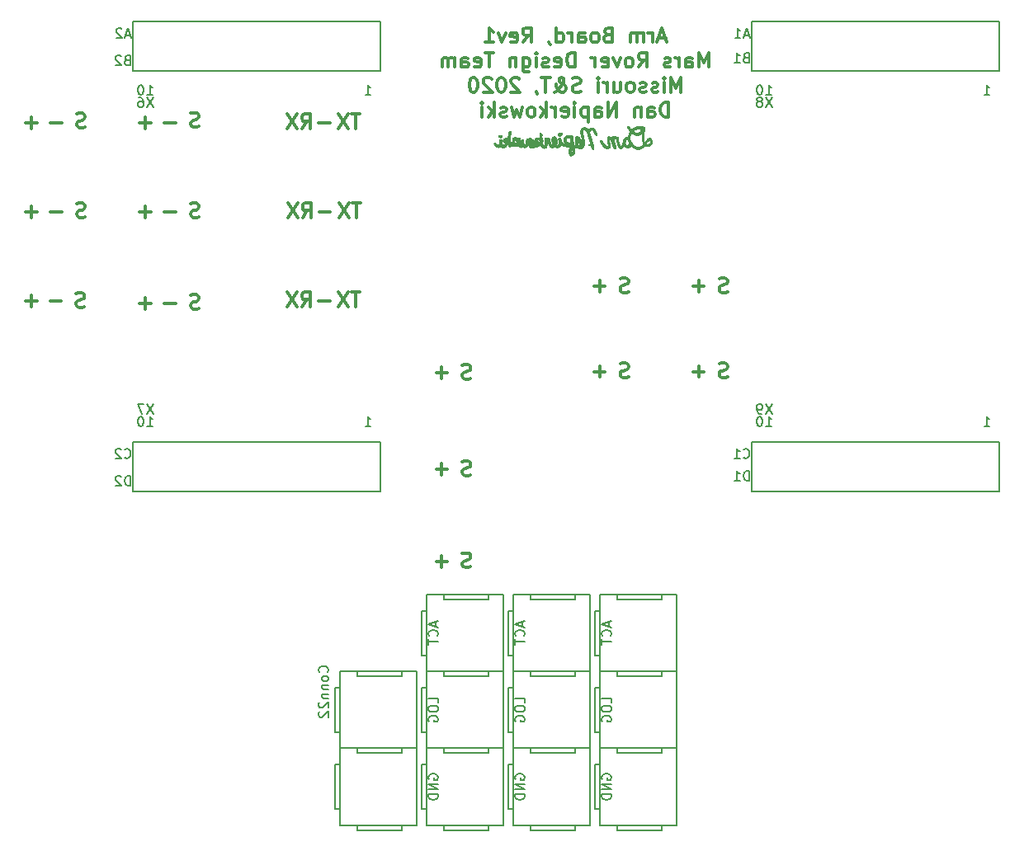
<source format=gbr>
G04 #@! TF.GenerationSoftware,KiCad,Pcbnew,(5.1.5)-2*
G04 #@! TF.CreationDate,2019-12-07T02:22:09-06:00*
G04 #@! TF.ProjectId,ArmBoard_Hardware,41726d42-6f61-4726-945f-486172647761,rev?*
G04 #@! TF.SameCoordinates,Original*
G04 #@! TF.FileFunction,Legend,Bot*
G04 #@! TF.FilePolarity,Positive*
%FSLAX46Y46*%
G04 Gerber Fmt 4.6, Leading zero omitted, Abs format (unit mm)*
G04 Created by KiCad (PCBNEW (5.1.5)-2) date 2019-12-07 02:22:09*
%MOMM*%
%LPD*%
G04 APERTURE LIST*
%ADD10C,0.300000*%
%ADD11C,0.150000*%
%ADD12C,0.010000*%
G04 APERTURE END LIST*
D10*
X128312500Y-52559000D02*
X127598214Y-52559000D01*
X128455357Y-52987571D02*
X127955357Y-51487571D01*
X127455357Y-52987571D01*
X126955357Y-52987571D02*
X126955357Y-51987571D01*
X126955357Y-52273285D02*
X126883928Y-52130428D01*
X126812500Y-52059000D01*
X126669642Y-51987571D01*
X126526785Y-51987571D01*
X126026785Y-52987571D02*
X126026785Y-51987571D01*
X126026785Y-52130428D02*
X125955357Y-52059000D01*
X125812500Y-51987571D01*
X125598214Y-51987571D01*
X125455357Y-52059000D01*
X125383928Y-52201857D01*
X125383928Y-52987571D01*
X125383928Y-52201857D02*
X125312500Y-52059000D01*
X125169642Y-51987571D01*
X124955357Y-51987571D01*
X124812500Y-52059000D01*
X124741071Y-52201857D01*
X124741071Y-52987571D01*
X122383928Y-52201857D02*
X122169642Y-52273285D01*
X122098214Y-52344714D01*
X122026785Y-52487571D01*
X122026785Y-52701857D01*
X122098214Y-52844714D01*
X122169642Y-52916142D01*
X122312500Y-52987571D01*
X122883928Y-52987571D01*
X122883928Y-51487571D01*
X122383928Y-51487571D01*
X122241071Y-51559000D01*
X122169642Y-51630428D01*
X122098214Y-51773285D01*
X122098214Y-51916142D01*
X122169642Y-52059000D01*
X122241071Y-52130428D01*
X122383928Y-52201857D01*
X122883928Y-52201857D01*
X121169642Y-52987571D02*
X121312500Y-52916142D01*
X121383928Y-52844714D01*
X121455357Y-52701857D01*
X121455357Y-52273285D01*
X121383928Y-52130428D01*
X121312500Y-52059000D01*
X121169642Y-51987571D01*
X120955357Y-51987571D01*
X120812500Y-52059000D01*
X120741071Y-52130428D01*
X120669642Y-52273285D01*
X120669642Y-52701857D01*
X120741071Y-52844714D01*
X120812500Y-52916142D01*
X120955357Y-52987571D01*
X121169642Y-52987571D01*
X119383928Y-52987571D02*
X119383928Y-52201857D01*
X119455357Y-52059000D01*
X119598214Y-51987571D01*
X119883928Y-51987571D01*
X120026785Y-52059000D01*
X119383928Y-52916142D02*
X119526785Y-52987571D01*
X119883928Y-52987571D01*
X120026785Y-52916142D01*
X120098214Y-52773285D01*
X120098214Y-52630428D01*
X120026785Y-52487571D01*
X119883928Y-52416142D01*
X119526785Y-52416142D01*
X119383928Y-52344714D01*
X118669642Y-52987571D02*
X118669642Y-51987571D01*
X118669642Y-52273285D02*
X118598214Y-52130428D01*
X118526785Y-52059000D01*
X118383928Y-51987571D01*
X118241071Y-51987571D01*
X117098214Y-52987571D02*
X117098214Y-51487571D01*
X117098214Y-52916142D02*
X117241071Y-52987571D01*
X117526785Y-52987571D01*
X117669642Y-52916142D01*
X117741071Y-52844714D01*
X117812500Y-52701857D01*
X117812500Y-52273285D01*
X117741071Y-52130428D01*
X117669642Y-52059000D01*
X117526785Y-51987571D01*
X117241071Y-51987571D01*
X117098214Y-52059000D01*
X116312500Y-52916142D02*
X116312500Y-52987571D01*
X116383928Y-53130428D01*
X116455357Y-53201857D01*
X113669642Y-52987571D02*
X114169642Y-52273285D01*
X114526785Y-52987571D02*
X114526785Y-51487571D01*
X113955357Y-51487571D01*
X113812500Y-51559000D01*
X113741071Y-51630428D01*
X113669642Y-51773285D01*
X113669642Y-51987571D01*
X113741071Y-52130428D01*
X113812500Y-52201857D01*
X113955357Y-52273285D01*
X114526785Y-52273285D01*
X112455357Y-52916142D02*
X112598214Y-52987571D01*
X112883928Y-52987571D01*
X113026785Y-52916142D01*
X113098214Y-52773285D01*
X113098214Y-52201857D01*
X113026785Y-52059000D01*
X112883928Y-51987571D01*
X112598214Y-51987571D01*
X112455357Y-52059000D01*
X112383928Y-52201857D01*
X112383928Y-52344714D01*
X113098214Y-52487571D01*
X111883928Y-51987571D02*
X111526785Y-52987571D01*
X111169642Y-51987571D01*
X109812500Y-52987571D02*
X110669642Y-52987571D01*
X110241071Y-52987571D02*
X110241071Y-51487571D01*
X110383928Y-51701857D01*
X110526785Y-51844714D01*
X110669642Y-51916142D01*
X132741071Y-55537571D02*
X132741071Y-54037571D01*
X132241071Y-55109000D01*
X131741071Y-54037571D01*
X131741071Y-55537571D01*
X130383928Y-55537571D02*
X130383928Y-54751857D01*
X130455357Y-54609000D01*
X130598214Y-54537571D01*
X130883928Y-54537571D01*
X131026785Y-54609000D01*
X130383928Y-55466142D02*
X130526785Y-55537571D01*
X130883928Y-55537571D01*
X131026785Y-55466142D01*
X131098214Y-55323285D01*
X131098214Y-55180428D01*
X131026785Y-55037571D01*
X130883928Y-54966142D01*
X130526785Y-54966142D01*
X130383928Y-54894714D01*
X129669642Y-55537571D02*
X129669642Y-54537571D01*
X129669642Y-54823285D02*
X129598214Y-54680428D01*
X129526785Y-54609000D01*
X129383928Y-54537571D01*
X129241071Y-54537571D01*
X128812500Y-55466142D02*
X128669642Y-55537571D01*
X128383928Y-55537571D01*
X128241071Y-55466142D01*
X128169642Y-55323285D01*
X128169642Y-55251857D01*
X128241071Y-55109000D01*
X128383928Y-55037571D01*
X128598214Y-55037571D01*
X128741071Y-54966142D01*
X128812500Y-54823285D01*
X128812500Y-54751857D01*
X128741071Y-54609000D01*
X128598214Y-54537571D01*
X128383928Y-54537571D01*
X128241071Y-54609000D01*
X125526785Y-55537571D02*
X126026785Y-54823285D01*
X126383928Y-55537571D02*
X126383928Y-54037571D01*
X125812500Y-54037571D01*
X125669642Y-54109000D01*
X125598214Y-54180428D01*
X125526785Y-54323285D01*
X125526785Y-54537571D01*
X125598214Y-54680428D01*
X125669642Y-54751857D01*
X125812500Y-54823285D01*
X126383928Y-54823285D01*
X124669642Y-55537571D02*
X124812500Y-55466142D01*
X124883928Y-55394714D01*
X124955357Y-55251857D01*
X124955357Y-54823285D01*
X124883928Y-54680428D01*
X124812500Y-54609000D01*
X124669642Y-54537571D01*
X124455357Y-54537571D01*
X124312500Y-54609000D01*
X124241071Y-54680428D01*
X124169642Y-54823285D01*
X124169642Y-55251857D01*
X124241071Y-55394714D01*
X124312500Y-55466142D01*
X124455357Y-55537571D01*
X124669642Y-55537571D01*
X123669642Y-54537571D02*
X123312500Y-55537571D01*
X122955357Y-54537571D01*
X121812500Y-55466142D02*
X121955357Y-55537571D01*
X122241071Y-55537571D01*
X122383928Y-55466142D01*
X122455357Y-55323285D01*
X122455357Y-54751857D01*
X122383928Y-54609000D01*
X122241071Y-54537571D01*
X121955357Y-54537571D01*
X121812500Y-54609000D01*
X121741071Y-54751857D01*
X121741071Y-54894714D01*
X122455357Y-55037571D01*
X121098214Y-55537571D02*
X121098214Y-54537571D01*
X121098214Y-54823285D02*
X121026785Y-54680428D01*
X120955357Y-54609000D01*
X120812500Y-54537571D01*
X120669642Y-54537571D01*
X119026785Y-55537571D02*
X119026785Y-54037571D01*
X118669642Y-54037571D01*
X118455357Y-54109000D01*
X118312500Y-54251857D01*
X118241071Y-54394714D01*
X118169642Y-54680428D01*
X118169642Y-54894714D01*
X118241071Y-55180428D01*
X118312500Y-55323285D01*
X118455357Y-55466142D01*
X118669642Y-55537571D01*
X119026785Y-55537571D01*
X116955357Y-55466142D02*
X117098214Y-55537571D01*
X117383928Y-55537571D01*
X117526785Y-55466142D01*
X117598214Y-55323285D01*
X117598214Y-54751857D01*
X117526785Y-54609000D01*
X117383928Y-54537571D01*
X117098214Y-54537571D01*
X116955357Y-54609000D01*
X116883928Y-54751857D01*
X116883928Y-54894714D01*
X117598214Y-55037571D01*
X116312500Y-55466142D02*
X116169642Y-55537571D01*
X115883928Y-55537571D01*
X115741071Y-55466142D01*
X115669642Y-55323285D01*
X115669642Y-55251857D01*
X115741071Y-55109000D01*
X115883928Y-55037571D01*
X116098214Y-55037571D01*
X116241071Y-54966142D01*
X116312500Y-54823285D01*
X116312500Y-54751857D01*
X116241071Y-54609000D01*
X116098214Y-54537571D01*
X115883928Y-54537571D01*
X115741071Y-54609000D01*
X115026785Y-55537571D02*
X115026785Y-54537571D01*
X115026785Y-54037571D02*
X115098214Y-54109000D01*
X115026785Y-54180428D01*
X114955357Y-54109000D01*
X115026785Y-54037571D01*
X115026785Y-54180428D01*
X113669642Y-54537571D02*
X113669642Y-55751857D01*
X113741071Y-55894714D01*
X113812500Y-55966142D01*
X113955357Y-56037571D01*
X114169642Y-56037571D01*
X114312500Y-55966142D01*
X113669642Y-55466142D02*
X113812500Y-55537571D01*
X114098214Y-55537571D01*
X114241071Y-55466142D01*
X114312500Y-55394714D01*
X114383928Y-55251857D01*
X114383928Y-54823285D01*
X114312500Y-54680428D01*
X114241071Y-54609000D01*
X114098214Y-54537571D01*
X113812500Y-54537571D01*
X113669642Y-54609000D01*
X112955357Y-54537571D02*
X112955357Y-55537571D01*
X112955357Y-54680428D02*
X112883928Y-54609000D01*
X112741071Y-54537571D01*
X112526785Y-54537571D01*
X112383928Y-54609000D01*
X112312500Y-54751857D01*
X112312500Y-55537571D01*
X110669642Y-54037571D02*
X109812500Y-54037571D01*
X110241071Y-55537571D02*
X110241071Y-54037571D01*
X108741071Y-55466142D02*
X108883928Y-55537571D01*
X109169642Y-55537571D01*
X109312500Y-55466142D01*
X109383928Y-55323285D01*
X109383928Y-54751857D01*
X109312500Y-54609000D01*
X109169642Y-54537571D01*
X108883928Y-54537571D01*
X108741071Y-54609000D01*
X108669642Y-54751857D01*
X108669642Y-54894714D01*
X109383928Y-55037571D01*
X107383928Y-55537571D02*
X107383928Y-54751857D01*
X107455357Y-54609000D01*
X107598214Y-54537571D01*
X107883928Y-54537571D01*
X108026785Y-54609000D01*
X107383928Y-55466142D02*
X107526785Y-55537571D01*
X107883928Y-55537571D01*
X108026785Y-55466142D01*
X108098214Y-55323285D01*
X108098214Y-55180428D01*
X108026785Y-55037571D01*
X107883928Y-54966142D01*
X107526785Y-54966142D01*
X107383928Y-54894714D01*
X106669642Y-55537571D02*
X106669642Y-54537571D01*
X106669642Y-54680428D02*
X106598214Y-54609000D01*
X106455357Y-54537571D01*
X106241071Y-54537571D01*
X106098214Y-54609000D01*
X106026785Y-54751857D01*
X106026785Y-55537571D01*
X106026785Y-54751857D02*
X105955357Y-54609000D01*
X105812500Y-54537571D01*
X105598214Y-54537571D01*
X105455357Y-54609000D01*
X105383928Y-54751857D01*
X105383928Y-55537571D01*
X129883928Y-58087571D02*
X129883928Y-56587571D01*
X129383928Y-57659000D01*
X128883928Y-56587571D01*
X128883928Y-58087571D01*
X128169642Y-58087571D02*
X128169642Y-57087571D01*
X128169642Y-56587571D02*
X128241071Y-56659000D01*
X128169642Y-56730428D01*
X128098214Y-56659000D01*
X128169642Y-56587571D01*
X128169642Y-56730428D01*
X127526785Y-58016142D02*
X127383928Y-58087571D01*
X127098214Y-58087571D01*
X126955357Y-58016142D01*
X126883928Y-57873285D01*
X126883928Y-57801857D01*
X126955357Y-57659000D01*
X127098214Y-57587571D01*
X127312500Y-57587571D01*
X127455357Y-57516142D01*
X127526785Y-57373285D01*
X127526785Y-57301857D01*
X127455357Y-57159000D01*
X127312500Y-57087571D01*
X127098214Y-57087571D01*
X126955357Y-57159000D01*
X126312500Y-58016142D02*
X126169642Y-58087571D01*
X125883928Y-58087571D01*
X125741071Y-58016142D01*
X125669642Y-57873285D01*
X125669642Y-57801857D01*
X125741071Y-57659000D01*
X125883928Y-57587571D01*
X126098214Y-57587571D01*
X126241071Y-57516142D01*
X126312500Y-57373285D01*
X126312500Y-57301857D01*
X126241071Y-57159000D01*
X126098214Y-57087571D01*
X125883928Y-57087571D01*
X125741071Y-57159000D01*
X124812500Y-58087571D02*
X124955357Y-58016142D01*
X125026785Y-57944714D01*
X125098214Y-57801857D01*
X125098214Y-57373285D01*
X125026785Y-57230428D01*
X124955357Y-57159000D01*
X124812500Y-57087571D01*
X124598214Y-57087571D01*
X124455357Y-57159000D01*
X124383928Y-57230428D01*
X124312500Y-57373285D01*
X124312500Y-57801857D01*
X124383928Y-57944714D01*
X124455357Y-58016142D01*
X124598214Y-58087571D01*
X124812500Y-58087571D01*
X123026785Y-57087571D02*
X123026785Y-58087571D01*
X123669642Y-57087571D02*
X123669642Y-57873285D01*
X123598214Y-58016142D01*
X123455357Y-58087571D01*
X123241071Y-58087571D01*
X123098214Y-58016142D01*
X123026785Y-57944714D01*
X122312500Y-58087571D02*
X122312500Y-57087571D01*
X122312500Y-57373285D02*
X122241071Y-57230428D01*
X122169642Y-57159000D01*
X122026785Y-57087571D01*
X121883928Y-57087571D01*
X121383928Y-58087571D02*
X121383928Y-57087571D01*
X121383928Y-56587571D02*
X121455357Y-56659000D01*
X121383928Y-56730428D01*
X121312500Y-56659000D01*
X121383928Y-56587571D01*
X121383928Y-56730428D01*
X119598214Y-58016142D02*
X119383928Y-58087571D01*
X119026785Y-58087571D01*
X118883928Y-58016142D01*
X118812500Y-57944714D01*
X118741071Y-57801857D01*
X118741071Y-57659000D01*
X118812500Y-57516142D01*
X118883928Y-57444714D01*
X119026785Y-57373285D01*
X119312500Y-57301857D01*
X119455357Y-57230428D01*
X119526785Y-57159000D01*
X119598214Y-57016142D01*
X119598214Y-56873285D01*
X119526785Y-56730428D01*
X119455357Y-56659000D01*
X119312500Y-56587571D01*
X118955357Y-56587571D01*
X118741071Y-56659000D01*
X116883928Y-58087571D02*
X116955357Y-58087571D01*
X117098214Y-58016142D01*
X117312500Y-57801857D01*
X117669642Y-57373285D01*
X117812500Y-57159000D01*
X117883928Y-56944714D01*
X117883928Y-56801857D01*
X117812500Y-56659000D01*
X117669642Y-56587571D01*
X117598214Y-56587571D01*
X117455357Y-56659000D01*
X117383928Y-56801857D01*
X117383928Y-56873285D01*
X117455357Y-57016142D01*
X117526785Y-57087571D01*
X117955357Y-57373285D01*
X118026785Y-57444714D01*
X118098214Y-57587571D01*
X118098214Y-57801857D01*
X118026785Y-57944714D01*
X117955357Y-58016142D01*
X117812500Y-58087571D01*
X117598214Y-58087571D01*
X117455357Y-58016142D01*
X117383928Y-57944714D01*
X117169642Y-57659000D01*
X117098214Y-57444714D01*
X117098214Y-57301857D01*
X116455357Y-56587571D02*
X115598214Y-56587571D01*
X116026785Y-58087571D02*
X116026785Y-56587571D01*
X115026785Y-58016142D02*
X115026785Y-58087571D01*
X115098214Y-58230428D01*
X115169642Y-58301857D01*
X113312500Y-56730428D02*
X113241071Y-56659000D01*
X113098214Y-56587571D01*
X112741071Y-56587571D01*
X112598214Y-56659000D01*
X112526785Y-56730428D01*
X112455357Y-56873285D01*
X112455357Y-57016142D01*
X112526785Y-57230428D01*
X113383928Y-58087571D01*
X112455357Y-58087571D01*
X111526785Y-56587571D02*
X111383928Y-56587571D01*
X111241071Y-56659000D01*
X111169642Y-56730428D01*
X111098214Y-56873285D01*
X111026785Y-57159000D01*
X111026785Y-57516142D01*
X111098214Y-57801857D01*
X111169642Y-57944714D01*
X111241071Y-58016142D01*
X111383928Y-58087571D01*
X111526785Y-58087571D01*
X111669642Y-58016142D01*
X111741071Y-57944714D01*
X111812500Y-57801857D01*
X111883928Y-57516142D01*
X111883928Y-57159000D01*
X111812500Y-56873285D01*
X111741071Y-56730428D01*
X111669642Y-56659000D01*
X111526785Y-56587571D01*
X110455357Y-56730428D02*
X110383928Y-56659000D01*
X110241071Y-56587571D01*
X109883928Y-56587571D01*
X109741071Y-56659000D01*
X109669642Y-56730428D01*
X109598214Y-56873285D01*
X109598214Y-57016142D01*
X109669642Y-57230428D01*
X110526785Y-58087571D01*
X109598214Y-58087571D01*
X108669642Y-56587571D02*
X108526785Y-56587571D01*
X108383928Y-56659000D01*
X108312500Y-56730428D01*
X108241071Y-56873285D01*
X108169642Y-57159000D01*
X108169642Y-57516142D01*
X108241071Y-57801857D01*
X108312500Y-57944714D01*
X108383928Y-58016142D01*
X108526785Y-58087571D01*
X108669642Y-58087571D01*
X108812500Y-58016142D01*
X108883928Y-57944714D01*
X108955357Y-57801857D01*
X109026785Y-57516142D01*
X109026785Y-57159000D01*
X108955357Y-56873285D01*
X108883928Y-56730428D01*
X108812500Y-56659000D01*
X108669642Y-56587571D01*
X128633928Y-60637571D02*
X128633928Y-59137571D01*
X128276785Y-59137571D01*
X128062500Y-59209000D01*
X127919642Y-59351857D01*
X127848214Y-59494714D01*
X127776785Y-59780428D01*
X127776785Y-59994714D01*
X127848214Y-60280428D01*
X127919642Y-60423285D01*
X128062500Y-60566142D01*
X128276785Y-60637571D01*
X128633928Y-60637571D01*
X126491071Y-60637571D02*
X126491071Y-59851857D01*
X126562500Y-59709000D01*
X126705357Y-59637571D01*
X126991071Y-59637571D01*
X127133928Y-59709000D01*
X126491071Y-60566142D02*
X126633928Y-60637571D01*
X126991071Y-60637571D01*
X127133928Y-60566142D01*
X127205357Y-60423285D01*
X127205357Y-60280428D01*
X127133928Y-60137571D01*
X126991071Y-60066142D01*
X126633928Y-60066142D01*
X126491071Y-59994714D01*
X125776785Y-59637571D02*
X125776785Y-60637571D01*
X125776785Y-59780428D02*
X125705357Y-59709000D01*
X125562500Y-59637571D01*
X125348214Y-59637571D01*
X125205357Y-59709000D01*
X125133928Y-59851857D01*
X125133928Y-60637571D01*
X123276785Y-60637571D02*
X123276785Y-59137571D01*
X122419642Y-60637571D01*
X122419642Y-59137571D01*
X121062500Y-60637571D02*
X121062500Y-59851857D01*
X121133928Y-59709000D01*
X121276785Y-59637571D01*
X121562500Y-59637571D01*
X121705357Y-59709000D01*
X121062500Y-60566142D02*
X121205357Y-60637571D01*
X121562500Y-60637571D01*
X121705357Y-60566142D01*
X121776785Y-60423285D01*
X121776785Y-60280428D01*
X121705357Y-60137571D01*
X121562500Y-60066142D01*
X121205357Y-60066142D01*
X121062500Y-59994714D01*
X120348214Y-59637571D02*
X120348214Y-61137571D01*
X120348214Y-59709000D02*
X120205357Y-59637571D01*
X119919642Y-59637571D01*
X119776785Y-59709000D01*
X119705357Y-59780428D01*
X119633928Y-59923285D01*
X119633928Y-60351857D01*
X119705357Y-60494714D01*
X119776785Y-60566142D01*
X119919642Y-60637571D01*
X120205357Y-60637571D01*
X120348214Y-60566142D01*
X118991071Y-60637571D02*
X118991071Y-59637571D01*
X118991071Y-59137571D02*
X119062500Y-59209000D01*
X118991071Y-59280428D01*
X118919642Y-59209000D01*
X118991071Y-59137571D01*
X118991071Y-59280428D01*
X117705357Y-60566142D02*
X117848214Y-60637571D01*
X118133928Y-60637571D01*
X118276785Y-60566142D01*
X118348214Y-60423285D01*
X118348214Y-59851857D01*
X118276785Y-59709000D01*
X118133928Y-59637571D01*
X117848214Y-59637571D01*
X117705357Y-59709000D01*
X117633928Y-59851857D01*
X117633928Y-59994714D01*
X118348214Y-60137571D01*
X116991071Y-60637571D02*
X116991071Y-59637571D01*
X116991071Y-59923285D02*
X116919642Y-59780428D01*
X116848214Y-59709000D01*
X116705357Y-59637571D01*
X116562500Y-59637571D01*
X116062500Y-60637571D02*
X116062500Y-59137571D01*
X115919642Y-60066142D02*
X115491071Y-60637571D01*
X115491071Y-59637571D02*
X116062500Y-60209000D01*
X114633928Y-60637571D02*
X114776785Y-60566142D01*
X114848214Y-60494714D01*
X114919642Y-60351857D01*
X114919642Y-59923285D01*
X114848214Y-59780428D01*
X114776785Y-59709000D01*
X114633928Y-59637571D01*
X114419642Y-59637571D01*
X114276785Y-59709000D01*
X114205357Y-59780428D01*
X114133928Y-59923285D01*
X114133928Y-60351857D01*
X114205357Y-60494714D01*
X114276785Y-60566142D01*
X114419642Y-60637571D01*
X114633928Y-60637571D01*
X113633928Y-59637571D02*
X113348214Y-60637571D01*
X113062500Y-59923285D01*
X112776785Y-60637571D01*
X112491071Y-59637571D01*
X111991071Y-60566142D02*
X111848214Y-60637571D01*
X111562500Y-60637571D01*
X111419642Y-60566142D01*
X111348214Y-60423285D01*
X111348214Y-60351857D01*
X111419642Y-60209000D01*
X111562500Y-60137571D01*
X111776785Y-60137571D01*
X111919642Y-60066142D01*
X111991071Y-59923285D01*
X111991071Y-59851857D01*
X111919642Y-59709000D01*
X111776785Y-59637571D01*
X111562500Y-59637571D01*
X111419642Y-59709000D01*
X110705357Y-60637571D02*
X110705357Y-59137571D01*
X110562500Y-60066142D02*
X110133928Y-60637571D01*
X110133928Y-59637571D02*
X110705357Y-60209000D01*
X109491071Y-60637571D02*
X109491071Y-59637571D01*
X109491071Y-59137571D02*
X109562500Y-59209000D01*
X109491071Y-59280428D01*
X109419642Y-59209000D01*
X109491071Y-59137571D01*
X109491071Y-59280428D01*
X105917928Y-86911642D02*
X104775071Y-86911642D01*
X105346500Y-87483071D02*
X105346500Y-86340214D01*
X108315071Y-87475142D02*
X108100785Y-87546571D01*
X107743642Y-87546571D01*
X107600785Y-87475142D01*
X107529357Y-87403714D01*
X107457928Y-87260857D01*
X107457928Y-87118000D01*
X107529357Y-86975142D01*
X107600785Y-86903714D01*
X107743642Y-86832285D01*
X108029357Y-86760857D01*
X108172214Y-86689428D01*
X108243642Y-86618000D01*
X108315071Y-86475142D01*
X108315071Y-86332285D01*
X108243642Y-86189428D01*
X108172214Y-86118000D01*
X108029357Y-86046571D01*
X107672214Y-86046571D01*
X107457928Y-86118000D01*
X105917928Y-106279142D02*
X104775071Y-106279142D01*
X105346500Y-106850571D02*
X105346500Y-105707714D01*
X108315071Y-106842642D02*
X108100785Y-106914071D01*
X107743642Y-106914071D01*
X107600785Y-106842642D01*
X107529357Y-106771214D01*
X107457928Y-106628357D01*
X107457928Y-106485500D01*
X107529357Y-106342642D01*
X107600785Y-106271214D01*
X107743642Y-106199785D01*
X108029357Y-106128357D01*
X108172214Y-106056928D01*
X108243642Y-105985500D01*
X108315071Y-105842642D01*
X108315071Y-105699785D01*
X108243642Y-105556928D01*
X108172214Y-105485500D01*
X108029357Y-105414071D01*
X107672214Y-105414071D01*
X107457928Y-105485500D01*
X105917928Y-96817642D02*
X104775071Y-96817642D01*
X105346500Y-97389071D02*
X105346500Y-96246214D01*
X108315071Y-97381142D02*
X108100785Y-97452571D01*
X107743642Y-97452571D01*
X107600785Y-97381142D01*
X107529357Y-97309714D01*
X107457928Y-97166857D01*
X107457928Y-97024000D01*
X107529357Y-96881142D01*
X107600785Y-96809714D01*
X107743642Y-96738285D01*
X108029357Y-96666857D01*
X108172214Y-96595428D01*
X108243642Y-96524000D01*
X108315071Y-96381142D01*
X108315071Y-96238285D01*
X108243642Y-96095428D01*
X108172214Y-96024000D01*
X108029357Y-95952571D01*
X107672214Y-95952571D01*
X107457928Y-96024000D01*
X132270428Y-78021642D02*
X131127571Y-78021642D01*
X131699000Y-78593071D02*
X131699000Y-77450214D01*
X134667571Y-78585142D02*
X134453285Y-78656571D01*
X134096142Y-78656571D01*
X133953285Y-78585142D01*
X133881857Y-78513714D01*
X133810428Y-78370857D01*
X133810428Y-78228000D01*
X133881857Y-78085142D01*
X133953285Y-78013714D01*
X134096142Y-77942285D01*
X134381857Y-77870857D01*
X134524714Y-77799428D01*
X134596142Y-77728000D01*
X134667571Y-77585142D01*
X134667571Y-77442285D01*
X134596142Y-77299428D01*
X134524714Y-77228000D01*
X134381857Y-77156571D01*
X134024714Y-77156571D01*
X133810428Y-77228000D01*
X132270428Y-86784642D02*
X131127571Y-86784642D01*
X131699000Y-87356071D02*
X131699000Y-86213214D01*
X134667571Y-87348142D02*
X134453285Y-87419571D01*
X134096142Y-87419571D01*
X133953285Y-87348142D01*
X133881857Y-87276714D01*
X133810428Y-87133857D01*
X133810428Y-86991000D01*
X133881857Y-86848142D01*
X133953285Y-86776714D01*
X134096142Y-86705285D01*
X134381857Y-86633857D01*
X134524714Y-86562428D01*
X134596142Y-86491000D01*
X134667571Y-86348142D01*
X134667571Y-86205285D01*
X134596142Y-86062428D01*
X134524714Y-85991000D01*
X134381857Y-85919571D01*
X134024714Y-85919571D01*
X133810428Y-85991000D01*
X122110428Y-86784642D02*
X120967571Y-86784642D01*
X121539000Y-87356071D02*
X121539000Y-86213214D01*
X124507571Y-87348142D02*
X124293285Y-87419571D01*
X123936142Y-87419571D01*
X123793285Y-87348142D01*
X123721857Y-87276714D01*
X123650428Y-87133857D01*
X123650428Y-86991000D01*
X123721857Y-86848142D01*
X123793285Y-86776714D01*
X123936142Y-86705285D01*
X124221857Y-86633857D01*
X124364714Y-86562428D01*
X124436142Y-86491000D01*
X124507571Y-86348142D01*
X124507571Y-86205285D01*
X124436142Y-86062428D01*
X124364714Y-85991000D01*
X124221857Y-85919571D01*
X123864714Y-85919571D01*
X123650428Y-85991000D01*
X124507571Y-78585142D02*
X124293285Y-78656571D01*
X123936142Y-78656571D01*
X123793285Y-78585142D01*
X123721857Y-78513714D01*
X123650428Y-78370857D01*
X123650428Y-78228000D01*
X123721857Y-78085142D01*
X123793285Y-78013714D01*
X123936142Y-77942285D01*
X124221857Y-77870857D01*
X124364714Y-77799428D01*
X124436142Y-77728000D01*
X124507571Y-77585142D01*
X124507571Y-77442285D01*
X124436142Y-77299428D01*
X124364714Y-77228000D01*
X124221857Y-77156571D01*
X123864714Y-77156571D01*
X123650428Y-77228000D01*
X122110428Y-78021642D02*
X120967571Y-78021642D01*
X121539000Y-78593071D02*
X121539000Y-77450214D01*
X96964357Y-78617071D02*
X96107214Y-78617071D01*
X96535785Y-80117071D02*
X96535785Y-78617071D01*
X95750071Y-78617071D02*
X94750071Y-80117071D01*
X94750071Y-78617071D02*
X95750071Y-80117071D01*
X93852928Y-79545642D02*
X92710071Y-79545642D01*
X90991500Y-80117071D02*
X91491500Y-79402785D01*
X91848642Y-80117071D02*
X91848642Y-78617071D01*
X91277214Y-78617071D01*
X91134357Y-78688500D01*
X91062928Y-78759928D01*
X90991500Y-78902785D01*
X90991500Y-79117071D01*
X91062928Y-79259928D01*
X91134357Y-79331357D01*
X91277214Y-79402785D01*
X91848642Y-79402785D01*
X90491500Y-78617071D02*
X89491500Y-80117071D01*
X89491500Y-78617071D02*
X90491500Y-80117071D01*
X97027857Y-69473071D02*
X96170714Y-69473071D01*
X96599285Y-70973071D02*
X96599285Y-69473071D01*
X95813571Y-69473071D02*
X94813571Y-70973071D01*
X94813571Y-69473071D02*
X95813571Y-70973071D01*
X93916428Y-70401642D02*
X92773571Y-70401642D01*
X91055000Y-70973071D02*
X91555000Y-70258785D01*
X91912142Y-70973071D02*
X91912142Y-69473071D01*
X91340714Y-69473071D01*
X91197857Y-69544500D01*
X91126428Y-69615928D01*
X91055000Y-69758785D01*
X91055000Y-69973071D01*
X91126428Y-70115928D01*
X91197857Y-70187357D01*
X91340714Y-70258785D01*
X91912142Y-70258785D01*
X90555000Y-69473071D02*
X89555000Y-70973071D01*
X89555000Y-69473071D02*
X90555000Y-70973071D01*
X90991500Y-61829071D02*
X91491500Y-61114785D01*
X91848642Y-61829071D02*
X91848642Y-60329071D01*
X91277214Y-60329071D01*
X91134357Y-60400500D01*
X91062928Y-60471928D01*
X90991500Y-60614785D01*
X90991500Y-60829071D01*
X91062928Y-60971928D01*
X91134357Y-61043357D01*
X91277214Y-61114785D01*
X91848642Y-61114785D01*
X90491500Y-60329071D02*
X89491500Y-61829071D01*
X89491500Y-60329071D02*
X90491500Y-61829071D01*
X96964357Y-60329071D02*
X96107214Y-60329071D01*
X96535785Y-61829071D02*
X96535785Y-60329071D01*
X95750071Y-60329071D02*
X94750071Y-61829071D01*
X94750071Y-60329071D02*
X95750071Y-61829071D01*
X93852928Y-61257642D02*
X92710071Y-61257642D01*
X63817428Y-79545642D02*
X62674571Y-79545642D01*
X63246000Y-80117071D02*
X63246000Y-78974214D01*
X68691071Y-80109142D02*
X68476785Y-80180571D01*
X68119642Y-80180571D01*
X67976785Y-80109142D01*
X67905357Y-80037714D01*
X67833928Y-79894857D01*
X67833928Y-79752000D01*
X67905357Y-79609142D01*
X67976785Y-79537714D01*
X68119642Y-79466285D01*
X68405357Y-79394857D01*
X68548214Y-79323428D01*
X68619642Y-79252000D01*
X68691071Y-79109142D01*
X68691071Y-78966285D01*
X68619642Y-78823428D01*
X68548214Y-78752000D01*
X68405357Y-78680571D01*
X68048214Y-78680571D01*
X67833928Y-78752000D01*
X66293928Y-79545642D02*
X65151071Y-79545642D01*
X75501428Y-79799642D02*
X74358571Y-79799642D01*
X74930000Y-80371071D02*
X74930000Y-79228214D01*
X80438571Y-80299642D02*
X80224285Y-80371071D01*
X79867142Y-80371071D01*
X79724285Y-80299642D01*
X79652857Y-80228214D01*
X79581428Y-80085357D01*
X79581428Y-79942500D01*
X79652857Y-79799642D01*
X79724285Y-79728214D01*
X79867142Y-79656785D01*
X80152857Y-79585357D01*
X80295714Y-79513928D01*
X80367142Y-79442500D01*
X80438571Y-79299642D01*
X80438571Y-79156785D01*
X80367142Y-79013928D01*
X80295714Y-78942500D01*
X80152857Y-78871071D01*
X79795714Y-78871071D01*
X79581428Y-78942500D01*
X78041428Y-79799642D02*
X76898571Y-79799642D01*
X63817428Y-70401642D02*
X62674571Y-70401642D01*
X63246000Y-70973071D02*
X63246000Y-69830214D01*
X68754571Y-70901642D02*
X68540285Y-70973071D01*
X68183142Y-70973071D01*
X68040285Y-70901642D01*
X67968857Y-70830214D01*
X67897428Y-70687357D01*
X67897428Y-70544500D01*
X67968857Y-70401642D01*
X68040285Y-70330214D01*
X68183142Y-70258785D01*
X68468857Y-70187357D01*
X68611714Y-70115928D01*
X68683142Y-70044500D01*
X68754571Y-69901642D01*
X68754571Y-69758785D01*
X68683142Y-69615928D01*
X68611714Y-69544500D01*
X68468857Y-69473071D01*
X68111714Y-69473071D01*
X67897428Y-69544500D01*
X66357428Y-70401642D02*
X65214571Y-70401642D01*
X75501428Y-70401642D02*
X74358571Y-70401642D01*
X74930000Y-70973071D02*
X74930000Y-69830214D01*
X80438571Y-70901642D02*
X80224285Y-70973071D01*
X79867142Y-70973071D01*
X79724285Y-70901642D01*
X79652857Y-70830214D01*
X79581428Y-70687357D01*
X79581428Y-70544500D01*
X79652857Y-70401642D01*
X79724285Y-70330214D01*
X79867142Y-70258785D01*
X80152857Y-70187357D01*
X80295714Y-70115928D01*
X80367142Y-70044500D01*
X80438571Y-69901642D01*
X80438571Y-69758785D01*
X80367142Y-69615928D01*
X80295714Y-69544500D01*
X80152857Y-69473071D01*
X79795714Y-69473071D01*
X79581428Y-69544500D01*
X78041428Y-70401642D02*
X76898571Y-70401642D01*
X63817428Y-61257642D02*
X62674571Y-61257642D01*
X63246000Y-61829071D02*
X63246000Y-60686214D01*
X68754571Y-61694142D02*
X68540285Y-61765571D01*
X68183142Y-61765571D01*
X68040285Y-61694142D01*
X67968857Y-61622714D01*
X67897428Y-61479857D01*
X67897428Y-61337000D01*
X67968857Y-61194142D01*
X68040285Y-61122714D01*
X68183142Y-61051285D01*
X68468857Y-60979857D01*
X68611714Y-60908428D01*
X68683142Y-60837000D01*
X68754571Y-60694142D01*
X68754571Y-60551285D01*
X68683142Y-60408428D01*
X68611714Y-60337000D01*
X68468857Y-60265571D01*
X68111714Y-60265571D01*
X67897428Y-60337000D01*
X66357428Y-61257642D02*
X65214571Y-61257642D01*
X75501428Y-61257642D02*
X74358571Y-61257642D01*
X74930000Y-61829071D02*
X74930000Y-60686214D01*
X80438571Y-61630642D02*
X80224285Y-61702071D01*
X79867142Y-61702071D01*
X79724285Y-61630642D01*
X79652857Y-61559214D01*
X79581428Y-61416357D01*
X79581428Y-61273500D01*
X79652857Y-61130642D01*
X79724285Y-61059214D01*
X79867142Y-60987785D01*
X80152857Y-60916357D01*
X80295714Y-60844928D01*
X80367142Y-60773500D01*
X80438571Y-60630642D01*
X80438571Y-60487785D01*
X80367142Y-60344928D01*
X80295714Y-60273500D01*
X80152857Y-60202071D01*
X79795714Y-60202071D01*
X79581428Y-60273500D01*
X78041428Y-61257642D02*
X76898571Y-61257642D01*
D11*
X137160000Y-50800000D02*
X137160000Y-55880000D01*
X137160000Y-55880000D02*
X162560000Y-55880000D01*
X162560000Y-55880000D02*
X162560000Y-50800000D01*
X162560000Y-50800000D02*
X137160000Y-50800000D01*
X137160000Y-93980000D02*
X137160000Y-99060000D01*
X137160000Y-99060000D02*
X162560000Y-99060000D01*
X162560000Y-99060000D02*
X162560000Y-93980000D01*
X162560000Y-93980000D02*
X137160000Y-93980000D01*
X73660000Y-55880000D02*
X99060000Y-55880000D01*
X99060000Y-93980000D02*
X73660000Y-93980000D01*
X73660000Y-50800000D02*
X73660000Y-55880000D01*
X99060000Y-55880000D02*
X99060000Y-50800000D01*
X99060000Y-50800000D02*
X73660000Y-50800000D01*
X73660000Y-93980000D02*
X73660000Y-99060000D01*
X73660000Y-99060000D02*
X99060000Y-99060000D01*
X99060000Y-99060000D02*
X99060000Y-93980000D01*
D12*
G36*
X125631108Y-61817322D02*
G01*
X125627037Y-61825777D01*
X125627996Y-61828321D01*
X125634807Y-61834577D01*
X125638140Y-61827452D01*
X125638278Y-61823890D01*
X125634807Y-61816623D01*
X125631108Y-61817322D01*
G37*
X125631108Y-61817322D02*
X125627037Y-61825777D01*
X125627996Y-61828321D01*
X125634807Y-61834577D01*
X125638140Y-61827452D01*
X125638278Y-61823890D01*
X125634807Y-61816623D01*
X125631108Y-61817322D01*
G36*
X125701778Y-61887806D02*
G01*
X125705306Y-61891334D01*
X125708834Y-61887806D01*
X125705306Y-61884278D01*
X125701778Y-61887806D01*
G37*
X125701778Y-61887806D02*
X125705306Y-61891334D01*
X125708834Y-61887806D01*
X125705306Y-61884278D01*
X125701778Y-61887806D01*
G36*
X126717859Y-63265570D02*
G01*
X126717778Y-63267167D01*
X126723202Y-63273951D01*
X126725250Y-63274223D01*
X126729464Y-63269900D01*
X126728361Y-63267167D01*
X126722021Y-63260436D01*
X126720890Y-63260112D01*
X126717859Y-63265570D01*
G37*
X126717859Y-63265570D02*
X126717778Y-63267167D01*
X126723202Y-63273951D01*
X126725250Y-63274223D01*
X126729464Y-63269900D01*
X126728361Y-63267167D01*
X126722021Y-63260436D01*
X126720890Y-63260112D01*
X126717859Y-63265570D01*
G36*
X124469408Y-63495297D02*
G01*
X124470376Y-63499491D01*
X124474111Y-63500000D01*
X124479919Y-63497419D01*
X124478815Y-63495297D01*
X124470442Y-63494452D01*
X124469408Y-63495297D01*
G37*
X124469408Y-63495297D02*
X124470376Y-63499491D01*
X124474111Y-63500000D01*
X124479919Y-63497419D01*
X124478815Y-63495297D01*
X124470442Y-63494452D01*
X124469408Y-63495297D01*
G36*
X125951074Y-63368297D02*
G01*
X125952043Y-63372491D01*
X125955778Y-63373000D01*
X125961586Y-63370419D01*
X125960482Y-63368297D01*
X125952109Y-63367452D01*
X125951074Y-63368297D01*
G37*
X125951074Y-63368297D02*
X125952043Y-63372491D01*
X125955778Y-63373000D01*
X125961586Y-63370419D01*
X125960482Y-63368297D01*
X125952109Y-63367452D01*
X125951074Y-63368297D01*
G36*
X116917611Y-63133772D02*
G01*
X116911696Y-63138970D01*
X116903500Y-63140167D01*
X116892044Y-63143607D01*
X116889389Y-63148399D01*
X116892185Y-63153182D01*
X116893965Y-63152055D01*
X116901288Y-63153251D01*
X116910738Y-63161544D01*
X116919812Y-63170779D01*
X116926058Y-63169677D01*
X116934385Y-63158136D01*
X116943418Y-63143367D01*
X116944138Y-63136128D01*
X116936137Y-63132259D01*
X116931723Y-63131067D01*
X116920472Y-63130671D01*
X116917611Y-63133772D01*
G37*
X116917611Y-63133772D02*
X116911696Y-63138970D01*
X116903500Y-63140167D01*
X116892044Y-63143607D01*
X116889389Y-63148399D01*
X116892185Y-63153182D01*
X116893965Y-63152055D01*
X116901288Y-63153251D01*
X116910738Y-63161544D01*
X116919812Y-63170779D01*
X116926058Y-63169677D01*
X116934385Y-63158136D01*
X116943418Y-63143367D01*
X116944138Y-63136128D01*
X116936137Y-63132259D01*
X116931723Y-63131067D01*
X116920472Y-63130671D01*
X116917611Y-63133772D01*
G36*
X116917611Y-63207195D02*
G01*
X116921139Y-63210723D01*
X116924667Y-63207195D01*
X116921139Y-63203667D01*
X116917611Y-63207195D01*
G37*
X116917611Y-63207195D02*
X116921139Y-63210723D01*
X116924667Y-63207195D01*
X116921139Y-63203667D01*
X116917611Y-63207195D01*
G36*
X112832445Y-63263639D02*
G01*
X112835973Y-63267167D01*
X112839500Y-63263639D01*
X112835973Y-63260112D01*
X112832445Y-63263639D01*
G37*
X112832445Y-63263639D02*
X112835973Y-63267167D01*
X112839500Y-63263639D01*
X112835973Y-63260112D01*
X112832445Y-63263639D01*
G36*
X124530556Y-61937195D02*
G01*
X124534084Y-61940723D01*
X124537611Y-61937195D01*
X124534084Y-61933667D01*
X124530556Y-61937195D01*
G37*
X124530556Y-61937195D02*
X124534084Y-61940723D01*
X124537611Y-61937195D01*
X124534084Y-61933667D01*
X124530556Y-61937195D01*
G36*
X120106723Y-62043028D02*
G01*
X120110250Y-62046556D01*
X120113778Y-62043028D01*
X120110250Y-62039500D01*
X120106723Y-62043028D01*
G37*
X120106723Y-62043028D02*
X120110250Y-62046556D01*
X120113778Y-62043028D01*
X120110250Y-62039500D01*
X120106723Y-62043028D01*
G36*
X112423223Y-62381695D02*
G01*
X112426750Y-62385223D01*
X112430278Y-62381695D01*
X112426750Y-62378167D01*
X112423223Y-62381695D01*
G37*
X112423223Y-62381695D02*
X112426750Y-62385223D01*
X112430278Y-62381695D01*
X112426750Y-62378167D01*
X112423223Y-62381695D01*
G36*
X117573544Y-62279166D02*
G01*
X117569539Y-62279389D01*
X117562608Y-62283874D01*
X117563592Y-62296098D01*
X117562012Y-62313626D01*
X117550493Y-62327405D01*
X117533052Y-62335761D01*
X117513706Y-62337018D01*
X117496475Y-62329502D01*
X117492639Y-62325671D01*
X117474396Y-62309407D01*
X117450106Y-62294309D01*
X117425268Y-62283326D01*
X117406335Y-62279389D01*
X117390672Y-62281053D01*
X117383351Y-62285109D01*
X117383278Y-62285604D01*
X117377471Y-62291801D01*
X117362363Y-62301696D01*
X117344473Y-62311452D01*
X117324065Y-62323110D01*
X117310009Y-62333687D01*
X117305667Y-62339943D01*
X117301983Y-62353797D01*
X117293124Y-62370519D01*
X117282374Y-62384996D01*
X117273020Y-62392115D01*
X117272058Y-62392234D01*
X117267336Y-62395272D01*
X117269291Y-62406168D01*
X117273592Y-62417283D01*
X117279599Y-62434850D01*
X117278496Y-62443598D01*
X117275450Y-62445637D01*
X117270120Y-62454224D01*
X117266229Y-62472787D01*
X117265048Y-62486459D01*
X117264701Y-62508714D01*
X117268046Y-62523348D01*
X117277599Y-62536228D01*
X117292261Y-62549988D01*
X117321288Y-62576046D01*
X117398726Y-62574120D01*
X117430075Y-62573209D01*
X117455637Y-62572216D01*
X117472482Y-62571272D01*
X117477754Y-62570611D01*
X117485065Y-62569055D01*
X117501674Y-62566969D01*
X117510686Y-62566054D01*
X117547344Y-62562348D01*
X117572944Y-62558230D01*
X117590469Y-62551909D01*
X117602903Y-62541596D01*
X117613233Y-62525501D01*
X117624441Y-62501834D01*
X117626910Y-62496348D01*
X117635416Y-62479854D01*
X117642295Y-62470609D01*
X117643766Y-62469889D01*
X117649207Y-62463448D01*
X117654502Y-62446567D01*
X117659007Y-62422906D01*
X117662078Y-62396128D01*
X117663072Y-62369895D01*
X117662812Y-62361561D01*
X117660820Y-62337598D01*
X117656231Y-62322161D01*
X117646245Y-62309667D01*
X117629979Y-62296046D01*
X117611383Y-62283278D01*
X117596003Y-62276121D01*
X117589529Y-62275610D01*
X117573544Y-62279166D01*
G37*
X117573544Y-62279166D02*
X117569539Y-62279389D01*
X117562608Y-62283874D01*
X117563592Y-62296098D01*
X117562012Y-62313626D01*
X117550493Y-62327405D01*
X117533052Y-62335761D01*
X117513706Y-62337018D01*
X117496475Y-62329502D01*
X117492639Y-62325671D01*
X117474396Y-62309407D01*
X117450106Y-62294309D01*
X117425268Y-62283326D01*
X117406335Y-62279389D01*
X117390672Y-62281053D01*
X117383351Y-62285109D01*
X117383278Y-62285604D01*
X117377471Y-62291801D01*
X117362363Y-62301696D01*
X117344473Y-62311452D01*
X117324065Y-62323110D01*
X117310009Y-62333687D01*
X117305667Y-62339943D01*
X117301983Y-62353797D01*
X117293124Y-62370519D01*
X117282374Y-62384996D01*
X117273020Y-62392115D01*
X117272058Y-62392234D01*
X117267336Y-62395272D01*
X117269291Y-62406168D01*
X117273592Y-62417283D01*
X117279599Y-62434850D01*
X117278496Y-62443598D01*
X117275450Y-62445637D01*
X117270120Y-62454224D01*
X117266229Y-62472787D01*
X117265048Y-62486459D01*
X117264701Y-62508714D01*
X117268046Y-62523348D01*
X117277599Y-62536228D01*
X117292261Y-62549988D01*
X117321288Y-62576046D01*
X117398726Y-62574120D01*
X117430075Y-62573209D01*
X117455637Y-62572216D01*
X117472482Y-62571272D01*
X117477754Y-62570611D01*
X117485065Y-62569055D01*
X117501674Y-62566969D01*
X117510686Y-62566054D01*
X117547344Y-62562348D01*
X117572944Y-62558230D01*
X117590469Y-62551909D01*
X117602903Y-62541596D01*
X117613233Y-62525501D01*
X117624441Y-62501834D01*
X117626910Y-62496348D01*
X117635416Y-62479854D01*
X117642295Y-62470609D01*
X117643766Y-62469889D01*
X117649207Y-62463448D01*
X117654502Y-62446567D01*
X117659007Y-62422906D01*
X117662078Y-62396128D01*
X117663072Y-62369895D01*
X117662812Y-62361561D01*
X117660820Y-62337598D01*
X117656231Y-62322161D01*
X117646245Y-62309667D01*
X117629979Y-62296046D01*
X117611383Y-62283278D01*
X117596003Y-62276121D01*
X117589529Y-62275610D01*
X117573544Y-62279166D01*
G36*
X111520111Y-62628639D02*
G01*
X111523639Y-62632167D01*
X111527167Y-62628639D01*
X111523639Y-62625112D01*
X111520111Y-62628639D01*
G37*
X111520111Y-62628639D02*
X111523639Y-62632167D01*
X111527167Y-62628639D01*
X111523639Y-62625112D01*
X111520111Y-62628639D01*
G36*
X124460000Y-62635695D02*
G01*
X124463528Y-62639223D01*
X124467056Y-62635695D01*
X124463528Y-62632167D01*
X124460000Y-62635695D01*
G37*
X124460000Y-62635695D02*
X124463528Y-62639223D01*
X124467056Y-62635695D01*
X124463528Y-62632167D01*
X124460000Y-62635695D01*
G36*
X111188500Y-62678028D02*
G01*
X111192028Y-62681556D01*
X111195556Y-62678028D01*
X111192028Y-62674500D01*
X111188500Y-62678028D01*
G37*
X111188500Y-62678028D02*
X111192028Y-62681556D01*
X111195556Y-62678028D01*
X111192028Y-62674500D01*
X111188500Y-62678028D01*
G36*
X111437797Y-62719186D02*
G01*
X111438765Y-62723380D01*
X111442500Y-62723889D01*
X111448308Y-62721308D01*
X111447204Y-62719186D01*
X111438831Y-62718341D01*
X111437797Y-62719186D01*
G37*
X111437797Y-62719186D02*
X111438765Y-62723380D01*
X111442500Y-62723889D01*
X111448308Y-62721308D01*
X111447204Y-62719186D01*
X111438831Y-62718341D01*
X111437797Y-62719186D01*
G36*
X111281399Y-62492180D02*
G01*
X111273444Y-62496433D01*
X111258468Y-62498112D01*
X111242168Y-62501277D01*
X111237889Y-62509062D01*
X111231886Y-62518705D01*
X111217327Y-62527167D01*
X111216247Y-62527557D01*
X111202620Y-62533406D01*
X111197410Y-62541337D01*
X111198252Y-62556405D01*
X111199408Y-62563529D01*
X111201696Y-62581327D01*
X111199856Y-62588385D01*
X111193073Y-62587682D01*
X111192828Y-62587589D01*
X111183116Y-62587625D01*
X111182332Y-62594410D01*
X111188269Y-62600274D01*
X111192117Y-62609538D01*
X111191494Y-62623621D01*
X111192492Y-62638330D01*
X111201544Y-62655518D01*
X111219836Y-62676764D01*
X111248553Y-62703649D01*
X111257082Y-62711077D01*
X111275320Y-62722663D01*
X111298869Y-62732231D01*
X111323758Y-62738862D01*
X111346016Y-62741634D01*
X111361671Y-62739627D01*
X111365938Y-62736304D01*
X111372538Y-62731096D01*
X111380118Y-62736295D01*
X111391826Y-62744395D01*
X111399257Y-62739378D01*
X111402167Y-62731115D01*
X111411165Y-62717795D01*
X111422393Y-62710474D01*
X111440907Y-62702981D01*
X111461903Y-62694470D01*
X111477823Y-62686229D01*
X111484935Y-62678963D01*
X111481535Y-62674818D01*
X111477778Y-62674500D01*
X111470782Y-62671126D01*
X111473442Y-62663901D01*
X111483933Y-62657178D01*
X111485240Y-62656732D01*
X111493231Y-62652610D01*
X111497296Y-62644368D01*
X111498366Y-62628424D01*
X111497735Y-62608632D01*
X111495545Y-62584064D01*
X111491924Y-62564617D01*
X111488509Y-62555981D01*
X111468615Y-62534209D01*
X111452669Y-62524132D01*
X111445174Y-62524110D01*
X111438324Y-62523548D01*
X111439252Y-62517568D01*
X111438517Y-62512663D01*
X111430836Y-62508449D01*
X111414244Y-62504383D01*
X111386778Y-62499928D01*
X111363484Y-62496740D01*
X111331709Y-62493073D01*
X111305515Y-62491021D01*
X111287776Y-62490744D01*
X111281399Y-62492180D01*
G37*
X111281399Y-62492180D02*
X111273444Y-62496433D01*
X111258468Y-62498112D01*
X111242168Y-62501277D01*
X111237889Y-62509062D01*
X111231886Y-62518705D01*
X111217327Y-62527167D01*
X111216247Y-62527557D01*
X111202620Y-62533406D01*
X111197410Y-62541337D01*
X111198252Y-62556405D01*
X111199408Y-62563529D01*
X111201696Y-62581327D01*
X111199856Y-62588385D01*
X111193073Y-62587682D01*
X111192828Y-62587589D01*
X111183116Y-62587625D01*
X111182332Y-62594410D01*
X111188269Y-62600274D01*
X111192117Y-62609538D01*
X111191494Y-62623621D01*
X111192492Y-62638330D01*
X111201544Y-62655518D01*
X111219836Y-62676764D01*
X111248553Y-62703649D01*
X111257082Y-62711077D01*
X111275320Y-62722663D01*
X111298869Y-62732231D01*
X111323758Y-62738862D01*
X111346016Y-62741634D01*
X111361671Y-62739627D01*
X111365938Y-62736304D01*
X111372538Y-62731096D01*
X111380118Y-62736295D01*
X111391826Y-62744395D01*
X111399257Y-62739378D01*
X111402167Y-62731115D01*
X111411165Y-62717795D01*
X111422393Y-62710474D01*
X111440907Y-62702981D01*
X111461903Y-62694470D01*
X111477823Y-62686229D01*
X111484935Y-62678963D01*
X111481535Y-62674818D01*
X111477778Y-62674500D01*
X111470782Y-62671126D01*
X111473442Y-62663901D01*
X111483933Y-62657178D01*
X111485240Y-62656732D01*
X111493231Y-62652610D01*
X111497296Y-62644368D01*
X111498366Y-62628424D01*
X111497735Y-62608632D01*
X111495545Y-62584064D01*
X111491924Y-62564617D01*
X111488509Y-62555981D01*
X111468615Y-62534209D01*
X111452669Y-62524132D01*
X111445174Y-62524110D01*
X111438324Y-62523548D01*
X111439252Y-62517568D01*
X111438517Y-62512663D01*
X111430836Y-62508449D01*
X111414244Y-62504383D01*
X111386778Y-62499928D01*
X111363484Y-62496740D01*
X111331709Y-62493073D01*
X111305515Y-62491021D01*
X111287776Y-62490744D01*
X111281399Y-62492180D01*
G36*
X113340445Y-62805028D02*
G01*
X113343973Y-62808556D01*
X113347500Y-62805028D01*
X113343973Y-62801500D01*
X113340445Y-62805028D01*
G37*
X113340445Y-62805028D02*
X113343973Y-62808556D01*
X113347500Y-62805028D01*
X113343973Y-62801500D01*
X113340445Y-62805028D01*
G36*
X113022945Y-62819139D02*
G01*
X113026473Y-62822667D01*
X113030000Y-62819139D01*
X113026473Y-62815612D01*
X113022945Y-62819139D01*
G37*
X113022945Y-62819139D02*
X113026473Y-62822667D01*
X113030000Y-62819139D01*
X113026473Y-62815612D01*
X113022945Y-62819139D01*
G36*
X119695736Y-62973217D02*
G01*
X119694850Y-62975792D01*
X119704556Y-62976775D01*
X119714572Y-62975666D01*
X119713375Y-62973217D01*
X119698930Y-62972285D01*
X119695736Y-62973217D01*
G37*
X119695736Y-62973217D02*
X119694850Y-62975792D01*
X119704556Y-62976775D01*
X119714572Y-62975666D01*
X119713375Y-62973217D01*
X119698930Y-62972285D01*
X119695736Y-62973217D01*
G36*
X114793970Y-63046848D02*
G01*
X114793889Y-63048445D01*
X114799313Y-63055229D01*
X114801361Y-63055500D01*
X114805575Y-63051178D01*
X114804473Y-63048445D01*
X114798132Y-63041714D01*
X114797001Y-63041389D01*
X114793970Y-63046848D01*
G37*
X114793970Y-63046848D02*
X114793889Y-63048445D01*
X114799313Y-63055229D01*
X114801361Y-63055500D01*
X114805575Y-63051178D01*
X114804473Y-63048445D01*
X114798132Y-63041714D01*
X114797001Y-63041389D01*
X114793970Y-63046848D01*
G36*
X113991908Y-63121352D02*
G01*
X113992876Y-63125547D01*
X113996611Y-63126056D01*
X114002419Y-63123474D01*
X114001315Y-63121352D01*
X113992942Y-63120508D01*
X113991908Y-63121352D01*
G37*
X113991908Y-63121352D02*
X113992876Y-63125547D01*
X113996611Y-63126056D01*
X114002419Y-63123474D01*
X114001315Y-63121352D01*
X113992942Y-63120508D01*
X113991908Y-63121352D01*
G36*
X119013111Y-63207195D02*
G01*
X119016639Y-63210723D01*
X119020167Y-63207195D01*
X119016639Y-63203667D01*
X119013111Y-63207195D01*
G37*
X119013111Y-63207195D02*
X119016639Y-63210723D01*
X119020167Y-63207195D01*
X119016639Y-63203667D01*
X119013111Y-63207195D01*
G36*
X111656565Y-63490236D02*
G01*
X111657695Y-63492945D01*
X111667041Y-63499737D01*
X111669111Y-63500000D01*
X111672936Y-63495653D01*
X111671806Y-63492945D01*
X111662459Y-63486153D01*
X111660390Y-63485889D01*
X111656565Y-63490236D01*
G37*
X111656565Y-63490236D02*
X111657695Y-63492945D01*
X111667041Y-63499737D01*
X111669111Y-63500000D01*
X111672936Y-63495653D01*
X111671806Y-63492945D01*
X111662459Y-63486153D01*
X111660390Y-63485889D01*
X111656565Y-63490236D01*
G36*
X120531465Y-63464727D02*
G01*
X120530318Y-63467561D01*
X120523586Y-63487407D01*
X120523998Y-63496767D01*
X120532938Y-63498036D01*
X120546224Y-63495080D01*
X120555198Y-63488537D01*
X120554251Y-63476496D01*
X120546658Y-63458607D01*
X120538994Y-63454658D01*
X120531465Y-63464727D01*
G37*
X120531465Y-63464727D02*
X120530318Y-63467561D01*
X120523586Y-63487407D01*
X120523998Y-63496767D01*
X120532938Y-63498036D01*
X120546224Y-63495080D01*
X120555198Y-63488537D01*
X120554251Y-63476496D01*
X120546658Y-63458607D01*
X120538994Y-63454658D01*
X120531465Y-63464727D01*
G36*
X111618889Y-63510584D02*
G01*
X111622417Y-63514112D01*
X111625945Y-63510584D01*
X111622417Y-63507056D01*
X111618889Y-63510584D01*
G37*
X111618889Y-63510584D02*
X111622417Y-63514112D01*
X111625945Y-63510584D01*
X111622417Y-63507056D01*
X111618889Y-63510584D01*
G36*
X120421250Y-63488904D02*
G01*
X120417227Y-63500623D01*
X120417167Y-63503528D01*
X120419066Y-63517330D01*
X120426235Y-63520040D01*
X120440888Y-63512201D01*
X120443937Y-63510101D01*
X120454948Y-63498471D01*
X120452588Y-63489846D01*
X120437540Y-63485957D01*
X120434390Y-63485889D01*
X120421250Y-63488904D01*
G37*
X120421250Y-63488904D02*
X120417227Y-63500623D01*
X120417167Y-63503528D01*
X120419066Y-63517330D01*
X120426235Y-63520040D01*
X120440888Y-63512201D01*
X120443937Y-63510101D01*
X120454948Y-63498471D01*
X120452588Y-63489846D01*
X120437540Y-63485957D01*
X120434390Y-63485889D01*
X120421250Y-63488904D01*
G36*
X115438297Y-63650519D02*
G01*
X115439265Y-63654713D01*
X115443000Y-63655223D01*
X115448808Y-63652641D01*
X115447704Y-63650519D01*
X115439331Y-63649674D01*
X115438297Y-63650519D01*
G37*
X115438297Y-63650519D02*
X115439265Y-63654713D01*
X115443000Y-63655223D01*
X115448808Y-63652641D01*
X115447704Y-63650519D01*
X115439331Y-63649674D01*
X115438297Y-63650519D01*
G36*
X126146278Y-63651695D02*
G01*
X126149806Y-63655223D01*
X126153334Y-63651695D01*
X126149806Y-63648167D01*
X126146278Y-63651695D01*
G37*
X126146278Y-63651695D02*
X126149806Y-63655223D01*
X126153334Y-63651695D01*
X126149806Y-63648167D01*
X126146278Y-63651695D01*
G36*
X111731778Y-63764584D02*
G01*
X111735306Y-63768112D01*
X111738834Y-63764584D01*
X111735306Y-63761056D01*
X111731778Y-63764584D01*
G37*
X111731778Y-63764584D02*
X111735306Y-63768112D01*
X111738834Y-63764584D01*
X111735306Y-63761056D01*
X111731778Y-63764584D01*
G36*
X111621241Y-63777519D02*
G01*
X111622210Y-63781713D01*
X111625945Y-63782223D01*
X111631752Y-63779641D01*
X111630649Y-63777519D01*
X111622275Y-63776674D01*
X111621241Y-63777519D01*
G37*
X111621241Y-63777519D02*
X111622210Y-63781713D01*
X111625945Y-63782223D01*
X111631752Y-63779641D01*
X111630649Y-63777519D01*
X111622275Y-63776674D01*
X111621241Y-63777519D01*
G36*
X111684741Y-63777519D02*
G01*
X111685710Y-63781713D01*
X111689445Y-63782223D01*
X111695252Y-63779641D01*
X111694149Y-63777519D01*
X111685775Y-63776674D01*
X111684741Y-63777519D01*
G37*
X111684741Y-63777519D02*
X111685710Y-63781713D01*
X111689445Y-63782223D01*
X111695252Y-63779641D01*
X111694149Y-63777519D01*
X111685775Y-63776674D01*
X111684741Y-63777519D01*
G36*
X125123223Y-63863362D02*
G01*
X125126750Y-63866889D01*
X125130278Y-63863362D01*
X125126750Y-63859834D01*
X125123223Y-63863362D01*
G37*
X125123223Y-63863362D02*
X125126750Y-63866889D01*
X125130278Y-63863362D01*
X125126750Y-63859834D01*
X125123223Y-63863362D01*
G36*
X125306667Y-63930611D02*
G01*
X125312385Y-63936675D01*
X125317250Y-63937445D01*
X125326664Y-63935935D01*
X125327834Y-63934672D01*
X125322317Y-63930122D01*
X125317250Y-63927838D01*
X125308165Y-63927691D01*
X125306667Y-63930611D01*
G37*
X125306667Y-63930611D02*
X125312385Y-63936675D01*
X125317250Y-63937445D01*
X125326664Y-63935935D01*
X125327834Y-63934672D01*
X125322317Y-63930122D01*
X125317250Y-63927838D01*
X125308165Y-63927691D01*
X125306667Y-63930611D01*
G36*
X124426415Y-61554815D02*
G01*
X124405686Y-61564743D01*
X124404028Y-61566306D01*
X124383355Y-61589743D01*
X124373697Y-61608821D01*
X124373918Y-61626362D01*
X124376771Y-61634143D01*
X124381948Y-61649066D01*
X124379182Y-61655851D01*
X124377368Y-61656646D01*
X124372499Y-61663190D01*
X124375940Y-61677734D01*
X124380526Y-61695579D01*
X124380948Y-61707520D01*
X124383803Y-61721254D01*
X124393694Y-61741102D01*
X124407869Y-61763012D01*
X124423577Y-61782935D01*
X124438064Y-61796819D01*
X124443907Y-61800199D01*
X124455222Y-61806940D01*
X124457141Y-61812641D01*
X124458655Y-61821327D01*
X124467078Y-61833053D01*
X124477950Y-61842961D01*
X124486811Y-61846191D01*
X124487624Y-61845843D01*
X124490675Y-61848945D01*
X124489909Y-61859797D01*
X124490095Y-61873477D01*
X124494872Y-61877223D01*
X124500024Y-61881241D01*
X124499098Y-61883806D01*
X124501789Y-61891245D01*
X124513630Y-61901190D01*
X124516896Y-61903209D01*
X124535488Y-61919938D01*
X124552754Y-61945884D01*
X124555966Y-61952284D01*
X124570782Y-61977639D01*
X124585189Y-61991211D01*
X124588783Y-61992622D01*
X124599156Y-61997364D01*
X124596858Y-62004219D01*
X124596111Y-62004990D01*
X124593158Y-62012922D01*
X124600230Y-62023632D01*
X124608580Y-62031487D01*
X124621941Y-62045202D01*
X124629002Y-62056332D01*
X124629334Y-62058122D01*
X124633867Y-62067776D01*
X124635860Y-62068899D01*
X124643047Y-62077035D01*
X124644680Y-62081834D01*
X124650392Y-62094128D01*
X124653085Y-62096869D01*
X124655155Y-62105755D01*
X124652277Y-62113686D01*
X124649016Y-62132245D01*
X124653705Y-62160848D01*
X124660936Y-62184139D01*
X124663247Y-62192764D01*
X124659423Y-62189109D01*
X124659042Y-62188578D01*
X124650250Y-62186096D01*
X124637240Y-62193633D01*
X124622204Y-62208635D01*
X124607335Y-62228550D01*
X124594824Y-62250825D01*
X124586960Y-62272501D01*
X124580734Y-62292454D01*
X124573984Y-62305225D01*
X124570422Y-62307720D01*
X124568192Y-62310732D01*
X124572889Y-62314909D01*
X124579502Y-62321546D01*
X124574650Y-62328647D01*
X124571125Y-62331454D01*
X124561090Y-62343827D01*
X124558778Y-62352086D01*
X124553526Y-62364961D01*
X124546128Y-62372475D01*
X124536191Y-62384899D01*
X124527007Y-62404496D01*
X124524974Y-62410696D01*
X124514873Y-62434921D01*
X124500072Y-62459895D01*
X124495290Y-62466346D01*
X124482856Y-62483160D01*
X124475238Y-62495710D01*
X124474111Y-62499082D01*
X124468194Y-62504029D01*
X124460000Y-62505167D01*
X124448535Y-62508122D01*
X124445889Y-62512223D01*
X124451258Y-62519073D01*
X124452945Y-62519278D01*
X124458305Y-62525300D01*
X124460000Y-62536413D01*
X124463935Y-62553983D01*
X124469931Y-62563478D01*
X124479634Y-62582124D01*
X124482413Y-62608639D01*
X124478775Y-62638900D01*
X124469230Y-62668782D01*
X124454285Y-62694160D01*
X124453727Y-62694848D01*
X124434127Y-62718723D01*
X124364161Y-62709865D01*
X124305119Y-62705063D01*
X124253200Y-62706223D01*
X124210043Y-62713128D01*
X124177287Y-62725559D01*
X124162029Y-62736816D01*
X124147987Y-62744176D01*
X124141677Y-62745056D01*
X124129720Y-62749463D01*
X124126635Y-62753845D01*
X124118059Y-62761206D01*
X124110172Y-62762665D01*
X124099653Y-62766956D01*
X124098197Y-62777877D01*
X124095111Y-62793938D01*
X124089574Y-62801508D01*
X124083075Y-62809584D01*
X124087710Y-62818197D01*
X124090131Y-62820694D01*
X124096719Y-62829674D01*
X124092430Y-62837050D01*
X124086406Y-62841560D01*
X124073801Y-62854673D01*
X124074992Y-62865790D01*
X124089688Y-62873765D01*
X124094875Y-62875020D01*
X124109360Y-62878736D01*
X124111536Y-62882465D01*
X124105030Y-62887075D01*
X124090195Y-62891512D01*
X124082615Y-62890705D01*
X124070408Y-62892211D01*
X124065105Y-62896490D01*
X124055113Y-62905046D01*
X124037150Y-62917642D01*
X124019243Y-62929000D01*
X123998680Y-62943131D01*
X123983566Y-62956627D01*
X123977831Y-62965108D01*
X123969218Y-62976412D01*
X123953159Y-62985595D01*
X123952630Y-62985783D01*
X123938835Y-62992397D01*
X123934098Y-62998455D01*
X123934323Y-62998994D01*
X123934073Y-63008547D01*
X123929102Y-63025191D01*
X123927259Y-63029830D01*
X123920216Y-63052158D01*
X123917134Y-63073553D01*
X123918167Y-63090053D01*
X123923472Y-63097696D01*
X123924601Y-63097834D01*
X123929207Y-63103352D01*
X123927352Y-63113709D01*
X123924366Y-63129134D01*
X123921859Y-63152921D01*
X123920620Y-63174320D01*
X123918272Y-63201238D01*
X123913834Y-63219163D01*
X123910060Y-63224591D01*
X123905452Y-63231396D01*
X123907356Y-63233989D01*
X123912334Y-63243620D01*
X123914904Y-63261371D01*
X123915081Y-63281998D01*
X123912882Y-63300260D01*
X123908324Y-63310915D01*
X123907111Y-63311679D01*
X123898334Y-63322103D01*
X123890522Y-63345774D01*
X123883951Y-63381845D01*
X123883711Y-63383584D01*
X123879283Y-63400777D01*
X123871160Y-63421658D01*
X123861362Y-63442051D01*
X123851911Y-63457783D01*
X123844830Y-63464678D01*
X123844415Y-63464723D01*
X123840333Y-63470736D01*
X123839111Y-63481268D01*
X123834034Y-63498728D01*
X123825500Y-63510132D01*
X123813143Y-63525018D01*
X123801345Y-63544712D01*
X123800474Y-63546503D01*
X123791435Y-63562086D01*
X123783508Y-63570218D01*
X123782202Y-63570556D01*
X123778613Y-63576395D01*
X123780061Y-63589355D01*
X123782097Y-63602342D01*
X123777613Y-63605034D01*
X123772693Y-63603516D01*
X123758267Y-63603318D01*
X123740416Y-63609319D01*
X123740237Y-63609411D01*
X123706750Y-63619069D01*
X123670770Y-63615713D01*
X123651198Y-63608442D01*
X123632274Y-63596779D01*
X123620267Y-63584232D01*
X123617147Y-63573535D01*
X123622210Y-63568210D01*
X123623374Y-63562092D01*
X123613016Y-63550250D01*
X123607645Y-63545652D01*
X123594207Y-63531175D01*
X123579567Y-63510076D01*
X123565579Y-63485883D01*
X123554095Y-63462122D01*
X123546972Y-63442320D01*
X123546062Y-63430006D01*
X123546444Y-63429222D01*
X123546333Y-63418344D01*
X123542122Y-63411015D01*
X123534958Y-63395890D01*
X123532299Y-63381114D01*
X123529228Y-63362751D01*
X123524744Y-63351610D01*
X123519716Y-63340023D01*
X123512371Y-63318707D01*
X123503887Y-63291602D01*
X123495443Y-63262651D01*
X123488218Y-63235794D01*
X123483389Y-63214974D01*
X123482621Y-63210723D01*
X123479155Y-63192816D01*
X123473916Y-63169287D01*
X123472013Y-63161334D01*
X123467917Y-63138010D01*
X123466950Y-63117570D01*
X123467512Y-63112378D01*
X123468189Y-63096148D01*
X123466549Y-63072087D01*
X123463991Y-63052406D01*
X123460281Y-63027865D01*
X123457613Y-63008058D01*
X123456698Y-62999056D01*
X123452014Y-62983842D01*
X123449596Y-62980094D01*
X123446607Y-62968495D01*
X123446739Y-62948974D01*
X123447841Y-62939460D01*
X123449424Y-62917236D01*
X123447278Y-62901423D01*
X123445731Y-62898450D01*
X123439214Y-62883772D01*
X123433076Y-62858245D01*
X123431409Y-62847362D01*
X123401667Y-62847362D01*
X123398139Y-62850889D01*
X123394611Y-62847362D01*
X123398139Y-62843834D01*
X123401667Y-62847362D01*
X123431409Y-62847362D01*
X123428002Y-62825128D01*
X123425783Y-62803346D01*
X123422854Y-62790782D01*
X122849753Y-62790782D01*
X122842583Y-62795824D01*
X122824424Y-62798304D01*
X122814787Y-62798416D01*
X122794032Y-62796484D01*
X122784077Y-62790708D01*
X122782190Y-62785990D01*
X122782516Y-62778378D01*
X122790086Y-62777418D01*
X122802502Y-62780494D01*
X122819688Y-62783920D01*
X122830775Y-62783450D01*
X122831172Y-62783241D01*
X122842040Y-62782804D01*
X122844393Y-62783933D01*
X122849753Y-62790782D01*
X123422854Y-62790782D01*
X123417125Y-62766220D01*
X123415176Y-62762588D01*
X123088359Y-62762588D01*
X123087695Y-62766223D01*
X123078675Y-62773009D01*
X123076695Y-62773278D01*
X123070246Y-62767897D01*
X123070056Y-62766223D01*
X123070442Y-62765806D01*
X123048889Y-62765806D01*
X123043768Y-62772991D01*
X123041834Y-62773278D01*
X123034962Y-62770871D01*
X123034778Y-62770167D01*
X123039722Y-62764143D01*
X123041834Y-62762695D01*
X123048335Y-62763254D01*
X123048889Y-62765806D01*
X123070442Y-62765806D01*
X123075799Y-62760031D01*
X123081056Y-62759167D01*
X123088359Y-62762588D01*
X123415176Y-62762588D01*
X123399119Y-62732672D01*
X123374206Y-62705786D01*
X123344826Y-62688642D01*
X123332212Y-62685173D01*
X123310748Y-62678494D01*
X123293318Y-62668665D01*
X123292306Y-62667803D01*
X123276564Y-62659056D01*
X123254229Y-62652410D01*
X123246439Y-62651111D01*
X123215950Y-62643416D01*
X123181448Y-62629095D01*
X123149257Y-62611126D01*
X123129139Y-62595868D01*
X123112980Y-62586855D01*
X123088251Y-62579318D01*
X123059894Y-62574072D01*
X123032851Y-62571930D01*
X123012064Y-62573705D01*
X123006611Y-62575693D01*
X122989424Y-62581744D01*
X122980561Y-62582907D01*
X122967569Y-62586781D01*
X122948638Y-62596520D01*
X122937298Y-62603673D01*
X122918329Y-62614775D01*
X122903069Y-62620628D01*
X122897594Y-62620760D01*
X122889564Y-62624186D01*
X122883842Y-62641192D01*
X122883803Y-62641395D01*
X122877200Y-62659019D01*
X122862652Y-62678103D01*
X122838090Y-62701395D01*
X122815949Y-62719750D01*
X122798579Y-62730075D01*
X122782404Y-62732363D01*
X122763851Y-62726610D01*
X122739345Y-62712810D01*
X122721147Y-62701216D01*
X122701839Y-62688894D01*
X122686660Y-62680345D01*
X122672015Y-62674433D01*
X122654310Y-62670021D01*
X122629953Y-62665972D01*
X122595348Y-62661150D01*
X122593806Y-62660940D01*
X122537837Y-62653874D01*
X122494505Y-62649777D01*
X122462659Y-62648620D01*
X122441145Y-62650377D01*
X122428813Y-62655019D01*
X122426743Y-62656956D01*
X122396176Y-62686186D01*
X122365031Y-62701422D01*
X122336278Y-62703074D01*
X122329556Y-62703649D01*
X122334506Y-62710591D01*
X122334514Y-62710600D01*
X122342618Y-62728223D01*
X122339799Y-62750233D01*
X122331938Y-62765241D01*
X122324673Y-62782912D01*
X122320916Y-62811182D01*
X122320204Y-62834133D01*
X122319348Y-62859943D01*
X122317400Y-62879739D01*
X122314754Y-62889757D01*
X122314320Y-62890184D01*
X122311507Y-62898774D01*
X122312187Y-62914994D01*
X122312392Y-62916347D01*
X122314797Y-62934254D01*
X122315589Y-62945974D01*
X122315581Y-62946139D01*
X122314827Y-62956918D01*
X122313404Y-62976207D01*
X122312582Y-62987134D01*
X122314602Y-63023000D01*
X122323413Y-63047106D01*
X122331294Y-63066549D01*
X122334015Y-63087302D01*
X122332380Y-63115521D01*
X122332360Y-63115716D01*
X122330613Y-63142615D01*
X122332814Y-63161590D01*
X122339825Y-63178487D01*
X122342237Y-63182744D01*
X122351745Y-63205400D01*
X122356028Y-63234172D01*
X122356525Y-63253056D01*
X122357892Y-63284204D01*
X122361604Y-63319679D01*
X122366996Y-63355389D01*
X122373402Y-63387242D01*
X122380158Y-63411145D01*
X122383473Y-63418862D01*
X122397457Y-63449236D01*
X122403636Y-63476665D01*
X122404078Y-63503528D01*
X122402755Y-63532787D01*
X122401445Y-63562892D01*
X122401109Y-63570902D01*
X122399322Y-63591130D01*
X122394051Y-63602249D01*
X122382137Y-63609257D01*
X122375224Y-63611878D01*
X122356810Y-63615489D01*
X122330891Y-63616830D01*
X122301324Y-63616170D01*
X122271969Y-63613775D01*
X122246686Y-63609916D01*
X122229333Y-63604859D01*
X122224351Y-63601387D01*
X122215340Y-63595347D01*
X122198244Y-63587769D01*
X122191639Y-63585344D01*
X122158654Y-63569566D01*
X122123405Y-63545505D01*
X122103078Y-63528223D01*
X122087920Y-63515673D01*
X122076386Y-63507262D01*
X122064820Y-63496069D01*
X122061111Y-63487317D01*
X122055449Y-63474610D01*
X122040410Y-63457788D01*
X122018917Y-63439653D01*
X121994300Y-63423244D01*
X121971411Y-63406799D01*
X121949482Y-63386302D01*
X121944953Y-63381144D01*
X121926182Y-63359633D01*
X121906234Y-63338428D01*
X121901798Y-63333997D01*
X121886588Y-63315459D01*
X121876136Y-63296190D01*
X121874816Y-63292047D01*
X121866828Y-63273709D01*
X121853203Y-63253085D01*
X121848458Y-63247326D01*
X121832155Y-63226189D01*
X121818286Y-63204025D01*
X121815882Y-63199317D01*
X121807115Y-63183831D01*
X121799852Y-63175771D01*
X121798749Y-63175445D01*
X121794927Y-63169245D01*
X121793042Y-63154028D01*
X121793000Y-63151101D01*
X121790635Y-63133079D01*
X121784866Y-63121660D01*
X121784139Y-63121115D01*
X121774182Y-63111819D01*
X121761172Y-63096228D01*
X121748404Y-63078786D01*
X121739176Y-63063934D01*
X121736556Y-63056992D01*
X121730511Y-63050876D01*
X121715745Y-63044571D01*
X121713625Y-63043938D01*
X121694847Y-63034376D01*
X121688440Y-63021751D01*
X121681693Y-63008933D01*
X121670072Y-63006112D01*
X121654548Y-63005388D01*
X121630759Y-63003513D01*
X121609482Y-63001463D01*
X121584600Y-62999527D01*
X121571890Y-63000411D01*
X121569667Y-63004267D01*
X121570058Y-63004990D01*
X121570770Y-63012283D01*
X121568200Y-63013167D01*
X121561983Y-63019244D01*
X121556746Y-63033846D01*
X121550299Y-63051574D01*
X121542457Y-63062615D01*
X121536330Y-63073626D01*
X121539384Y-63088259D01*
X121542025Y-63110091D01*
X121539058Y-63118893D01*
X121535561Y-63130259D01*
X121537293Y-63134306D01*
X121542940Y-63141391D01*
X121552486Y-63157559D01*
X121562670Y-63176968D01*
X121575224Y-63198739D01*
X121587714Y-63214990D01*
X121596184Y-63221540D01*
X121607193Y-63228031D01*
X121609556Y-63232685D01*
X121614130Y-63241955D01*
X121625271Y-63255281D01*
X121626567Y-63256597D01*
X121640104Y-63275022D01*
X121648125Y-63294310D01*
X121655921Y-63311068D01*
X121670729Y-63330725D01*
X121680503Y-63340763D01*
X121700135Y-63362845D01*
X121708198Y-63381547D01*
X121708334Y-63383868D01*
X121710785Y-63396991D01*
X121715389Y-63401223D01*
X121721856Y-63406841D01*
X121722445Y-63410571D01*
X121727182Y-63422006D01*
X121736746Y-63433502D01*
X121764292Y-63460933D01*
X121782595Y-63482552D01*
X121793731Y-63500970D01*
X121797122Y-63509385D01*
X121808470Y-63528274D01*
X121820591Y-63534076D01*
X121832203Y-63539392D01*
X121832567Y-63546423D01*
X121832914Y-63555150D01*
X121835972Y-63556445D01*
X121840710Y-63560122D01*
X121840106Y-63561737D01*
X121839665Y-63573668D01*
X121846037Y-63587870D01*
X121855650Y-63597624D01*
X121859801Y-63598778D01*
X121869343Y-63601926D01*
X121870611Y-63604701D01*
X121876312Y-63611613D01*
X121888617Y-63618828D01*
X121903474Y-63630822D01*
X121915828Y-63649208D01*
X121916828Y-63651456D01*
X121927352Y-63669815D01*
X121939649Y-63682532D01*
X121941155Y-63683439D01*
X121952485Y-63692827D01*
X121955551Y-63699568D01*
X121961601Y-63706741D01*
X121977193Y-63717278D01*
X121998748Y-63728795D01*
X122037117Y-63752201D01*
X122061659Y-63777042D01*
X122085668Y-63801481D01*
X122118784Y-63823046D01*
X122122531Y-63824956D01*
X122142934Y-63834418D01*
X122160945Y-63840418D01*
X122180899Y-63843744D01*
X122207133Y-63845181D01*
X122235736Y-63845501D01*
X122267810Y-63846232D01*
X122291934Y-63848054D01*
X122305727Y-63850733D01*
X122308056Y-63852602D01*
X122313987Y-63856495D01*
X122327459Y-63856061D01*
X122348668Y-63852825D01*
X122371556Y-63849965D01*
X122407556Y-63844583D01*
X122431164Y-63837686D01*
X122441633Y-63829516D01*
X122442111Y-63827202D01*
X122446219Y-63818393D01*
X122449167Y-63817500D01*
X122456024Y-63822226D01*
X122456223Y-63823681D01*
X122462289Y-63825866D01*
X122477861Y-63824603D01*
X122499001Y-63820725D01*
X122521769Y-63815068D01*
X122542225Y-63808465D01*
X122554678Y-63802833D01*
X122578056Y-63785267D01*
X122592637Y-63765895D01*
X122596217Y-63750473D01*
X122598082Y-63731928D01*
X122600620Y-63723876D01*
X122603485Y-63709575D01*
X122605398Y-63684234D01*
X122606388Y-63650889D01*
X122606485Y-63612579D01*
X122605717Y-63572339D01*
X122604113Y-63533207D01*
X122601703Y-63498220D01*
X122598515Y-63470414D01*
X122598172Y-63468250D01*
X122592584Y-63439516D01*
X122586172Y-63414622D01*
X122580158Y-63398184D01*
X122579117Y-63396327D01*
X122572628Y-63374711D01*
X122573597Y-63359394D01*
X122574643Y-63342574D01*
X122568047Y-63334265D01*
X122566148Y-63333435D01*
X122556829Y-63324088D01*
X122555855Y-63317451D01*
X122555402Y-63303900D01*
X122552443Y-63281682D01*
X122547656Y-63254026D01*
X122541720Y-63224161D01*
X122535314Y-63195318D01*
X122529118Y-63170726D01*
X122523809Y-63153615D01*
X122520074Y-63147214D01*
X122518113Y-63140689D01*
X122516169Y-63123252D01*
X122514553Y-63098099D01*
X122514034Y-63085595D01*
X122511350Y-63047015D01*
X122506500Y-63022103D01*
X122501783Y-63012835D01*
X122495724Y-63001109D01*
X122499306Y-62994073D01*
X122503235Y-62982974D01*
X122499210Y-62972055D01*
X122492083Y-62946196D01*
X122494710Y-62918683D01*
X122502436Y-62901916D01*
X122511231Y-62891494D01*
X122519754Y-62891230D01*
X122530658Y-62897630D01*
X122542861Y-62904813D01*
X122547372Y-62903728D01*
X122547945Y-62897783D01*
X122549614Y-62891025D01*
X122556711Y-62889935D01*
X122572371Y-62894516D01*
X122581459Y-62897835D01*
X122598948Y-62902924D01*
X122609221Y-62905071D01*
X122626942Y-62910301D01*
X122644103Y-62917793D01*
X122656365Y-62925227D01*
X122656797Y-62929881D01*
X122651619Y-62932479D01*
X122635463Y-62934346D01*
X122628920Y-62932942D01*
X122622681Y-62933420D01*
X122626474Y-62943538D01*
X122640337Y-62963383D01*
X122645687Y-62970262D01*
X122655053Y-62988067D01*
X122653439Y-63007295D01*
X122651711Y-63026568D01*
X122657801Y-63037349D01*
X122665824Y-63052173D01*
X122667889Y-63064628D01*
X122672215Y-63082486D01*
X122682000Y-63099759D01*
X122691843Y-63114326D01*
X122696107Y-63124706D01*
X122696111Y-63124901D01*
X122700639Y-63135251D01*
X122707072Y-63143064D01*
X122714803Y-63156791D01*
X122720618Y-63177548D01*
X122721620Y-63184137D01*
X122725299Y-63204341D01*
X122730175Y-63218543D01*
X122731826Y-63220953D01*
X122737235Y-63232968D01*
X122738445Y-63243020D01*
X122742959Y-63259415D01*
X122748841Y-63267012D01*
X122757269Y-63279639D01*
X122763511Y-63298472D01*
X122763738Y-63299626D01*
X122768139Y-63315619D01*
X122773045Y-63323452D01*
X122773704Y-63323612D01*
X122780457Y-63329584D01*
X122788795Y-63344216D01*
X122796488Y-63362584D01*
X122801307Y-63379761D01*
X122801945Y-63386011D01*
X122805453Y-63400922D01*
X122814221Y-63420702D01*
X122817820Y-63427133D01*
X122829740Y-63449394D01*
X122839281Y-63470896D01*
X122840750Y-63474978D01*
X122850762Y-63492684D01*
X122863639Y-63503974D01*
X122874265Y-63512372D01*
X122871532Y-63518772D01*
X122857213Y-63521167D01*
X122845899Y-63524721D01*
X122846353Y-63532288D01*
X122854967Y-63537870D01*
X122867151Y-63549666D01*
X122876870Y-63573890D01*
X122881830Y-63597416D01*
X122888567Y-63618948D01*
X122899937Y-63640007D01*
X122900069Y-63640193D01*
X122910089Y-63657743D01*
X122914786Y-63672820D01*
X122914835Y-63673951D01*
X122918057Y-63686861D01*
X122926416Y-63707114D01*
X122935722Y-63725778D01*
X122946862Y-63748297D01*
X122954548Y-63767301D01*
X122956887Y-63776931D01*
X122959900Y-63787416D01*
X122963027Y-63789278D01*
X122970087Y-63794555D01*
X122981951Y-63808114D01*
X122990998Y-63820068D01*
X123007653Y-63839531D01*
X123025335Y-63854659D01*
X123033469Y-63859291D01*
X123047647Y-63867491D01*
X123051260Y-63878685D01*
X123050221Y-63886710D01*
X123048510Y-63899558D01*
X123052157Y-63900632D01*
X123059361Y-63895160D01*
X123069833Y-63888361D01*
X123076469Y-63891857D01*
X123079104Y-63895718D01*
X123086365Y-63902208D01*
X123099351Y-63903821D01*
X123120392Y-63901389D01*
X123141689Y-63897464D01*
X123157118Y-63893606D01*
X123161050Y-63892034D01*
X123167143Y-63882078D01*
X123173466Y-63861700D01*
X123179211Y-63834552D01*
X123183571Y-63804285D01*
X123185442Y-63781808D01*
X123187426Y-63758635D01*
X123190330Y-63740905D01*
X123192432Y-63734607D01*
X123192247Y-63723967D01*
X123185602Y-63707596D01*
X123183125Y-63703272D01*
X123171679Y-63673154D01*
X123168860Y-63646403D01*
X123167546Y-63626865D01*
X123164232Y-63614786D01*
X123161955Y-63612889D01*
X123158297Y-63606910D01*
X123159230Y-63592122D01*
X123159309Y-63591723D01*
X123160253Y-63575481D01*
X123155521Y-63570556D01*
X123150627Y-63564151D01*
X123151589Y-63545010D01*
X123151775Y-63543823D01*
X123152503Y-63521236D01*
X123145038Y-63500674D01*
X123139511Y-63491492D01*
X123125934Y-63474256D01*
X123112296Y-63462570D01*
X123108861Y-63460886D01*
X123099494Y-63456901D01*
X123103014Y-63454397D01*
X123111066Y-63452695D01*
X123122010Y-63448588D01*
X123124689Y-63439236D01*
X123122857Y-63427133D01*
X123115331Y-63404659D01*
X123105644Y-63386805D01*
X123096424Y-63368311D01*
X123089071Y-63344324D01*
X123087708Y-63337416D01*
X123081069Y-63311503D01*
X123070493Y-63283060D01*
X123065674Y-63272693D01*
X123055757Y-63248616D01*
X123049649Y-63225302D01*
X123048732Y-63216249D01*
X123044472Y-63194064D01*
X123035318Y-63175835D01*
X123026215Y-63157628D01*
X123027890Y-63143254D01*
X123028780Y-63121926D01*
X123023909Y-63109014D01*
X123017599Y-63085631D01*
X123018261Y-63069292D01*
X123018551Y-63049797D01*
X123013827Y-63038121D01*
X123010165Y-63026079D01*
X123008425Y-63003489D01*
X123008458Y-62973764D01*
X123010112Y-62940313D01*
X123013235Y-62906547D01*
X123017678Y-62875878D01*
X123021859Y-62856681D01*
X123023719Y-62850889D01*
X122502084Y-62850889D01*
X122499923Y-62856443D01*
X122491917Y-62857945D01*
X122480228Y-62855066D01*
X122477389Y-62850889D01*
X122483074Y-62844561D01*
X122487556Y-62843834D01*
X122499569Y-62848134D01*
X122502084Y-62850889D01*
X123023719Y-62850889D01*
X123028443Y-62836187D01*
X123036840Y-62824866D01*
X123051421Y-62818016D01*
X123060240Y-62815397D01*
X123078418Y-62811430D01*
X123094859Y-62811573D01*
X123114975Y-62816376D01*
X123134599Y-62822967D01*
X123167383Y-62838512D01*
X123197617Y-62859937D01*
X123222643Y-62884604D01*
X123239803Y-62909877D01*
X123246436Y-62933119D01*
X123246445Y-62933897D01*
X123250448Y-62949194D01*
X123254258Y-62954658D01*
X123258129Y-62965117D01*
X123261169Y-62985560D01*
X123262799Y-63011859D01*
X123262886Y-63016041D01*
X123264162Y-63045885D01*
X123267063Y-63063204D01*
X123271866Y-63069519D01*
X123272712Y-63069612D01*
X123278194Y-63075098D01*
X123281552Y-63092364D01*
X123282929Y-63117237D01*
X123283818Y-63149471D01*
X123284708Y-63170399D01*
X123285884Y-63182822D01*
X123287632Y-63189540D01*
X123290239Y-63193357D01*
X123290754Y-63193884D01*
X123295183Y-63204677D01*
X123295834Y-63211395D01*
X123300586Y-63226754D01*
X123305730Y-63233722D01*
X123311624Y-63245842D01*
X123316558Y-63266862D01*
X123318836Y-63285379D01*
X123322593Y-63314109D01*
X123328700Y-63341984D01*
X123332863Y-63355028D01*
X123339049Y-63376118D01*
X123339932Y-63391595D01*
X123335684Y-63398565D01*
X123330372Y-63397238D01*
X123325588Y-63395186D01*
X123325022Y-63398865D01*
X123329240Y-63410600D01*
X123338811Y-63432717D01*
X123339308Y-63433840D01*
X123348855Y-63459006D01*
X123355661Y-63483559D01*
X123357258Y-63492945D01*
X123365129Y-63516899D01*
X123384588Y-63539647D01*
X123385063Y-63540073D01*
X123399051Y-63554913D01*
X123405591Y-63566769D01*
X123405295Y-63570394D01*
X123403741Y-63581715D01*
X123406012Y-63599906D01*
X123410870Y-63620145D01*
X123417074Y-63637611D01*
X123423387Y-63647480D01*
X123425301Y-63648248D01*
X123432954Y-63654123D01*
X123442912Y-63668880D01*
X123447353Y-63677403D01*
X123458590Y-63696949D01*
X123470194Y-63711375D01*
X123473811Y-63714297D01*
X123484161Y-63726315D01*
X123486334Y-63734779D01*
X123492968Y-63757199D01*
X123511587Y-63780233D01*
X123540262Y-63802134D01*
X123577066Y-63821151D01*
X123585111Y-63824408D01*
X123604256Y-63832814D01*
X123618552Y-63840773D01*
X123619707Y-63841613D01*
X123634973Y-63848747D01*
X123644401Y-63850712D01*
X123659818Y-63852431D01*
X123682755Y-63855197D01*
X123696706Y-63856946D01*
X123726999Y-63857393D01*
X123759904Y-63852469D01*
X123791691Y-63843371D01*
X123818632Y-63831295D01*
X123836997Y-63817437D01*
X123841697Y-63810445D01*
X123851769Y-63793460D01*
X123864386Y-63777132D01*
X123853611Y-63777132D01*
X123849661Y-63783433D01*
X123838845Y-63786987D01*
X123820557Y-63787862D01*
X123801138Y-63786277D01*
X123786924Y-63782451D01*
X123784951Y-63781191D01*
X123776041Y-63770800D01*
X123779314Y-63766028D01*
X123793539Y-63768108D01*
X123796903Y-63769212D01*
X123817932Y-63773225D01*
X123835708Y-63772238D01*
X123849431Y-63771589D01*
X123853611Y-63777132D01*
X123864386Y-63777132D01*
X123866379Y-63774553D01*
X123868984Y-63771639D01*
X123881052Y-63757528D01*
X123563945Y-63757528D01*
X123560417Y-63761056D01*
X123556889Y-63757528D01*
X123560417Y-63754000D01*
X123563945Y-63757528D01*
X123881052Y-63757528D01*
X123881216Y-63757337D01*
X123887991Y-63747491D01*
X123888468Y-63746004D01*
X123894323Y-63740809D01*
X123902006Y-63738003D01*
X123913840Y-63730142D01*
X123927693Y-63714525D01*
X123932796Y-63707091D01*
X123945931Y-63688141D01*
X123949181Y-63684227D01*
X123859671Y-63684227D01*
X123857041Y-63690031D01*
X123848499Y-63697000D01*
X123835672Y-63692869D01*
X123833223Y-63691371D01*
X123829978Y-63686973D01*
X123817945Y-63686973D01*
X123814417Y-63690500D01*
X123810889Y-63686973D01*
X123814417Y-63683445D01*
X123817945Y-63686973D01*
X123829978Y-63686973D01*
X123829277Y-63686024D01*
X123838241Y-63681644D01*
X123839971Y-63681176D01*
X123855742Y-63679057D01*
X123859671Y-63684227D01*
X123949181Y-63684227D01*
X123958184Y-63673389D01*
X123961546Y-63670195D01*
X123969375Y-63660362D01*
X123969639Y-63655223D01*
X123971274Y-63646759D01*
X123975477Y-63642122D01*
X123988721Y-63638847D01*
X124010825Y-63641147D01*
X124037945Y-63648456D01*
X124050778Y-63653234D01*
X124066724Y-63658938D01*
X124080714Y-63661238D01*
X124082528Y-63661396D01*
X124090909Y-63666807D01*
X124091348Y-63671098D01*
X124094836Y-63678065D01*
X124098403Y-63678153D01*
X124106501Y-63680668D01*
X124107223Y-63683223D01*
X124112390Y-63687117D01*
X124117746Y-63686019D01*
X124128864Y-63687917D01*
X124132612Y-63693296D01*
X124139725Y-63703084D01*
X124143672Y-63704612D01*
X124147308Y-63700308D01*
X124146313Y-63698016D01*
X124149504Y-63694363D01*
X124164230Y-63693955D01*
X124188331Y-63696624D01*
X124219649Y-63702205D01*
X124230695Y-63704545D01*
X124252790Y-63709190D01*
X124269795Y-63712395D01*
X124274988Y-63713155D01*
X124281647Y-63718470D01*
X124281355Y-63721662D01*
X124274331Y-63726916D01*
X124257330Y-63727885D01*
X124228752Y-63724620D01*
X124221875Y-63723524D01*
X124205509Y-63722803D01*
X124198953Y-63726888D01*
X124198945Y-63727115D01*
X124204525Y-63731553D01*
X124212797Y-63730857D01*
X124228060Y-63732400D01*
X124235164Y-63737496D01*
X124248225Y-63744720D01*
X124261882Y-63745984D01*
X124281718Y-63747501D01*
X124294195Y-63751732D01*
X124307161Y-63754634D01*
X124332591Y-63756691D01*
X124368862Y-63757826D01*
X124414346Y-63757963D01*
X124424723Y-63757860D01*
X124469979Y-63757092D01*
X124503657Y-63755855D01*
X124528288Y-63753886D01*
X124546401Y-63750924D01*
X124560529Y-63746707D01*
X124569361Y-63742887D01*
X124588035Y-63732530D01*
X124601115Y-63722798D01*
X124603445Y-63720095D01*
X124614267Y-63710565D01*
X124626241Y-63704446D01*
X124638664Y-63695641D01*
X124639027Y-63687198D01*
X124639407Y-63679435D01*
X124650392Y-63676538D01*
X124656401Y-63676389D01*
X124676695Y-63671317D01*
X124691257Y-63658537D01*
X124698830Y-63641702D01*
X124698156Y-63624466D01*
X124687977Y-63610484D01*
X124680486Y-63606430D01*
X124671279Y-63602300D01*
X124673056Y-63601008D01*
X124687040Y-63602334D01*
X124696361Y-63603552D01*
X124724158Y-63606805D01*
X124751733Y-63609283D01*
X124759861Y-63609805D01*
X124777529Y-63611227D01*
X124792908Y-63614214D01*
X124810445Y-63620079D01*
X124834582Y-63630136D01*
X124846659Y-63635439D01*
X124865334Y-63644996D01*
X124873054Y-63653369D01*
X124872641Y-63662621D01*
X124871842Y-63672514D01*
X124880392Y-63676101D01*
X124888344Y-63676389D01*
X124909959Y-63680249D01*
X124926875Y-63690034D01*
X124935334Y-63703058D01*
X124935223Y-63709924D01*
X124937959Y-63722010D01*
X124951745Y-63731082D01*
X124970351Y-63740343D01*
X124992837Y-63752947D01*
X124999750Y-63757104D01*
X125020779Y-63769447D01*
X125039642Y-63779592D01*
X125044530Y-63781945D01*
X125058695Y-63792919D01*
X125064756Y-63803474D01*
X125074017Y-63815131D01*
X125087004Y-63817655D01*
X125104789Y-63820673D01*
X125127564Y-63828078D01*
X125136340Y-63831766D01*
X125157198Y-63840136D01*
X125174270Y-63845118D01*
X125179089Y-63845723D01*
X125194249Y-63849740D01*
X125204481Y-63855521D01*
X125218148Y-63862021D01*
X125226047Y-63862186D01*
X125236342Y-63863646D01*
X125254067Y-63870749D01*
X125267809Y-63877810D01*
X125289515Y-63888551D01*
X125302111Y-63891072D01*
X125306583Y-63888192D01*
X125312184Y-63884618D01*
X125316047Y-63890992D01*
X125323911Y-63901005D01*
X125332022Y-63899693D01*
X125335337Y-63889820D01*
X125336867Y-63883842D01*
X125341114Y-63890881D01*
X125342443Y-63894100D01*
X125350483Y-63906073D01*
X125363664Y-63907007D01*
X125366690Y-63906313D01*
X125380135Y-63905198D01*
X125384262Y-63912188D01*
X125384278Y-63913032D01*
X125387310Y-63920690D01*
X125390534Y-63920300D01*
X125399611Y-63921599D01*
X125404905Y-63926211D01*
X125417750Y-63932705D01*
X125426908Y-63932356D01*
X125442500Y-63932477D01*
X125449580Y-63935693D01*
X125463220Y-63940254D01*
X125487199Y-63942401D01*
X125517959Y-63942174D01*
X125551942Y-63939614D01*
X125585590Y-63934759D01*
X125588889Y-63934131D01*
X125634710Y-63924348D01*
X125659555Y-63917964D01*
X125443208Y-63917964D01*
X125434000Y-63923184D01*
X125432075Y-63923334D01*
X125427749Y-63920386D01*
X125428902Y-63918691D01*
X125429071Y-63910221D01*
X125425545Y-63904410D01*
X125420934Y-63894074D01*
X125422151Y-63890164D01*
X125428803Y-63891255D01*
X125437116Y-63899929D01*
X125443054Y-63910859D01*
X125443208Y-63917964D01*
X125659555Y-63917964D01*
X125673352Y-63914419D01*
X125702859Y-63904933D01*
X125721274Y-63896481D01*
X125725578Y-63892987D01*
X125735718Y-63885806D01*
X125755095Y-63875672D01*
X125779750Y-63864633D01*
X125782917Y-63863327D01*
X125845596Y-63835139D01*
X125546556Y-63835139D01*
X125543028Y-63838667D01*
X125539500Y-63835139D01*
X125543028Y-63831612D01*
X125546556Y-63835139D01*
X125845596Y-63835139D01*
X125850802Y-63832798D01*
X125904934Y-63802204D01*
X125945671Y-63771343D01*
X125948133Y-63769071D01*
X125966231Y-63753492D01*
X125981329Y-63742905D01*
X125988702Y-63739889D01*
X125997312Y-63735672D01*
X125998111Y-63732834D01*
X125992742Y-63725983D01*
X125991056Y-63725778D01*
X125984202Y-63720706D01*
X125984000Y-63719128D01*
X125990281Y-63714558D01*
X126006033Y-63711052D01*
X126013268Y-63710309D01*
X126036958Y-63705507D01*
X126049881Y-63694805D01*
X126050310Y-63694058D01*
X126059997Y-63677676D01*
X126070431Y-63661219D01*
X126080318Y-63644630D01*
X126081668Y-63636447D01*
X126074778Y-63634074D01*
X126073543Y-63634056D01*
X126060922Y-63630134D01*
X126050613Y-63623968D01*
X126043593Y-63617935D01*
X126045783Y-63615401D01*
X126059178Y-63615497D01*
X126068667Y-63616116D01*
X126095005Y-63618556D01*
X126120306Y-63621788D01*
X126125111Y-63622558D01*
X126147494Y-63625819D01*
X126174932Y-63629101D01*
X126185742Y-63630208D01*
X126215907Y-63634041D01*
X126233710Y-63638935D01*
X126240896Y-63645596D01*
X126240328Y-63652279D01*
X126242101Y-63660483D01*
X126251357Y-63662278D01*
X126263228Y-63659647D01*
X126266223Y-63655698D01*
X126272081Y-63648038D01*
X126285149Y-63643848D01*
X126298665Y-63644617D01*
X126303622Y-63647466D01*
X126314885Y-63653765D01*
X126327124Y-63654896D01*
X126334847Y-63651044D01*
X126335023Y-63646403D01*
X126336889Y-63635046D01*
X126343720Y-63625194D01*
X126353208Y-63617066D01*
X126360743Y-63619054D01*
X126368490Y-63626958D01*
X126376858Y-63637166D01*
X126375519Y-63640731D01*
X126369205Y-63641112D01*
X126360889Y-63644001D01*
X126361063Y-63647505D01*
X126369486Y-63650772D01*
X126382273Y-63649374D01*
X126391913Y-63644646D01*
X126393223Y-63641786D01*
X126399620Y-63639212D01*
X126416188Y-63637418D01*
X126433792Y-63636866D01*
X126471476Y-63635149D01*
X126496746Y-63630135D01*
X126511001Y-63621431D01*
X126514933Y-63613953D01*
X126518996Y-63606892D01*
X126521227Y-63605834D01*
X126033389Y-63605834D01*
X126028020Y-63612684D01*
X126026334Y-63612889D01*
X126019483Y-63607520D01*
X126019278Y-63605834D01*
X126024647Y-63598983D01*
X126026334Y-63598778D01*
X126033184Y-63604147D01*
X126033389Y-63605834D01*
X126521227Y-63605834D01*
X126528682Y-63602300D01*
X126546975Y-63599298D01*
X126571325Y-63597354D01*
X126599356Y-63595044D01*
X126618845Y-63591046D01*
X126635351Y-63583188D01*
X126654435Y-63569294D01*
X126665128Y-63560670D01*
X126688261Y-63542629D01*
X126709998Y-63527029D01*
X126725722Y-63517181D01*
X126725996Y-63517038D01*
X126739898Y-63507693D01*
X126745989Y-63499329D01*
X126746000Y-63499064D01*
X126751140Y-63494501D01*
X126756584Y-63495496D01*
X126765620Y-63494317D01*
X126767167Y-63488265D01*
X126772435Y-63469816D01*
X126785868Y-63448458D01*
X126803909Y-63429140D01*
X126816069Y-63420226D01*
X126831481Y-63407297D01*
X126837719Y-63393804D01*
X126837723Y-63393541D01*
X126843742Y-63380124D01*
X126852936Y-63373973D01*
X126862882Y-63366600D01*
X126869137Y-63351827D01*
X126872288Y-63327369D01*
X126872963Y-63296198D01*
X126875126Y-63276919D01*
X126880502Y-63263117D01*
X126880785Y-63262761D01*
X126885295Y-63248532D01*
X126884167Y-63228989D01*
X126882978Y-63209889D01*
X126887314Y-63200014D01*
X126891482Y-63189917D01*
X126892432Y-63168005D01*
X126891548Y-63151971D01*
X126891177Y-63142519D01*
X126785982Y-63142519D01*
X126785013Y-63146713D01*
X126781278Y-63147223D01*
X126775471Y-63144641D01*
X126776574Y-63142519D01*
X126784948Y-63141674D01*
X126785982Y-63142519D01*
X126891177Y-63142519D01*
X126890604Y-63127949D01*
X126891485Y-63112375D01*
X126781035Y-63112375D01*
X126776023Y-63118816D01*
X126774223Y-63119000D01*
X126769160Y-63125103D01*
X126767167Y-63138991D01*
X126765612Y-63155203D01*
X126762332Y-63163817D01*
X126754368Y-63176884D01*
X126748395Y-63195168D01*
X126745788Y-63212802D01*
X126747925Y-63223913D01*
X126748179Y-63224190D01*
X126750480Y-63234299D01*
X126748370Y-63251091D01*
X126743300Y-63269236D01*
X126736716Y-63283398D01*
X126730760Y-63288334D01*
X126726199Y-63294344D01*
X126724834Y-63304879D01*
X126719759Y-63322213D01*
X126710889Y-63334044D01*
X126701829Y-63345365D01*
X126700722Y-63352777D01*
X126697216Y-63356816D01*
X126684794Y-63359678D01*
X126668647Y-63360499D01*
X126659374Y-63359659D01*
X126652456Y-63364382D01*
X126649799Y-63369407D01*
X126640930Y-63378825D01*
X126635884Y-63380056D01*
X126626990Y-63384118D01*
X126626056Y-63387112D01*
X126620687Y-63393962D01*
X126619000Y-63394167D01*
X126612894Y-63388390D01*
X126611945Y-63382628D01*
X126609133Y-63378226D01*
X126600060Y-63384873D01*
X126592542Y-63392873D01*
X126578653Y-63405413D01*
X126561248Y-63414063D01*
X126537130Y-63419809D01*
X126503105Y-63423642D01*
X126489979Y-63424601D01*
X126473511Y-63428645D01*
X126464579Y-63435204D01*
X126447927Y-63449238D01*
X126419906Y-63457409D01*
X126382033Y-63459608D01*
X126335823Y-63455726D01*
X126291587Y-63447667D01*
X126268220Y-63440601D01*
X126266973Y-63439650D01*
X125993536Y-63439650D01*
X125988473Y-63447744D01*
X125978043Y-63454613D01*
X125961636Y-63470023D01*
X125951723Y-63488444D01*
X125942487Y-63506128D01*
X125929518Y-63517463D01*
X125915304Y-63528934D01*
X125905732Y-63543921D01*
X125897085Y-63557861D01*
X125888029Y-63563500D01*
X125879317Y-63569513D01*
X125874014Y-63581118D01*
X125868438Y-63593321D01*
X125856659Y-63604600D01*
X125836049Y-63617014D01*
X125814667Y-63627621D01*
X125785126Y-63641117D01*
X125765371Y-63648695D01*
X125752810Y-63651214D01*
X125746407Y-63650246D01*
X125733546Y-63651221D01*
X125726212Y-63655439D01*
X125715597Y-63660830D01*
X125711201Y-63659942D01*
X125703017Y-63660240D01*
X125689276Y-63666228D01*
X125675479Y-63674827D01*
X125667126Y-63682959D01*
X125666500Y-63684966D01*
X125660373Y-63688883D01*
X125645750Y-63690500D01*
X125629275Y-63692925D01*
X125620159Y-63698334D01*
X125610459Y-63702860D01*
X125593728Y-63702878D01*
X125593284Y-63702812D01*
X125573647Y-63703247D01*
X125548612Y-63708137D01*
X125535973Y-63712034D01*
X125504406Y-63718998D01*
X125464168Y-63721632D01*
X125420004Y-63719982D01*
X125376659Y-63714094D01*
X125359584Y-63710305D01*
X125335499Y-63705296D01*
X125313048Y-63702301D01*
X125310195Y-63702116D01*
X125293723Y-63698336D01*
X125287135Y-63687628D01*
X125286915Y-63686286D01*
X125283832Y-63677654D01*
X125275390Y-63672932D01*
X125258067Y-63670751D01*
X125245494Y-63670204D01*
X125211315Y-63666486D01*
X125185788Y-63658344D01*
X125172611Y-63648113D01*
X125164603Y-63642641D01*
X125147940Y-63634074D01*
X125135207Y-63628239D01*
X125104164Y-63612588D01*
X125074429Y-63592718D01*
X125041230Y-63565392D01*
X125037100Y-63561737D01*
X125021600Y-63549521D01*
X125009612Y-63542790D01*
X125007397Y-63542334D01*
X124993708Y-63537853D01*
X124976455Y-63526815D01*
X124960087Y-63512830D01*
X124949050Y-63499507D01*
X124946834Y-63493180D01*
X124942502Y-63476735D01*
X124931811Y-63456953D01*
X124918215Y-63439015D01*
X124905170Y-63428101D01*
X124902821Y-63427186D01*
X124890610Y-63417263D01*
X124880584Y-63397324D01*
X124874963Y-63373116D01*
X124582513Y-63373116D01*
X124566907Y-63394225D01*
X124557606Y-63408101D01*
X124557006Y-63414179D01*
X124562642Y-63415334D01*
X124569495Y-63418037D01*
X124572167Y-63428284D01*
X124571558Y-63448697D01*
X124568451Y-63470938D01*
X124561778Y-63483898D01*
X124551608Y-63491189D01*
X124532623Y-63497188D01*
X124518209Y-63497610D01*
X124505788Y-63498523D01*
X124502334Y-63503176D01*
X124497886Y-63513786D01*
X124487185Y-63527711D01*
X124487137Y-63527763D01*
X124477511Y-63536513D01*
X124466663Y-63540896D01*
X124450276Y-63541780D01*
X124425401Y-63540145D01*
X124397515Y-63537414D01*
X124372242Y-63534303D01*
X124357695Y-63531965D01*
X124339196Y-63527803D01*
X124313624Y-63521513D01*
X124294195Y-63516479D01*
X124268021Y-63509813D01*
X124244526Y-63504300D01*
X124232459Y-63501822D01*
X124218370Y-63496133D01*
X124213056Y-63488203D01*
X124208895Y-63476910D01*
X124198372Y-63460121D01*
X124192207Y-63451962D01*
X124177398Y-63427256D01*
X124164085Y-63394299D01*
X124154194Y-63358943D01*
X124149657Y-63327041D01*
X124149556Y-63322546D01*
X124147121Y-63306740D01*
X124142213Y-63298740D01*
X124138311Y-63289218D01*
X124139895Y-63278921D01*
X124143684Y-63260345D01*
X124144072Y-63250274D01*
X124147415Y-63236944D01*
X124156875Y-63217926D01*
X124163750Y-63207074D01*
X124174751Y-63189593D01*
X124180634Y-63177219D01*
X124180830Y-63173793D01*
X124180702Y-63165542D01*
X124185170Y-63150408D01*
X124185342Y-63149965D01*
X124192587Y-63127074D01*
X124196735Y-63108417D01*
X124202461Y-63086012D01*
X124210062Y-63066084D01*
X124217514Y-63045780D01*
X124224360Y-63020203D01*
X124226205Y-63011259D01*
X124229259Y-62989817D01*
X124227844Y-62977670D01*
X124221419Y-62970557D01*
X124220991Y-62970280D01*
X124213473Y-62963837D01*
X124218306Y-62959413D01*
X124219977Y-62958710D01*
X124231598Y-62950706D01*
X124245748Y-62936982D01*
X124246844Y-62935749D01*
X124256105Y-62926094D01*
X124265197Y-62921001D01*
X124278192Y-62919686D01*
X124299162Y-62921367D01*
X124313167Y-62922998D01*
X124347859Y-62929810D01*
X124376098Y-62940527D01*
X124395362Y-62953860D01*
X124403131Y-62968518D01*
X124403166Y-62969070D01*
X124407199Y-62977286D01*
X124409312Y-62977889D01*
X124416566Y-62983732D01*
X124426304Y-62998197D01*
X124436067Y-63016686D01*
X124443399Y-63034605D01*
X124445889Y-63046311D01*
X124450503Y-63061186D01*
X124460360Y-63075428D01*
X124469327Y-63088468D01*
X124470527Y-63097925D01*
X124471636Y-63104302D01*
X124474650Y-63104889D01*
X124488426Y-63110856D01*
X124501808Y-63125240D01*
X124510990Y-63142764D01*
X124512424Y-63157259D01*
X124511552Y-63174963D01*
X124514984Y-63196857D01*
X124521333Y-63217783D01*
X124529212Y-63232583D01*
X124533663Y-63236232D01*
X124541272Y-63245041D01*
X124548821Y-63262355D01*
X124554647Y-63282656D01*
X124557084Y-63300431D01*
X124555595Y-63308943D01*
X124556107Y-63315815D01*
X124559226Y-63316556D01*
X124563649Y-63319343D01*
X124558607Y-63327346D01*
X124554103Y-63336682D01*
X124558689Y-63347111D01*
X124566082Y-63355626D01*
X124582513Y-63373116D01*
X124874963Y-63373116D01*
X124874578Y-63371462D01*
X124873796Y-63362417D01*
X124868798Y-63344170D01*
X124853621Y-63332898D01*
X124853084Y-63332660D01*
X124835603Y-63319050D01*
X124823109Y-63299401D01*
X124812584Y-63280971D01*
X124800312Y-63268166D01*
X124798679Y-63267173D01*
X124786244Y-63256136D01*
X124787789Y-63243577D01*
X124796903Y-63233907D01*
X124804914Y-63226555D01*
X124800791Y-63225691D01*
X124793865Y-63227049D01*
X124782401Y-63226792D01*
X124770529Y-63219695D01*
X124756082Y-63203896D01*
X124737796Y-63178836D01*
X124726068Y-63159211D01*
X124723864Y-63154278D01*
X124537611Y-63154278D01*
X124532242Y-63161129D01*
X124530556Y-63161334D01*
X124523705Y-63155965D01*
X124523500Y-63154278D01*
X124528869Y-63147428D01*
X124530556Y-63147223D01*
X124537406Y-63152592D01*
X124537611Y-63154278D01*
X124723864Y-63154278D01*
X124717846Y-63140814D01*
X124717594Y-63140031D01*
X124709395Y-63121241D01*
X124698964Y-63103800D01*
X124689664Y-63087417D01*
X124685778Y-63074262D01*
X124685778Y-63074230D01*
X124681732Y-63061930D01*
X124678723Y-63059028D01*
X124673880Y-63049610D01*
X124671679Y-63032646D01*
X124671667Y-63031253D01*
X124668650Y-63012418D01*
X124661362Y-62999295D01*
X124661084Y-62999056D01*
X124652049Y-62985602D01*
X124650500Y-62977887D01*
X124647862Y-62963478D01*
X124641353Y-62943752D01*
X124639721Y-62939702D01*
X124632601Y-62910867D01*
X124629765Y-62868808D01*
X124629769Y-62852410D01*
X124629614Y-62823043D01*
X124628483Y-62798146D01*
X124626596Y-62781810D01*
X124625786Y-62778840D01*
X124625438Y-62764514D01*
X124631175Y-62746337D01*
X124631634Y-62745397D01*
X124642240Y-62719771D01*
X124647517Y-62697584D01*
X124646827Y-62682335D01*
X124643839Y-62678272D01*
X124640150Y-62668783D01*
X124641912Y-62663917D01*
X124622278Y-62663917D01*
X124618750Y-62667445D01*
X124615223Y-62663917D01*
X124618750Y-62660389D01*
X124622278Y-62663917D01*
X124641912Y-62663917D01*
X124642707Y-62661725D01*
X124649994Y-62637646D01*
X124649842Y-62611794D01*
X124646752Y-62600840D01*
X124645131Y-62587990D01*
X124649526Y-62584279D01*
X124654321Y-62578653D01*
X124650745Y-62572490D01*
X124647516Y-62560524D01*
X124652916Y-62540732D01*
X124654059Y-62537932D01*
X124660725Y-62521276D01*
X124664119Y-62511406D01*
X124664237Y-62510492D01*
X124665954Y-62503346D01*
X124668479Y-62496242D01*
X124670822Y-62478809D01*
X124669659Y-62470029D01*
X124671316Y-62456807D01*
X124678112Y-62452444D01*
X124688064Y-62444031D01*
X124699115Y-62427270D01*
X124703305Y-62418685D01*
X124713373Y-62398935D01*
X124723255Y-62384441D01*
X124726437Y-62381329D01*
X124733897Y-62369804D01*
X124734072Y-62363651D01*
X124736833Y-62351486D01*
X124745789Y-62338703D01*
X124759312Y-62322697D01*
X124767696Y-62310520D01*
X124773588Y-62303630D01*
X124783497Y-62299676D01*
X124800707Y-62298006D01*
X124828502Y-62297968D01*
X124830715Y-62298005D01*
X124861789Y-62299400D01*
X124881417Y-62302580D01*
X124892203Y-62308045D01*
X124894035Y-62310107D01*
X124902777Y-62317152D01*
X124910390Y-62313010D01*
X124916681Y-62309752D01*
X124918601Y-62318859D01*
X124918611Y-62320312D01*
X124921416Y-62331530D01*
X124932477Y-62335573D01*
X124939778Y-62335834D01*
X124954641Y-62337814D01*
X124960943Y-62342584D01*
X124960945Y-62342668D01*
X124966117Y-62346550D01*
X124971528Y-62345441D01*
X124980590Y-62345751D01*
X124982111Y-62349190D01*
X124987862Y-62355991D01*
X124993392Y-62357000D01*
X125010224Y-62360822D01*
X125032381Y-62370415D01*
X125053984Y-62382973D01*
X125064349Y-62390866D01*
X125085957Y-62409795D01*
X125099627Y-62420816D01*
X125108004Y-62425355D01*
X125113736Y-62424838D01*
X125119467Y-62420689D01*
X125119562Y-62420610D01*
X125128039Y-62415375D01*
X125130272Y-62420912D01*
X125130278Y-62421643D01*
X125135848Y-62431626D01*
X125149456Y-62442854D01*
X125151445Y-62444072D01*
X125165620Y-62453972D01*
X125172491Y-62461767D01*
X125172611Y-62462468D01*
X125177718Y-62468081D01*
X125193911Y-62473543D01*
X125222503Y-62479256D01*
X125233305Y-62481017D01*
X125253321Y-62485572D01*
X125267800Y-62491323D01*
X125269536Y-62492517D01*
X125283197Y-62496710D01*
X125288712Y-62495681D01*
X125299723Y-62495096D01*
X125302615Y-62497263D01*
X125311544Y-62501159D01*
X125322243Y-62501551D01*
X125336328Y-62502541D01*
X125341945Y-62505484D01*
X125350283Y-62507351D01*
X125368042Y-62506637D01*
X125383913Y-62504619D01*
X125407127Y-62501705D01*
X125439617Y-62498630D01*
X125476561Y-62495813D01*
X125503857Y-62494147D01*
X125547595Y-62490340D01*
X125586971Y-62484157D01*
X125619837Y-62476182D01*
X125644048Y-62466998D01*
X125657454Y-62457191D01*
X125659445Y-62451854D01*
X125665681Y-62445571D01*
X125681228Y-62440180D01*
X125687122Y-62439045D01*
X125710011Y-62431551D01*
X125736310Y-62417305D01*
X125748858Y-62408535D01*
X125772573Y-62392356D01*
X125793757Y-62383838D01*
X125819422Y-62380243D01*
X125821723Y-62380096D01*
X125850373Y-62380586D01*
X125871123Y-62387845D01*
X125888658Y-62404334D01*
X125900913Y-62421729D01*
X125914166Y-62436732D01*
X125927753Y-62445257D01*
X125936949Y-62448964D01*
X125936970Y-62453961D01*
X125927228Y-62464008D01*
X125924413Y-62466622D01*
X125911836Y-62482398D01*
X125906831Y-62502223D01*
X125906389Y-62514221D01*
X125907804Y-62534997D01*
X125913635Y-62547078D01*
X125924759Y-62554947D01*
X125943128Y-62564778D01*
X125921231Y-62570452D01*
X125905225Y-62578297D01*
X125899180Y-62589022D01*
X125904745Y-62599298D01*
X125906389Y-62600417D01*
X125912316Y-62610369D01*
X125913445Y-62618472D01*
X125910410Y-62629709D01*
X125906389Y-62632167D01*
X125900130Y-62637882D01*
X125899334Y-62642750D01*
X125895125Y-62652133D01*
X125891523Y-62653334D01*
X125886707Y-62658428D01*
X125887599Y-62663461D01*
X125887187Y-62673638D01*
X125884186Y-62676022D01*
X125879727Y-62683964D01*
X125876568Y-62701342D01*
X125874917Y-62723523D01*
X125874983Y-62745874D01*
X125876974Y-62763762D01*
X125879896Y-62771514D01*
X125882958Y-62779096D01*
X125880795Y-62780442D01*
X125880291Y-62783513D01*
X125885223Y-62787497D01*
X125891851Y-62794495D01*
X125886748Y-62800301D01*
X125881193Y-62810877D01*
X125882211Y-62817939D01*
X125882090Y-62828186D01*
X125877158Y-62830219D01*
X125874835Y-62832716D01*
X125881695Y-62836778D01*
X125889400Y-62841571D01*
X125887208Y-62843338D01*
X125881853Y-62848910D01*
X125882752Y-62854627D01*
X125891891Y-62862124D01*
X125900169Y-62861207D01*
X125911299Y-62860330D01*
X125912058Y-62866355D01*
X125902529Y-62876704D01*
X125899602Y-62878918D01*
X125890445Y-62889326D01*
X125892889Y-62897486D01*
X125895813Y-62907260D01*
X125892161Y-62910934D01*
X125888907Y-62918498D01*
X125894797Y-62927437D01*
X125904509Y-62943200D01*
X125910152Y-62958566D01*
X125912187Y-62972041D01*
X125907936Y-62975063D01*
X125904815Y-62974135D01*
X125897927Y-62975019D01*
X125894428Y-62986116D01*
X125893498Y-62998750D01*
X125894131Y-63017851D01*
X125898753Y-63026183D01*
X125903667Y-63027278D01*
X125911665Y-63031693D01*
X125911148Y-63037199D01*
X125913152Y-63049601D01*
X125925560Y-63062342D01*
X125945124Y-63072196D01*
X125946959Y-63072780D01*
X125959595Y-63079511D01*
X125962208Y-63086695D01*
X125953890Y-63090681D01*
X125951427Y-63090778D01*
X125943213Y-63095100D01*
X125943711Y-63104889D01*
X125943171Y-63116665D01*
X125937694Y-63119000D01*
X125931307Y-63124826D01*
X125928817Y-63138584D01*
X125930057Y-63154690D01*
X125934858Y-63167564D01*
X125939270Y-63171375D01*
X125947764Y-63180712D01*
X125948723Y-63185807D01*
X125952373Y-63195339D01*
X125955604Y-63196612D01*
X125958947Y-63202185D01*
X125955873Y-63214001D01*
X125953039Y-63230344D01*
X125956663Y-63235964D01*
X125960003Y-63243444D01*
X125956944Y-63247656D01*
X125952879Y-63259694D01*
X125954001Y-63265656D01*
X125954486Y-63272892D01*
X125950375Y-63271716D01*
X125946739Y-63273759D01*
X125948113Y-63285864D01*
X125953809Y-63305188D01*
X125963138Y-63328883D01*
X125965468Y-63334090D01*
X125971606Y-63355332D01*
X125974326Y-63380562D01*
X125974304Y-63385348D01*
X125974515Y-63403660D01*
X125976096Y-63414271D01*
X125977012Y-63415334D01*
X125983086Y-63420559D01*
X125989220Y-63429128D01*
X125993536Y-63439650D01*
X126266973Y-63439650D01*
X126256860Y-63431944D01*
X126255075Y-63427016D01*
X126256492Y-63413026D01*
X126262335Y-63393902D01*
X126270634Y-63374258D01*
X126279423Y-63358708D01*
X126286731Y-63351867D01*
X126287139Y-63351834D01*
X126293661Y-63346141D01*
X126294445Y-63341499D01*
X126300039Y-63330171D01*
X126305405Y-63325963D01*
X126256815Y-63325963D01*
X126255847Y-63330158D01*
X126252111Y-63330667D01*
X126246304Y-63328086D01*
X126247408Y-63325963D01*
X126255781Y-63325119D01*
X126256815Y-63325963D01*
X126305405Y-63325963D01*
X126308078Y-63323867D01*
X126321166Y-63311398D01*
X126326698Y-63300688D01*
X126333122Y-63286282D01*
X126344625Y-63265320D01*
X126355398Y-63247627D01*
X126367847Y-63227073D01*
X126376434Y-63210911D01*
X126379111Y-63203530D01*
X126382592Y-63200139D01*
X126343834Y-63200139D01*
X126340306Y-63203667D01*
X126336778Y-63200139D01*
X126340306Y-63196612D01*
X126343834Y-63200139D01*
X126382592Y-63200139D01*
X126384988Y-63197806D01*
X126392468Y-63196612D01*
X126405614Y-63191701D01*
X126409885Y-63186028D01*
X126419580Y-63176638D01*
X126421331Y-63176268D01*
X126266223Y-63176268D01*
X126260662Y-63181282D01*
X126248766Y-63182193D01*
X126237709Y-63178964D01*
X126235081Y-63176429D01*
X126234358Y-63167556D01*
X126235073Y-63166613D01*
X126244361Y-63164899D01*
X126257084Y-63168242D01*
X126265619Y-63174279D01*
X126266223Y-63176268D01*
X126421331Y-63176268D01*
X126425227Y-63175445D01*
X126433155Y-63171418D01*
X126432165Y-63161763D01*
X126433922Y-63148375D01*
X126444819Y-63138991D01*
X126459884Y-63137538D01*
X126462014Y-63138181D01*
X126468972Y-63135026D01*
X126470834Y-63123939D01*
X126475539Y-63108256D01*
X126483181Y-63102352D01*
X126495495Y-63095863D01*
X126497848Y-63094306D01*
X126428500Y-63094306D01*
X126424973Y-63097834D01*
X126421445Y-63094306D01*
X126424973Y-63090778D01*
X126428500Y-63094306D01*
X126497848Y-63094306D01*
X126513930Y-63083665D01*
X126527278Y-63073866D01*
X126552665Y-63058148D01*
X126581538Y-63045906D01*
X126609921Y-63038263D01*
X126633837Y-63036340D01*
X126647529Y-63039943D01*
X126662319Y-63043283D01*
X126668784Y-63041145D01*
X126681246Y-63038841D01*
X126685792Y-63040774D01*
X126697372Y-63046929D01*
X126710265Y-63050499D01*
X126719429Y-63050563D01*
X126720480Y-63047109D01*
X126722168Y-63042378D01*
X126729113Y-63042537D01*
X126742504Y-63050468D01*
X126749396Y-63059639D01*
X126760551Y-63076768D01*
X126768976Y-63086539D01*
X126778438Y-63100087D01*
X126781035Y-63112375D01*
X126891485Y-63112375D01*
X126891654Y-63109403D01*
X126893896Y-63101494D01*
X126894135Y-63100186D01*
X126800093Y-63100186D01*
X126799124Y-63104380D01*
X126795389Y-63104889D01*
X126789582Y-63102308D01*
X126790686Y-63100186D01*
X126799059Y-63099341D01*
X126800093Y-63100186D01*
X126894135Y-63100186D01*
X126895721Y-63091540D01*
X126894490Y-63073894D01*
X126893202Y-63066084D01*
X126781278Y-63066084D01*
X126777750Y-63069612D01*
X126774223Y-63066084D01*
X126777750Y-63062556D01*
X126781278Y-63066084D01*
X126893202Y-63066084D01*
X126891096Y-63053314D01*
X126886430Y-63034560D01*
X126884874Y-63030806D01*
X126661334Y-63030806D01*
X126657806Y-63034334D01*
X126654278Y-63030806D01*
X126657806Y-63027278D01*
X126661334Y-63030806D01*
X126884874Y-63030806D01*
X126881384Y-63022389D01*
X126878663Y-63020223D01*
X126874034Y-63014311D01*
X126873000Y-63006337D01*
X126867079Y-62992959D01*
X126854354Y-62982681D01*
X126843272Y-62974530D01*
X126842948Y-62969223D01*
X126742622Y-62969223D01*
X126742608Y-62970615D01*
X126734497Y-62972876D01*
X126718098Y-62973132D01*
X126699033Y-62971744D01*
X126682924Y-62969073D01*
X126676033Y-62966335D01*
X126676864Y-62960066D01*
X126677471Y-62959400D01*
X126686232Y-62957425D01*
X126701972Y-62958253D01*
X126719847Y-62961052D01*
X126735012Y-62964986D01*
X126742622Y-62969223D01*
X126842948Y-62969223D01*
X126842902Y-62968473D01*
X126843108Y-62968338D01*
X126847114Y-62958722D01*
X126845388Y-62942907D01*
X126838802Y-62927165D01*
X126837034Y-62924647D01*
X126832558Y-62911807D01*
X126832124Y-62903481D01*
X126827268Y-62881047D01*
X126812161Y-62855938D01*
X126789478Y-62831133D01*
X126761896Y-62809613D01*
X126735280Y-62795594D01*
X126714766Y-62791210D01*
X126686383Y-62789751D01*
X126656045Y-62791125D01*
X126629671Y-62795245D01*
X126622528Y-62797299D01*
X126602915Y-62805184D01*
X126579832Y-62816145D01*
X126556634Y-62828344D01*
X126536673Y-62839945D01*
X126523303Y-62849110D01*
X126519636Y-62853654D01*
X126515614Y-62862274D01*
X126501973Y-62872107D01*
X126482796Y-62881012D01*
X126462170Y-62886846D01*
X126454451Y-62887838D01*
X126437631Y-62890757D01*
X126428871Y-62895623D01*
X126428515Y-62896822D01*
X126423557Y-62906571D01*
X126410707Y-62921909D01*
X126392964Y-62939452D01*
X126382971Y-62948181D01*
X126374371Y-62962051D01*
X126372056Y-62974640D01*
X126368621Y-62988191D01*
X126362284Y-62992000D01*
X126351385Y-62997798D01*
X126339867Y-63011608D01*
X126331570Y-63028050D01*
X126329723Y-63037613D01*
X126323827Y-63046507D01*
X126315611Y-63048445D01*
X126304162Y-63052232D01*
X126301500Y-63057522D01*
X126295941Y-63066473D01*
X126281102Y-63080567D01*
X126259744Y-63097589D01*
X126234626Y-63115319D01*
X126211548Y-63129781D01*
X126195334Y-63142714D01*
X126192139Y-63154278D01*
X126189553Y-63166180D01*
X126176546Y-63176404D01*
X126156807Y-63183158D01*
X126134025Y-63184651D01*
X126130342Y-63184282D01*
X126111679Y-63179467D01*
X126107943Y-63175445D01*
X125962834Y-63175445D01*
X125960252Y-63181252D01*
X125958130Y-63180149D01*
X125957286Y-63171775D01*
X125958130Y-63170741D01*
X125962325Y-63171710D01*
X125962834Y-63175445D01*
X126107943Y-63175445D01*
X126101716Y-63168744D01*
X126097903Y-63148677D01*
X126097573Y-63140167D01*
X126095640Y-63125002D01*
X126090920Y-63101757D01*
X126084435Y-63074407D01*
X126077204Y-63046927D01*
X126070249Y-63023289D01*
X126064590Y-63007469D01*
X126062528Y-63003688D01*
X126058422Y-62992259D01*
X126055201Y-62971495D01*
X126053711Y-62949232D01*
X126051665Y-62921535D01*
X126047721Y-62896430D01*
X126043881Y-62882639D01*
X126034721Y-62859970D01*
X126027098Y-62841239D01*
X126022906Y-62826257D01*
X126024780Y-62811410D01*
X126033486Y-62790717D01*
X126033610Y-62790460D01*
X126042472Y-62768857D01*
X126043826Y-62754159D01*
X126040893Y-62745894D01*
X126034345Y-62726702D01*
X126034790Y-62710100D01*
X126042085Y-62700973D01*
X126042209Y-62700930D01*
X126047326Y-62695551D01*
X126043221Y-62687995D01*
X126038918Y-62674642D01*
X126037140Y-62651994D01*
X126037691Y-62624603D01*
X126040373Y-62597021D01*
X126044990Y-62573799D01*
X126048584Y-62563901D01*
X126054036Y-62545850D01*
X126055180Y-62520816D01*
X126053322Y-62494786D01*
X126051423Y-62461568D01*
X126053674Y-62441209D01*
X126056143Y-62436227D01*
X126062702Y-62421064D01*
X126065375Y-62400413D01*
X126063712Y-62381339D01*
X126060159Y-62373214D01*
X126056493Y-62360045D01*
X126057587Y-62352297D01*
X125826426Y-62352297D01*
X125825458Y-62356491D01*
X125821723Y-62357000D01*
X125815915Y-62354419D01*
X125817019Y-62352297D01*
X125825392Y-62351452D01*
X125826426Y-62352297D01*
X126057587Y-62352297D01*
X126057788Y-62350877D01*
X126058285Y-62337717D01*
X126054843Y-62332483D01*
X126047873Y-62321278D01*
X126053269Y-62304631D01*
X126065310Y-62289122D01*
X126083393Y-62262839D01*
X126084197Y-62258223D01*
X125557139Y-62258223D01*
X125556580Y-62264724D01*
X125554028Y-62265278D01*
X125546843Y-62260156D01*
X125546556Y-62258223D01*
X125548963Y-62251350D01*
X125549667Y-62251167D01*
X125555691Y-62256111D01*
X125557139Y-62258223D01*
X126084197Y-62258223D01*
X126087960Y-62236647D01*
X126082607Y-62215476D01*
X126077516Y-62199766D01*
X126079965Y-62190558D01*
X126085834Y-62185357D01*
X126094764Y-62175447D01*
X126095941Y-62169759D01*
X126096819Y-62159240D01*
X126101415Y-62141512D01*
X126103169Y-62136140D01*
X126108147Y-62114397D01*
X126108644Y-62095240D01*
X126108129Y-62092522D01*
X126107864Y-62078308D01*
X126117283Y-62071496D01*
X126129531Y-62062153D01*
X126138085Y-62048085D01*
X126142599Y-62030126D01*
X126146994Y-62001494D01*
X126150908Y-61965625D01*
X126153980Y-61925956D01*
X126155849Y-61885924D01*
X126155890Y-61884278D01*
X125835834Y-61884278D01*
X125830465Y-61891129D01*
X125828778Y-61891334D01*
X125821928Y-61885965D01*
X125821723Y-61884278D01*
X125827092Y-61877428D01*
X125828778Y-61877223D01*
X125835629Y-61882592D01*
X125835834Y-61884278D01*
X126155890Y-61884278D01*
X126156066Y-61877223D01*
X126156214Y-61874699D01*
X125811271Y-61874699D01*
X125806858Y-61884947D01*
X125795016Y-61891042D01*
X125791334Y-61891334D01*
X125781632Y-61893175D01*
X125784300Y-61899067D01*
X125786829Y-61908089D01*
X125781915Y-61924502D01*
X125772595Y-61943753D01*
X125753157Y-61980706D01*
X125767895Y-62000939D01*
X125775464Y-62012719D01*
X125775946Y-62016831D01*
X125774695Y-62016265D01*
X125766124Y-62015740D01*
X125761994Y-62023762D01*
X125763143Y-62035235D01*
X125770010Y-62044781D01*
X125778448Y-62054472D01*
X125774866Y-62066277D01*
X125774337Y-62067137D01*
X125769527Y-62080868D01*
X125776976Y-62087780D01*
X125787621Y-62088889D01*
X125798424Y-62092484D01*
X125800556Y-62096847D01*
X125794219Y-62101613D01*
X125775109Y-62100716D01*
X125772455Y-62100310D01*
X125754184Y-62098269D01*
X125744093Y-62101971D01*
X125736634Y-62114538D01*
X125733315Y-62122339D01*
X125721381Y-62143027D01*
X125704476Y-62163137D01*
X125686249Y-62179075D01*
X125670348Y-62187243D01*
X125667056Y-62187651D01*
X125654140Y-62192096D01*
X125644822Y-62198714D01*
X125631687Y-62206093D01*
X125609815Y-62214165D01*
X125588080Y-62220150D01*
X125563110Y-62227004D01*
X125542768Y-62234429D01*
X125532703Y-62239956D01*
X125519244Y-62246674D01*
X125498409Y-62252294D01*
X125490111Y-62253671D01*
X125462564Y-62258065D01*
X125434959Y-62263445D01*
X125430139Y-62264527D01*
X125411995Y-62266868D01*
X125383690Y-62268344D01*
X125349156Y-62268830D01*
X125313723Y-62268245D01*
X125277568Y-62267095D01*
X125244526Y-62266068D01*
X125218274Y-62265278D01*
X125202598Y-62264840D01*
X125185469Y-62261744D01*
X125179667Y-62254754D01*
X125173562Y-62246729D01*
X125158852Y-62240662D01*
X125158581Y-62240601D01*
X125137196Y-62231809D01*
X125127697Y-62216771D01*
X125126937Y-62209865D01*
X125122888Y-62202241D01*
X125110014Y-62192457D01*
X125086818Y-62179563D01*
X125054431Y-62163837D01*
X125039254Y-62154869D01*
X125031691Y-62146738D01*
X125031500Y-62145694D01*
X125026038Y-62138636D01*
X125023626Y-62138278D01*
X125014049Y-62134362D01*
X124997380Y-62124224D01*
X124982111Y-62113584D01*
X124962739Y-62100280D01*
X124947293Y-62091314D01*
X124940597Y-62088889D01*
X124934174Y-62085743D01*
X124937286Y-62077947D01*
X124947284Y-62067965D01*
X124961517Y-62058260D01*
X124977333Y-62051296D01*
X124982417Y-62050025D01*
X124999165Y-62041687D01*
X125017900Y-62025389D01*
X124622278Y-62025389D01*
X124619697Y-62031197D01*
X124617574Y-62030093D01*
X124616730Y-62021720D01*
X124617574Y-62020686D01*
X124621769Y-62021654D01*
X124622278Y-62025389D01*
X125017900Y-62025389D01*
X125019080Y-62024363D01*
X125038655Y-62001502D01*
X125051348Y-61982197D01*
X125064744Y-61964998D01*
X125077881Y-61959587D01*
X125092152Y-61955298D01*
X125099753Y-61948171D01*
X125101240Y-61947176D01*
X125041711Y-61947176D01*
X125040575Y-61954591D01*
X125029703Y-61959543D01*
X125013384Y-61961139D01*
X124995908Y-61958487D01*
X124992680Y-61957380D01*
X124985160Y-61952478D01*
X124990339Y-61946904D01*
X125004842Y-61942108D01*
X125022732Y-61941131D01*
X125037380Y-61943939D01*
X125041711Y-61947176D01*
X125101240Y-61947176D01*
X125113955Y-61938674D01*
X125126499Y-61938948D01*
X125141021Y-61939915D01*
X125143174Y-61936098D01*
X125133064Y-61929315D01*
X125125772Y-61926239D01*
X125112161Y-61919771D01*
X125111297Y-61916224D01*
X125122016Y-61916147D01*
X125140234Y-61919414D01*
X125174948Y-61920847D01*
X125205749Y-61908770D01*
X125217127Y-61899943D01*
X125227539Y-61892440D01*
X125234066Y-61895276D01*
X125236434Y-61898670D01*
X125241734Y-61904999D01*
X125243059Y-61899289D01*
X125245162Y-61893264D01*
X125253347Y-61898056D01*
X125253750Y-61898389D01*
X125262296Y-61902646D01*
X125264334Y-61900076D01*
X125270217Y-61892781D01*
X125278445Y-61889289D01*
X125289695Y-61888894D01*
X125292556Y-61891994D01*
X125298280Y-61897671D01*
X125303139Y-61898389D01*
X125312775Y-61895521D01*
X125310249Y-61887864D01*
X125296068Y-61876839D01*
X125295244Y-61876334D01*
X125289206Y-61872176D01*
X125288133Y-61869269D01*
X125293686Y-61867459D01*
X125307522Y-61866590D01*
X125331300Y-61866509D01*
X125366679Y-61867060D01*
X125389721Y-61867536D01*
X125433515Y-61868261D01*
X125465265Y-61868189D01*
X125487025Y-61867184D01*
X125500846Y-61865109D01*
X125508781Y-61861828D01*
X125511369Y-61859475D01*
X125521314Y-61852395D01*
X125533175Y-61849172D01*
X125542035Y-61850260D01*
X125542979Y-61856113D01*
X125542706Y-61856577D01*
X125544772Y-61858374D01*
X125554063Y-61855024D01*
X125565759Y-61848727D01*
X125574778Y-61841945D01*
X125584173Y-61838691D01*
X125588301Y-61838417D01*
X125599661Y-61835016D01*
X125600539Y-61827431D01*
X125592001Y-61819587D01*
X125582293Y-61816284D01*
X125562784Y-61811110D01*
X125556538Y-61806498D01*
X125562705Y-61802955D01*
X125580437Y-61800991D01*
X125607685Y-61801068D01*
X125662973Y-61803139D01*
X125660600Y-61823335D01*
X125660841Y-61837127D01*
X125665583Y-61838984D01*
X125669964Y-61829471D01*
X125668965Y-61824080D01*
X125668045Y-61814952D01*
X125676321Y-61816450D01*
X125692697Y-61827755D01*
X125714358Y-61838100D01*
X125727684Y-61837483D01*
X125745859Y-61838220D01*
X125753292Y-61844299D01*
X125766639Y-61853876D01*
X125779389Y-61857680D01*
X125796445Y-61861482D01*
X125805539Y-61865280D01*
X125811271Y-61874699D01*
X126156214Y-61874699D01*
X126157426Y-61854112D01*
X126160064Y-61836411D01*
X126162176Y-61830234D01*
X126163249Y-61824306D01*
X125708834Y-61824306D01*
X125705306Y-61827834D01*
X125701778Y-61824306D01*
X125705306Y-61820778D01*
X125708834Y-61824306D01*
X126163249Y-61824306D01*
X126164561Y-61817068D01*
X126163136Y-61810705D01*
X126162582Y-61796402D01*
X126167232Y-61778958D01*
X126172136Y-61760068D01*
X126167866Y-61743626D01*
X126167063Y-61742043D01*
X126156233Y-61726053D01*
X126140392Y-61707935D01*
X126122703Y-61690687D01*
X126106334Y-61677308D01*
X126094448Y-61670794D01*
X126091779Y-61670739D01*
X126080073Y-61669214D01*
X126067279Y-61662556D01*
X126051375Y-61654147D01*
X126040214Y-61651445D01*
X126028439Y-61646795D01*
X126012659Y-61635180D01*
X126007601Y-61630512D01*
X125988074Y-61616981D01*
X125960476Y-61607531D01*
X125923194Y-61601863D01*
X125874617Y-61599675D01*
X125842889Y-61599839D01*
X125791443Y-61600457D01*
X125733971Y-61600623D01*
X125677577Y-61600340D01*
X125636514Y-61599762D01*
X125607410Y-61599935D01*
X125574577Y-61601298D01*
X125541505Y-61603560D01*
X125511685Y-61606432D01*
X125488605Y-61609622D01*
X125475757Y-61612841D01*
X125475113Y-61613188D01*
X125463562Y-61616495D01*
X125443175Y-61619244D01*
X125427104Y-61620384D01*
X125395681Y-61623013D01*
X125362252Y-61627531D01*
X125350023Y-61629723D01*
X125327900Y-61633250D01*
X125311414Y-61634271D01*
X125305925Y-61633348D01*
X125299947Y-61633941D01*
X125299611Y-61635761D01*
X125293323Y-61639881D01*
X125277528Y-61642729D01*
X125269902Y-61643240D01*
X125249003Y-61646304D01*
X125235970Y-61652624D01*
X125234620Y-61654361D01*
X125224640Y-61661591D01*
X125206360Y-61667707D01*
X125199066Y-61669142D01*
X125176167Y-61674560D01*
X125156842Y-61681969D01*
X125153457Y-61683873D01*
X125137845Y-61691483D01*
X125127863Y-61693778D01*
X125115218Y-61698765D01*
X125109280Y-61704158D01*
X125098377Y-61712777D01*
X125079117Y-61724405D01*
X125055789Y-61736843D01*
X125032680Y-61747893D01*
X125014077Y-61755356D01*
X125005679Y-61757278D01*
X124997041Y-61761769D01*
X124996223Y-61764838D01*
X124990368Y-61778299D01*
X124977094Y-61787332D01*
X124963772Y-61787783D01*
X124954969Y-61786580D01*
X124955794Y-61794397D01*
X124953797Y-61806212D01*
X124938613Y-61819509D01*
X124937616Y-61820154D01*
X124919769Y-61831685D01*
X124905742Y-61840945D01*
X124904500Y-61841787D01*
X124889806Y-61850088D01*
X124876278Y-61856363D01*
X124846992Y-61870485D01*
X124825084Y-61884850D01*
X124816426Y-61893419D01*
X124805864Y-61899520D01*
X124786147Y-61905052D01*
X124768882Y-61907862D01*
X124746016Y-61910177D01*
X124732801Y-61909298D01*
X124724873Y-61903699D01*
X124717871Y-61891852D01*
X124716717Y-61889608D01*
X124703444Y-61868642D01*
X124686681Y-61847914D01*
X124684766Y-61845897D01*
X124672031Y-61831120D01*
X124665009Y-61819728D01*
X124664536Y-61817675D01*
X124659796Y-61808730D01*
X124647833Y-61794440D01*
X124639842Y-61786273D01*
X124625310Y-61769898D01*
X124616470Y-61755587D01*
X124615223Y-61750729D01*
X124610873Y-61738561D01*
X124599927Y-61721637D01*
X124594343Y-61714678D01*
X124581557Y-61697373D01*
X124574011Y-61682636D01*
X124573176Y-61678658D01*
X124567296Y-61666265D01*
X124562306Y-61663004D01*
X124553855Y-61653502D01*
X124551723Y-61643283D01*
X124545740Y-61618740D01*
X124529793Y-61596029D01*
X124506884Y-61576716D01*
X124480016Y-61562366D01*
X124452192Y-61554544D01*
X124426415Y-61554815D01*
G37*
X124426415Y-61554815D02*
X124405686Y-61564743D01*
X124404028Y-61566306D01*
X124383355Y-61589743D01*
X124373697Y-61608821D01*
X124373918Y-61626362D01*
X124376771Y-61634143D01*
X124381948Y-61649066D01*
X124379182Y-61655851D01*
X124377368Y-61656646D01*
X124372499Y-61663190D01*
X124375940Y-61677734D01*
X124380526Y-61695579D01*
X124380948Y-61707520D01*
X124383803Y-61721254D01*
X124393694Y-61741102D01*
X124407869Y-61763012D01*
X124423577Y-61782935D01*
X124438064Y-61796819D01*
X124443907Y-61800199D01*
X124455222Y-61806940D01*
X124457141Y-61812641D01*
X124458655Y-61821327D01*
X124467078Y-61833053D01*
X124477950Y-61842961D01*
X124486811Y-61846191D01*
X124487624Y-61845843D01*
X124490675Y-61848945D01*
X124489909Y-61859797D01*
X124490095Y-61873477D01*
X124494872Y-61877223D01*
X124500024Y-61881241D01*
X124499098Y-61883806D01*
X124501789Y-61891245D01*
X124513630Y-61901190D01*
X124516896Y-61903209D01*
X124535488Y-61919938D01*
X124552754Y-61945884D01*
X124555966Y-61952284D01*
X124570782Y-61977639D01*
X124585189Y-61991211D01*
X124588783Y-61992622D01*
X124599156Y-61997364D01*
X124596858Y-62004219D01*
X124596111Y-62004990D01*
X124593158Y-62012922D01*
X124600230Y-62023632D01*
X124608580Y-62031487D01*
X124621941Y-62045202D01*
X124629002Y-62056332D01*
X124629334Y-62058122D01*
X124633867Y-62067776D01*
X124635860Y-62068899D01*
X124643047Y-62077035D01*
X124644680Y-62081834D01*
X124650392Y-62094128D01*
X124653085Y-62096869D01*
X124655155Y-62105755D01*
X124652277Y-62113686D01*
X124649016Y-62132245D01*
X124653705Y-62160848D01*
X124660936Y-62184139D01*
X124663247Y-62192764D01*
X124659423Y-62189109D01*
X124659042Y-62188578D01*
X124650250Y-62186096D01*
X124637240Y-62193633D01*
X124622204Y-62208635D01*
X124607335Y-62228550D01*
X124594824Y-62250825D01*
X124586960Y-62272501D01*
X124580734Y-62292454D01*
X124573984Y-62305225D01*
X124570422Y-62307720D01*
X124568192Y-62310732D01*
X124572889Y-62314909D01*
X124579502Y-62321546D01*
X124574650Y-62328647D01*
X124571125Y-62331454D01*
X124561090Y-62343827D01*
X124558778Y-62352086D01*
X124553526Y-62364961D01*
X124546128Y-62372475D01*
X124536191Y-62384899D01*
X124527007Y-62404496D01*
X124524974Y-62410696D01*
X124514873Y-62434921D01*
X124500072Y-62459895D01*
X124495290Y-62466346D01*
X124482856Y-62483160D01*
X124475238Y-62495710D01*
X124474111Y-62499082D01*
X124468194Y-62504029D01*
X124460000Y-62505167D01*
X124448535Y-62508122D01*
X124445889Y-62512223D01*
X124451258Y-62519073D01*
X124452945Y-62519278D01*
X124458305Y-62525300D01*
X124460000Y-62536413D01*
X124463935Y-62553983D01*
X124469931Y-62563478D01*
X124479634Y-62582124D01*
X124482413Y-62608639D01*
X124478775Y-62638900D01*
X124469230Y-62668782D01*
X124454285Y-62694160D01*
X124453727Y-62694848D01*
X124434127Y-62718723D01*
X124364161Y-62709865D01*
X124305119Y-62705063D01*
X124253200Y-62706223D01*
X124210043Y-62713128D01*
X124177287Y-62725559D01*
X124162029Y-62736816D01*
X124147987Y-62744176D01*
X124141677Y-62745056D01*
X124129720Y-62749463D01*
X124126635Y-62753845D01*
X124118059Y-62761206D01*
X124110172Y-62762665D01*
X124099653Y-62766956D01*
X124098197Y-62777877D01*
X124095111Y-62793938D01*
X124089574Y-62801508D01*
X124083075Y-62809584D01*
X124087710Y-62818197D01*
X124090131Y-62820694D01*
X124096719Y-62829674D01*
X124092430Y-62837050D01*
X124086406Y-62841560D01*
X124073801Y-62854673D01*
X124074992Y-62865790D01*
X124089688Y-62873765D01*
X124094875Y-62875020D01*
X124109360Y-62878736D01*
X124111536Y-62882465D01*
X124105030Y-62887075D01*
X124090195Y-62891512D01*
X124082615Y-62890705D01*
X124070408Y-62892211D01*
X124065105Y-62896490D01*
X124055113Y-62905046D01*
X124037150Y-62917642D01*
X124019243Y-62929000D01*
X123998680Y-62943131D01*
X123983566Y-62956627D01*
X123977831Y-62965108D01*
X123969218Y-62976412D01*
X123953159Y-62985595D01*
X123952630Y-62985783D01*
X123938835Y-62992397D01*
X123934098Y-62998455D01*
X123934323Y-62998994D01*
X123934073Y-63008547D01*
X123929102Y-63025191D01*
X123927259Y-63029830D01*
X123920216Y-63052158D01*
X123917134Y-63073553D01*
X123918167Y-63090053D01*
X123923472Y-63097696D01*
X123924601Y-63097834D01*
X123929207Y-63103352D01*
X123927352Y-63113709D01*
X123924366Y-63129134D01*
X123921859Y-63152921D01*
X123920620Y-63174320D01*
X123918272Y-63201238D01*
X123913834Y-63219163D01*
X123910060Y-63224591D01*
X123905452Y-63231396D01*
X123907356Y-63233989D01*
X123912334Y-63243620D01*
X123914904Y-63261371D01*
X123915081Y-63281998D01*
X123912882Y-63300260D01*
X123908324Y-63310915D01*
X123907111Y-63311679D01*
X123898334Y-63322103D01*
X123890522Y-63345774D01*
X123883951Y-63381845D01*
X123883711Y-63383584D01*
X123879283Y-63400777D01*
X123871160Y-63421658D01*
X123861362Y-63442051D01*
X123851911Y-63457783D01*
X123844830Y-63464678D01*
X123844415Y-63464723D01*
X123840333Y-63470736D01*
X123839111Y-63481268D01*
X123834034Y-63498728D01*
X123825500Y-63510132D01*
X123813143Y-63525018D01*
X123801345Y-63544712D01*
X123800474Y-63546503D01*
X123791435Y-63562086D01*
X123783508Y-63570218D01*
X123782202Y-63570556D01*
X123778613Y-63576395D01*
X123780061Y-63589355D01*
X123782097Y-63602342D01*
X123777613Y-63605034D01*
X123772693Y-63603516D01*
X123758267Y-63603318D01*
X123740416Y-63609319D01*
X123740237Y-63609411D01*
X123706750Y-63619069D01*
X123670770Y-63615713D01*
X123651198Y-63608442D01*
X123632274Y-63596779D01*
X123620267Y-63584232D01*
X123617147Y-63573535D01*
X123622210Y-63568210D01*
X123623374Y-63562092D01*
X123613016Y-63550250D01*
X123607645Y-63545652D01*
X123594207Y-63531175D01*
X123579567Y-63510076D01*
X123565579Y-63485883D01*
X123554095Y-63462122D01*
X123546972Y-63442320D01*
X123546062Y-63430006D01*
X123546444Y-63429222D01*
X123546333Y-63418344D01*
X123542122Y-63411015D01*
X123534958Y-63395890D01*
X123532299Y-63381114D01*
X123529228Y-63362751D01*
X123524744Y-63351610D01*
X123519716Y-63340023D01*
X123512371Y-63318707D01*
X123503887Y-63291602D01*
X123495443Y-63262651D01*
X123488218Y-63235794D01*
X123483389Y-63214974D01*
X123482621Y-63210723D01*
X123479155Y-63192816D01*
X123473916Y-63169287D01*
X123472013Y-63161334D01*
X123467917Y-63138010D01*
X123466950Y-63117570D01*
X123467512Y-63112378D01*
X123468189Y-63096148D01*
X123466549Y-63072087D01*
X123463991Y-63052406D01*
X123460281Y-63027865D01*
X123457613Y-63008058D01*
X123456698Y-62999056D01*
X123452014Y-62983842D01*
X123449596Y-62980094D01*
X123446607Y-62968495D01*
X123446739Y-62948974D01*
X123447841Y-62939460D01*
X123449424Y-62917236D01*
X123447278Y-62901423D01*
X123445731Y-62898450D01*
X123439214Y-62883772D01*
X123433076Y-62858245D01*
X123431409Y-62847362D01*
X123401667Y-62847362D01*
X123398139Y-62850889D01*
X123394611Y-62847362D01*
X123398139Y-62843834D01*
X123401667Y-62847362D01*
X123431409Y-62847362D01*
X123428002Y-62825128D01*
X123425783Y-62803346D01*
X123422854Y-62790782D01*
X122849753Y-62790782D01*
X122842583Y-62795824D01*
X122824424Y-62798304D01*
X122814787Y-62798416D01*
X122794032Y-62796484D01*
X122784077Y-62790708D01*
X122782190Y-62785990D01*
X122782516Y-62778378D01*
X122790086Y-62777418D01*
X122802502Y-62780494D01*
X122819688Y-62783920D01*
X122830775Y-62783450D01*
X122831172Y-62783241D01*
X122842040Y-62782804D01*
X122844393Y-62783933D01*
X122849753Y-62790782D01*
X123422854Y-62790782D01*
X123417125Y-62766220D01*
X123415176Y-62762588D01*
X123088359Y-62762588D01*
X123087695Y-62766223D01*
X123078675Y-62773009D01*
X123076695Y-62773278D01*
X123070246Y-62767897D01*
X123070056Y-62766223D01*
X123070442Y-62765806D01*
X123048889Y-62765806D01*
X123043768Y-62772991D01*
X123041834Y-62773278D01*
X123034962Y-62770871D01*
X123034778Y-62770167D01*
X123039722Y-62764143D01*
X123041834Y-62762695D01*
X123048335Y-62763254D01*
X123048889Y-62765806D01*
X123070442Y-62765806D01*
X123075799Y-62760031D01*
X123081056Y-62759167D01*
X123088359Y-62762588D01*
X123415176Y-62762588D01*
X123399119Y-62732672D01*
X123374206Y-62705786D01*
X123344826Y-62688642D01*
X123332212Y-62685173D01*
X123310748Y-62678494D01*
X123293318Y-62668665D01*
X123292306Y-62667803D01*
X123276564Y-62659056D01*
X123254229Y-62652410D01*
X123246439Y-62651111D01*
X123215950Y-62643416D01*
X123181448Y-62629095D01*
X123149257Y-62611126D01*
X123129139Y-62595868D01*
X123112980Y-62586855D01*
X123088251Y-62579318D01*
X123059894Y-62574072D01*
X123032851Y-62571930D01*
X123012064Y-62573705D01*
X123006611Y-62575693D01*
X122989424Y-62581744D01*
X122980561Y-62582907D01*
X122967569Y-62586781D01*
X122948638Y-62596520D01*
X122937298Y-62603673D01*
X122918329Y-62614775D01*
X122903069Y-62620628D01*
X122897594Y-62620760D01*
X122889564Y-62624186D01*
X122883842Y-62641192D01*
X122883803Y-62641395D01*
X122877200Y-62659019D01*
X122862652Y-62678103D01*
X122838090Y-62701395D01*
X122815949Y-62719750D01*
X122798579Y-62730075D01*
X122782404Y-62732363D01*
X122763851Y-62726610D01*
X122739345Y-62712810D01*
X122721147Y-62701216D01*
X122701839Y-62688894D01*
X122686660Y-62680345D01*
X122672015Y-62674433D01*
X122654310Y-62670021D01*
X122629953Y-62665972D01*
X122595348Y-62661150D01*
X122593806Y-62660940D01*
X122537837Y-62653874D01*
X122494505Y-62649777D01*
X122462659Y-62648620D01*
X122441145Y-62650377D01*
X122428813Y-62655019D01*
X122426743Y-62656956D01*
X122396176Y-62686186D01*
X122365031Y-62701422D01*
X122336278Y-62703074D01*
X122329556Y-62703649D01*
X122334506Y-62710591D01*
X122334514Y-62710600D01*
X122342618Y-62728223D01*
X122339799Y-62750233D01*
X122331938Y-62765241D01*
X122324673Y-62782912D01*
X122320916Y-62811182D01*
X122320204Y-62834133D01*
X122319348Y-62859943D01*
X122317400Y-62879739D01*
X122314754Y-62889757D01*
X122314320Y-62890184D01*
X122311507Y-62898774D01*
X122312187Y-62914994D01*
X122312392Y-62916347D01*
X122314797Y-62934254D01*
X122315589Y-62945974D01*
X122315581Y-62946139D01*
X122314827Y-62956918D01*
X122313404Y-62976207D01*
X122312582Y-62987134D01*
X122314602Y-63023000D01*
X122323413Y-63047106D01*
X122331294Y-63066549D01*
X122334015Y-63087302D01*
X122332380Y-63115521D01*
X122332360Y-63115716D01*
X122330613Y-63142615D01*
X122332814Y-63161590D01*
X122339825Y-63178487D01*
X122342237Y-63182744D01*
X122351745Y-63205400D01*
X122356028Y-63234172D01*
X122356525Y-63253056D01*
X122357892Y-63284204D01*
X122361604Y-63319679D01*
X122366996Y-63355389D01*
X122373402Y-63387242D01*
X122380158Y-63411145D01*
X122383473Y-63418862D01*
X122397457Y-63449236D01*
X122403636Y-63476665D01*
X122404078Y-63503528D01*
X122402755Y-63532787D01*
X122401445Y-63562892D01*
X122401109Y-63570902D01*
X122399322Y-63591130D01*
X122394051Y-63602249D01*
X122382137Y-63609257D01*
X122375224Y-63611878D01*
X122356810Y-63615489D01*
X122330891Y-63616830D01*
X122301324Y-63616170D01*
X122271969Y-63613775D01*
X122246686Y-63609916D01*
X122229333Y-63604859D01*
X122224351Y-63601387D01*
X122215340Y-63595347D01*
X122198244Y-63587769D01*
X122191639Y-63585344D01*
X122158654Y-63569566D01*
X122123405Y-63545505D01*
X122103078Y-63528223D01*
X122087920Y-63515673D01*
X122076386Y-63507262D01*
X122064820Y-63496069D01*
X122061111Y-63487317D01*
X122055449Y-63474610D01*
X122040410Y-63457788D01*
X122018917Y-63439653D01*
X121994300Y-63423244D01*
X121971411Y-63406799D01*
X121949482Y-63386302D01*
X121944953Y-63381144D01*
X121926182Y-63359633D01*
X121906234Y-63338428D01*
X121901798Y-63333997D01*
X121886588Y-63315459D01*
X121876136Y-63296190D01*
X121874816Y-63292047D01*
X121866828Y-63273709D01*
X121853203Y-63253085D01*
X121848458Y-63247326D01*
X121832155Y-63226189D01*
X121818286Y-63204025D01*
X121815882Y-63199317D01*
X121807115Y-63183831D01*
X121799852Y-63175771D01*
X121798749Y-63175445D01*
X121794927Y-63169245D01*
X121793042Y-63154028D01*
X121793000Y-63151101D01*
X121790635Y-63133079D01*
X121784866Y-63121660D01*
X121784139Y-63121115D01*
X121774182Y-63111819D01*
X121761172Y-63096228D01*
X121748404Y-63078786D01*
X121739176Y-63063934D01*
X121736556Y-63056992D01*
X121730511Y-63050876D01*
X121715745Y-63044571D01*
X121713625Y-63043938D01*
X121694847Y-63034376D01*
X121688440Y-63021751D01*
X121681693Y-63008933D01*
X121670072Y-63006112D01*
X121654548Y-63005388D01*
X121630759Y-63003513D01*
X121609482Y-63001463D01*
X121584600Y-62999527D01*
X121571890Y-63000411D01*
X121569667Y-63004267D01*
X121570058Y-63004990D01*
X121570770Y-63012283D01*
X121568200Y-63013167D01*
X121561983Y-63019244D01*
X121556746Y-63033846D01*
X121550299Y-63051574D01*
X121542457Y-63062615D01*
X121536330Y-63073626D01*
X121539384Y-63088259D01*
X121542025Y-63110091D01*
X121539058Y-63118893D01*
X121535561Y-63130259D01*
X121537293Y-63134306D01*
X121542940Y-63141391D01*
X121552486Y-63157559D01*
X121562670Y-63176968D01*
X121575224Y-63198739D01*
X121587714Y-63214990D01*
X121596184Y-63221540D01*
X121607193Y-63228031D01*
X121609556Y-63232685D01*
X121614130Y-63241955D01*
X121625271Y-63255281D01*
X121626567Y-63256597D01*
X121640104Y-63275022D01*
X121648125Y-63294310D01*
X121655921Y-63311068D01*
X121670729Y-63330725D01*
X121680503Y-63340763D01*
X121700135Y-63362845D01*
X121708198Y-63381547D01*
X121708334Y-63383868D01*
X121710785Y-63396991D01*
X121715389Y-63401223D01*
X121721856Y-63406841D01*
X121722445Y-63410571D01*
X121727182Y-63422006D01*
X121736746Y-63433502D01*
X121764292Y-63460933D01*
X121782595Y-63482552D01*
X121793731Y-63500970D01*
X121797122Y-63509385D01*
X121808470Y-63528274D01*
X121820591Y-63534076D01*
X121832203Y-63539392D01*
X121832567Y-63546423D01*
X121832914Y-63555150D01*
X121835972Y-63556445D01*
X121840710Y-63560122D01*
X121840106Y-63561737D01*
X121839665Y-63573668D01*
X121846037Y-63587870D01*
X121855650Y-63597624D01*
X121859801Y-63598778D01*
X121869343Y-63601926D01*
X121870611Y-63604701D01*
X121876312Y-63611613D01*
X121888617Y-63618828D01*
X121903474Y-63630822D01*
X121915828Y-63649208D01*
X121916828Y-63651456D01*
X121927352Y-63669815D01*
X121939649Y-63682532D01*
X121941155Y-63683439D01*
X121952485Y-63692827D01*
X121955551Y-63699568D01*
X121961601Y-63706741D01*
X121977193Y-63717278D01*
X121998748Y-63728795D01*
X122037117Y-63752201D01*
X122061659Y-63777042D01*
X122085668Y-63801481D01*
X122118784Y-63823046D01*
X122122531Y-63824956D01*
X122142934Y-63834418D01*
X122160945Y-63840418D01*
X122180899Y-63843744D01*
X122207133Y-63845181D01*
X122235736Y-63845501D01*
X122267810Y-63846232D01*
X122291934Y-63848054D01*
X122305727Y-63850733D01*
X122308056Y-63852602D01*
X122313987Y-63856495D01*
X122327459Y-63856061D01*
X122348668Y-63852825D01*
X122371556Y-63849965D01*
X122407556Y-63844583D01*
X122431164Y-63837686D01*
X122441633Y-63829516D01*
X122442111Y-63827202D01*
X122446219Y-63818393D01*
X122449167Y-63817500D01*
X122456024Y-63822226D01*
X122456223Y-63823681D01*
X122462289Y-63825866D01*
X122477861Y-63824603D01*
X122499001Y-63820725D01*
X122521769Y-63815068D01*
X122542225Y-63808465D01*
X122554678Y-63802833D01*
X122578056Y-63785267D01*
X122592637Y-63765895D01*
X122596217Y-63750473D01*
X122598082Y-63731928D01*
X122600620Y-63723876D01*
X122603485Y-63709575D01*
X122605398Y-63684234D01*
X122606388Y-63650889D01*
X122606485Y-63612579D01*
X122605717Y-63572339D01*
X122604113Y-63533207D01*
X122601703Y-63498220D01*
X122598515Y-63470414D01*
X122598172Y-63468250D01*
X122592584Y-63439516D01*
X122586172Y-63414622D01*
X122580158Y-63398184D01*
X122579117Y-63396327D01*
X122572628Y-63374711D01*
X122573597Y-63359394D01*
X122574643Y-63342574D01*
X122568047Y-63334265D01*
X122566148Y-63333435D01*
X122556829Y-63324088D01*
X122555855Y-63317451D01*
X122555402Y-63303900D01*
X122552443Y-63281682D01*
X122547656Y-63254026D01*
X122541720Y-63224161D01*
X122535314Y-63195318D01*
X122529118Y-63170726D01*
X122523809Y-63153615D01*
X122520074Y-63147214D01*
X122518113Y-63140689D01*
X122516169Y-63123252D01*
X122514553Y-63098099D01*
X122514034Y-63085595D01*
X122511350Y-63047015D01*
X122506500Y-63022103D01*
X122501783Y-63012835D01*
X122495724Y-63001109D01*
X122499306Y-62994073D01*
X122503235Y-62982974D01*
X122499210Y-62972055D01*
X122492083Y-62946196D01*
X122494710Y-62918683D01*
X122502436Y-62901916D01*
X122511231Y-62891494D01*
X122519754Y-62891230D01*
X122530658Y-62897630D01*
X122542861Y-62904813D01*
X122547372Y-62903728D01*
X122547945Y-62897783D01*
X122549614Y-62891025D01*
X122556711Y-62889935D01*
X122572371Y-62894516D01*
X122581459Y-62897835D01*
X122598948Y-62902924D01*
X122609221Y-62905071D01*
X122626942Y-62910301D01*
X122644103Y-62917793D01*
X122656365Y-62925227D01*
X122656797Y-62929881D01*
X122651619Y-62932479D01*
X122635463Y-62934346D01*
X122628920Y-62932942D01*
X122622681Y-62933420D01*
X122626474Y-62943538D01*
X122640337Y-62963383D01*
X122645687Y-62970262D01*
X122655053Y-62988067D01*
X122653439Y-63007295D01*
X122651711Y-63026568D01*
X122657801Y-63037349D01*
X122665824Y-63052173D01*
X122667889Y-63064628D01*
X122672215Y-63082486D01*
X122682000Y-63099759D01*
X122691843Y-63114326D01*
X122696107Y-63124706D01*
X122696111Y-63124901D01*
X122700639Y-63135251D01*
X122707072Y-63143064D01*
X122714803Y-63156791D01*
X122720618Y-63177548D01*
X122721620Y-63184137D01*
X122725299Y-63204341D01*
X122730175Y-63218543D01*
X122731826Y-63220953D01*
X122737235Y-63232968D01*
X122738445Y-63243020D01*
X122742959Y-63259415D01*
X122748841Y-63267012D01*
X122757269Y-63279639D01*
X122763511Y-63298472D01*
X122763738Y-63299626D01*
X122768139Y-63315619D01*
X122773045Y-63323452D01*
X122773704Y-63323612D01*
X122780457Y-63329584D01*
X122788795Y-63344216D01*
X122796488Y-63362584D01*
X122801307Y-63379761D01*
X122801945Y-63386011D01*
X122805453Y-63400922D01*
X122814221Y-63420702D01*
X122817820Y-63427133D01*
X122829740Y-63449394D01*
X122839281Y-63470896D01*
X122840750Y-63474978D01*
X122850762Y-63492684D01*
X122863639Y-63503974D01*
X122874265Y-63512372D01*
X122871532Y-63518772D01*
X122857213Y-63521167D01*
X122845899Y-63524721D01*
X122846353Y-63532288D01*
X122854967Y-63537870D01*
X122867151Y-63549666D01*
X122876870Y-63573890D01*
X122881830Y-63597416D01*
X122888567Y-63618948D01*
X122899937Y-63640007D01*
X122900069Y-63640193D01*
X122910089Y-63657743D01*
X122914786Y-63672820D01*
X122914835Y-63673951D01*
X122918057Y-63686861D01*
X122926416Y-63707114D01*
X122935722Y-63725778D01*
X122946862Y-63748297D01*
X122954548Y-63767301D01*
X122956887Y-63776931D01*
X122959900Y-63787416D01*
X122963027Y-63789278D01*
X122970087Y-63794555D01*
X122981951Y-63808114D01*
X122990998Y-63820068D01*
X123007653Y-63839531D01*
X123025335Y-63854659D01*
X123033469Y-63859291D01*
X123047647Y-63867491D01*
X123051260Y-63878685D01*
X123050221Y-63886710D01*
X123048510Y-63899558D01*
X123052157Y-63900632D01*
X123059361Y-63895160D01*
X123069833Y-63888361D01*
X123076469Y-63891857D01*
X123079104Y-63895718D01*
X123086365Y-63902208D01*
X123099351Y-63903821D01*
X123120392Y-63901389D01*
X123141689Y-63897464D01*
X123157118Y-63893606D01*
X123161050Y-63892034D01*
X123167143Y-63882078D01*
X123173466Y-63861700D01*
X123179211Y-63834552D01*
X123183571Y-63804285D01*
X123185442Y-63781808D01*
X123187426Y-63758635D01*
X123190330Y-63740905D01*
X123192432Y-63734607D01*
X123192247Y-63723967D01*
X123185602Y-63707596D01*
X123183125Y-63703272D01*
X123171679Y-63673154D01*
X123168860Y-63646403D01*
X123167546Y-63626865D01*
X123164232Y-63614786D01*
X123161955Y-63612889D01*
X123158297Y-63606910D01*
X123159230Y-63592122D01*
X123159309Y-63591723D01*
X123160253Y-63575481D01*
X123155521Y-63570556D01*
X123150627Y-63564151D01*
X123151589Y-63545010D01*
X123151775Y-63543823D01*
X123152503Y-63521236D01*
X123145038Y-63500674D01*
X123139511Y-63491492D01*
X123125934Y-63474256D01*
X123112296Y-63462570D01*
X123108861Y-63460886D01*
X123099494Y-63456901D01*
X123103014Y-63454397D01*
X123111066Y-63452695D01*
X123122010Y-63448588D01*
X123124689Y-63439236D01*
X123122857Y-63427133D01*
X123115331Y-63404659D01*
X123105644Y-63386805D01*
X123096424Y-63368311D01*
X123089071Y-63344324D01*
X123087708Y-63337416D01*
X123081069Y-63311503D01*
X123070493Y-63283060D01*
X123065674Y-63272693D01*
X123055757Y-63248616D01*
X123049649Y-63225302D01*
X123048732Y-63216249D01*
X123044472Y-63194064D01*
X123035318Y-63175835D01*
X123026215Y-63157628D01*
X123027890Y-63143254D01*
X123028780Y-63121926D01*
X123023909Y-63109014D01*
X123017599Y-63085631D01*
X123018261Y-63069292D01*
X123018551Y-63049797D01*
X123013827Y-63038121D01*
X123010165Y-63026079D01*
X123008425Y-63003489D01*
X123008458Y-62973764D01*
X123010112Y-62940313D01*
X123013235Y-62906547D01*
X123017678Y-62875878D01*
X123021859Y-62856681D01*
X123023719Y-62850889D01*
X122502084Y-62850889D01*
X122499923Y-62856443D01*
X122491917Y-62857945D01*
X122480228Y-62855066D01*
X122477389Y-62850889D01*
X122483074Y-62844561D01*
X122487556Y-62843834D01*
X122499569Y-62848134D01*
X122502084Y-62850889D01*
X123023719Y-62850889D01*
X123028443Y-62836187D01*
X123036840Y-62824866D01*
X123051421Y-62818016D01*
X123060240Y-62815397D01*
X123078418Y-62811430D01*
X123094859Y-62811573D01*
X123114975Y-62816376D01*
X123134599Y-62822967D01*
X123167383Y-62838512D01*
X123197617Y-62859937D01*
X123222643Y-62884604D01*
X123239803Y-62909877D01*
X123246436Y-62933119D01*
X123246445Y-62933897D01*
X123250448Y-62949194D01*
X123254258Y-62954658D01*
X123258129Y-62965117D01*
X123261169Y-62985560D01*
X123262799Y-63011859D01*
X123262886Y-63016041D01*
X123264162Y-63045885D01*
X123267063Y-63063204D01*
X123271866Y-63069519D01*
X123272712Y-63069612D01*
X123278194Y-63075098D01*
X123281552Y-63092364D01*
X123282929Y-63117237D01*
X123283818Y-63149471D01*
X123284708Y-63170399D01*
X123285884Y-63182822D01*
X123287632Y-63189540D01*
X123290239Y-63193357D01*
X123290754Y-63193884D01*
X123295183Y-63204677D01*
X123295834Y-63211395D01*
X123300586Y-63226754D01*
X123305730Y-63233722D01*
X123311624Y-63245842D01*
X123316558Y-63266862D01*
X123318836Y-63285379D01*
X123322593Y-63314109D01*
X123328700Y-63341984D01*
X123332863Y-63355028D01*
X123339049Y-63376118D01*
X123339932Y-63391595D01*
X123335684Y-63398565D01*
X123330372Y-63397238D01*
X123325588Y-63395186D01*
X123325022Y-63398865D01*
X123329240Y-63410600D01*
X123338811Y-63432717D01*
X123339308Y-63433840D01*
X123348855Y-63459006D01*
X123355661Y-63483559D01*
X123357258Y-63492945D01*
X123365129Y-63516899D01*
X123384588Y-63539647D01*
X123385063Y-63540073D01*
X123399051Y-63554913D01*
X123405591Y-63566769D01*
X123405295Y-63570394D01*
X123403741Y-63581715D01*
X123406012Y-63599906D01*
X123410870Y-63620145D01*
X123417074Y-63637611D01*
X123423387Y-63647480D01*
X123425301Y-63648248D01*
X123432954Y-63654123D01*
X123442912Y-63668880D01*
X123447353Y-63677403D01*
X123458590Y-63696949D01*
X123470194Y-63711375D01*
X123473811Y-63714297D01*
X123484161Y-63726315D01*
X123486334Y-63734779D01*
X123492968Y-63757199D01*
X123511587Y-63780233D01*
X123540262Y-63802134D01*
X123577066Y-63821151D01*
X123585111Y-63824408D01*
X123604256Y-63832814D01*
X123618552Y-63840773D01*
X123619707Y-63841613D01*
X123634973Y-63848747D01*
X123644401Y-63850712D01*
X123659818Y-63852431D01*
X123682755Y-63855197D01*
X123696706Y-63856946D01*
X123726999Y-63857393D01*
X123759904Y-63852469D01*
X123791691Y-63843371D01*
X123818632Y-63831295D01*
X123836997Y-63817437D01*
X123841697Y-63810445D01*
X123851769Y-63793460D01*
X123864386Y-63777132D01*
X123853611Y-63777132D01*
X123849661Y-63783433D01*
X123838845Y-63786987D01*
X123820557Y-63787862D01*
X123801138Y-63786277D01*
X123786924Y-63782451D01*
X123784951Y-63781191D01*
X123776041Y-63770800D01*
X123779314Y-63766028D01*
X123793539Y-63768108D01*
X123796903Y-63769212D01*
X123817932Y-63773225D01*
X123835708Y-63772238D01*
X123849431Y-63771589D01*
X123853611Y-63777132D01*
X123864386Y-63777132D01*
X123866379Y-63774553D01*
X123868984Y-63771639D01*
X123881052Y-63757528D01*
X123563945Y-63757528D01*
X123560417Y-63761056D01*
X123556889Y-63757528D01*
X123560417Y-63754000D01*
X123563945Y-63757528D01*
X123881052Y-63757528D01*
X123881216Y-63757337D01*
X123887991Y-63747491D01*
X123888468Y-63746004D01*
X123894323Y-63740809D01*
X123902006Y-63738003D01*
X123913840Y-63730142D01*
X123927693Y-63714525D01*
X123932796Y-63707091D01*
X123945931Y-63688141D01*
X123949181Y-63684227D01*
X123859671Y-63684227D01*
X123857041Y-63690031D01*
X123848499Y-63697000D01*
X123835672Y-63692869D01*
X123833223Y-63691371D01*
X123829978Y-63686973D01*
X123817945Y-63686973D01*
X123814417Y-63690500D01*
X123810889Y-63686973D01*
X123814417Y-63683445D01*
X123817945Y-63686973D01*
X123829978Y-63686973D01*
X123829277Y-63686024D01*
X123838241Y-63681644D01*
X123839971Y-63681176D01*
X123855742Y-63679057D01*
X123859671Y-63684227D01*
X123949181Y-63684227D01*
X123958184Y-63673389D01*
X123961546Y-63670195D01*
X123969375Y-63660362D01*
X123969639Y-63655223D01*
X123971274Y-63646759D01*
X123975477Y-63642122D01*
X123988721Y-63638847D01*
X124010825Y-63641147D01*
X124037945Y-63648456D01*
X124050778Y-63653234D01*
X124066724Y-63658938D01*
X124080714Y-63661238D01*
X124082528Y-63661396D01*
X124090909Y-63666807D01*
X124091348Y-63671098D01*
X124094836Y-63678065D01*
X124098403Y-63678153D01*
X124106501Y-63680668D01*
X124107223Y-63683223D01*
X124112390Y-63687117D01*
X124117746Y-63686019D01*
X124128864Y-63687917D01*
X124132612Y-63693296D01*
X124139725Y-63703084D01*
X124143672Y-63704612D01*
X124147308Y-63700308D01*
X124146313Y-63698016D01*
X124149504Y-63694363D01*
X124164230Y-63693955D01*
X124188331Y-63696624D01*
X124219649Y-63702205D01*
X124230695Y-63704545D01*
X124252790Y-63709190D01*
X124269795Y-63712395D01*
X124274988Y-63713155D01*
X124281647Y-63718470D01*
X124281355Y-63721662D01*
X124274331Y-63726916D01*
X124257330Y-63727885D01*
X124228752Y-63724620D01*
X124221875Y-63723524D01*
X124205509Y-63722803D01*
X124198953Y-63726888D01*
X124198945Y-63727115D01*
X124204525Y-63731553D01*
X124212797Y-63730857D01*
X124228060Y-63732400D01*
X124235164Y-63737496D01*
X124248225Y-63744720D01*
X124261882Y-63745984D01*
X124281718Y-63747501D01*
X124294195Y-63751732D01*
X124307161Y-63754634D01*
X124332591Y-63756691D01*
X124368862Y-63757826D01*
X124414346Y-63757963D01*
X124424723Y-63757860D01*
X124469979Y-63757092D01*
X124503657Y-63755855D01*
X124528288Y-63753886D01*
X124546401Y-63750924D01*
X124560529Y-63746707D01*
X124569361Y-63742887D01*
X124588035Y-63732530D01*
X124601115Y-63722798D01*
X124603445Y-63720095D01*
X124614267Y-63710565D01*
X124626241Y-63704446D01*
X124638664Y-63695641D01*
X124639027Y-63687198D01*
X124639407Y-63679435D01*
X124650392Y-63676538D01*
X124656401Y-63676389D01*
X124676695Y-63671317D01*
X124691257Y-63658537D01*
X124698830Y-63641702D01*
X124698156Y-63624466D01*
X124687977Y-63610484D01*
X124680486Y-63606430D01*
X124671279Y-63602300D01*
X124673056Y-63601008D01*
X124687040Y-63602334D01*
X124696361Y-63603552D01*
X124724158Y-63606805D01*
X124751733Y-63609283D01*
X124759861Y-63609805D01*
X124777529Y-63611227D01*
X124792908Y-63614214D01*
X124810445Y-63620079D01*
X124834582Y-63630136D01*
X124846659Y-63635439D01*
X124865334Y-63644996D01*
X124873054Y-63653369D01*
X124872641Y-63662621D01*
X124871842Y-63672514D01*
X124880392Y-63676101D01*
X124888344Y-63676389D01*
X124909959Y-63680249D01*
X124926875Y-63690034D01*
X124935334Y-63703058D01*
X124935223Y-63709924D01*
X124937959Y-63722010D01*
X124951745Y-63731082D01*
X124970351Y-63740343D01*
X124992837Y-63752947D01*
X124999750Y-63757104D01*
X125020779Y-63769447D01*
X125039642Y-63779592D01*
X125044530Y-63781945D01*
X125058695Y-63792919D01*
X125064756Y-63803474D01*
X125074017Y-63815131D01*
X125087004Y-63817655D01*
X125104789Y-63820673D01*
X125127564Y-63828078D01*
X125136340Y-63831766D01*
X125157198Y-63840136D01*
X125174270Y-63845118D01*
X125179089Y-63845723D01*
X125194249Y-63849740D01*
X125204481Y-63855521D01*
X125218148Y-63862021D01*
X125226047Y-63862186D01*
X125236342Y-63863646D01*
X125254067Y-63870749D01*
X125267809Y-63877810D01*
X125289515Y-63888551D01*
X125302111Y-63891072D01*
X125306583Y-63888192D01*
X125312184Y-63884618D01*
X125316047Y-63890992D01*
X125323911Y-63901005D01*
X125332022Y-63899693D01*
X125335337Y-63889820D01*
X125336867Y-63883842D01*
X125341114Y-63890881D01*
X125342443Y-63894100D01*
X125350483Y-63906073D01*
X125363664Y-63907007D01*
X125366690Y-63906313D01*
X125380135Y-63905198D01*
X125384262Y-63912188D01*
X125384278Y-63913032D01*
X125387310Y-63920690D01*
X125390534Y-63920300D01*
X125399611Y-63921599D01*
X125404905Y-63926211D01*
X125417750Y-63932705D01*
X125426908Y-63932356D01*
X125442500Y-63932477D01*
X125449580Y-63935693D01*
X125463220Y-63940254D01*
X125487199Y-63942401D01*
X125517959Y-63942174D01*
X125551942Y-63939614D01*
X125585590Y-63934759D01*
X125588889Y-63934131D01*
X125634710Y-63924348D01*
X125659555Y-63917964D01*
X125443208Y-63917964D01*
X125434000Y-63923184D01*
X125432075Y-63923334D01*
X125427749Y-63920386D01*
X125428902Y-63918691D01*
X125429071Y-63910221D01*
X125425545Y-63904410D01*
X125420934Y-63894074D01*
X125422151Y-63890164D01*
X125428803Y-63891255D01*
X125437116Y-63899929D01*
X125443054Y-63910859D01*
X125443208Y-63917964D01*
X125659555Y-63917964D01*
X125673352Y-63914419D01*
X125702859Y-63904933D01*
X125721274Y-63896481D01*
X125725578Y-63892987D01*
X125735718Y-63885806D01*
X125755095Y-63875672D01*
X125779750Y-63864633D01*
X125782917Y-63863327D01*
X125845596Y-63835139D01*
X125546556Y-63835139D01*
X125543028Y-63838667D01*
X125539500Y-63835139D01*
X125543028Y-63831612D01*
X125546556Y-63835139D01*
X125845596Y-63835139D01*
X125850802Y-63832798D01*
X125904934Y-63802204D01*
X125945671Y-63771343D01*
X125948133Y-63769071D01*
X125966231Y-63753492D01*
X125981329Y-63742905D01*
X125988702Y-63739889D01*
X125997312Y-63735672D01*
X125998111Y-63732834D01*
X125992742Y-63725983D01*
X125991056Y-63725778D01*
X125984202Y-63720706D01*
X125984000Y-63719128D01*
X125990281Y-63714558D01*
X126006033Y-63711052D01*
X126013268Y-63710309D01*
X126036958Y-63705507D01*
X126049881Y-63694805D01*
X126050310Y-63694058D01*
X126059997Y-63677676D01*
X126070431Y-63661219D01*
X126080318Y-63644630D01*
X126081668Y-63636447D01*
X126074778Y-63634074D01*
X126073543Y-63634056D01*
X126060922Y-63630134D01*
X126050613Y-63623968D01*
X126043593Y-63617935D01*
X126045783Y-63615401D01*
X126059178Y-63615497D01*
X126068667Y-63616116D01*
X126095005Y-63618556D01*
X126120306Y-63621788D01*
X126125111Y-63622558D01*
X126147494Y-63625819D01*
X126174932Y-63629101D01*
X126185742Y-63630208D01*
X126215907Y-63634041D01*
X126233710Y-63638935D01*
X126240896Y-63645596D01*
X126240328Y-63652279D01*
X126242101Y-63660483D01*
X126251357Y-63662278D01*
X126263228Y-63659647D01*
X126266223Y-63655698D01*
X126272081Y-63648038D01*
X126285149Y-63643848D01*
X126298665Y-63644617D01*
X126303622Y-63647466D01*
X126314885Y-63653765D01*
X126327124Y-63654896D01*
X126334847Y-63651044D01*
X126335023Y-63646403D01*
X126336889Y-63635046D01*
X126343720Y-63625194D01*
X126353208Y-63617066D01*
X126360743Y-63619054D01*
X126368490Y-63626958D01*
X126376858Y-63637166D01*
X126375519Y-63640731D01*
X126369205Y-63641112D01*
X126360889Y-63644001D01*
X126361063Y-63647505D01*
X126369486Y-63650772D01*
X126382273Y-63649374D01*
X126391913Y-63644646D01*
X126393223Y-63641786D01*
X126399620Y-63639212D01*
X126416188Y-63637418D01*
X126433792Y-63636866D01*
X126471476Y-63635149D01*
X126496746Y-63630135D01*
X126511001Y-63621431D01*
X126514933Y-63613953D01*
X126518996Y-63606892D01*
X126521227Y-63605834D01*
X126033389Y-63605834D01*
X126028020Y-63612684D01*
X126026334Y-63612889D01*
X126019483Y-63607520D01*
X126019278Y-63605834D01*
X126024647Y-63598983D01*
X126026334Y-63598778D01*
X126033184Y-63604147D01*
X126033389Y-63605834D01*
X126521227Y-63605834D01*
X126528682Y-63602300D01*
X126546975Y-63599298D01*
X126571325Y-63597354D01*
X126599356Y-63595044D01*
X126618845Y-63591046D01*
X126635351Y-63583188D01*
X126654435Y-63569294D01*
X126665128Y-63560670D01*
X126688261Y-63542629D01*
X126709998Y-63527029D01*
X126725722Y-63517181D01*
X126725996Y-63517038D01*
X126739898Y-63507693D01*
X126745989Y-63499329D01*
X126746000Y-63499064D01*
X126751140Y-63494501D01*
X126756584Y-63495496D01*
X126765620Y-63494317D01*
X126767167Y-63488265D01*
X126772435Y-63469816D01*
X126785868Y-63448458D01*
X126803909Y-63429140D01*
X126816069Y-63420226D01*
X126831481Y-63407297D01*
X126837719Y-63393804D01*
X126837723Y-63393541D01*
X126843742Y-63380124D01*
X126852936Y-63373973D01*
X126862882Y-63366600D01*
X126869137Y-63351827D01*
X126872288Y-63327369D01*
X126872963Y-63296198D01*
X126875126Y-63276919D01*
X126880502Y-63263117D01*
X126880785Y-63262761D01*
X126885295Y-63248532D01*
X126884167Y-63228989D01*
X126882978Y-63209889D01*
X126887314Y-63200014D01*
X126891482Y-63189917D01*
X126892432Y-63168005D01*
X126891548Y-63151971D01*
X126891177Y-63142519D01*
X126785982Y-63142519D01*
X126785013Y-63146713D01*
X126781278Y-63147223D01*
X126775471Y-63144641D01*
X126776574Y-63142519D01*
X126784948Y-63141674D01*
X126785982Y-63142519D01*
X126891177Y-63142519D01*
X126890604Y-63127949D01*
X126891485Y-63112375D01*
X126781035Y-63112375D01*
X126776023Y-63118816D01*
X126774223Y-63119000D01*
X126769160Y-63125103D01*
X126767167Y-63138991D01*
X126765612Y-63155203D01*
X126762332Y-63163817D01*
X126754368Y-63176884D01*
X126748395Y-63195168D01*
X126745788Y-63212802D01*
X126747925Y-63223913D01*
X126748179Y-63224190D01*
X126750480Y-63234299D01*
X126748370Y-63251091D01*
X126743300Y-63269236D01*
X126736716Y-63283398D01*
X126730760Y-63288334D01*
X126726199Y-63294344D01*
X126724834Y-63304879D01*
X126719759Y-63322213D01*
X126710889Y-63334044D01*
X126701829Y-63345365D01*
X126700722Y-63352777D01*
X126697216Y-63356816D01*
X126684794Y-63359678D01*
X126668647Y-63360499D01*
X126659374Y-63359659D01*
X126652456Y-63364382D01*
X126649799Y-63369407D01*
X126640930Y-63378825D01*
X126635884Y-63380056D01*
X126626990Y-63384118D01*
X126626056Y-63387112D01*
X126620687Y-63393962D01*
X126619000Y-63394167D01*
X126612894Y-63388390D01*
X126611945Y-63382628D01*
X126609133Y-63378226D01*
X126600060Y-63384873D01*
X126592542Y-63392873D01*
X126578653Y-63405413D01*
X126561248Y-63414063D01*
X126537130Y-63419809D01*
X126503105Y-63423642D01*
X126489979Y-63424601D01*
X126473511Y-63428645D01*
X126464579Y-63435204D01*
X126447927Y-63449238D01*
X126419906Y-63457409D01*
X126382033Y-63459608D01*
X126335823Y-63455726D01*
X126291587Y-63447667D01*
X126268220Y-63440601D01*
X126266973Y-63439650D01*
X125993536Y-63439650D01*
X125988473Y-63447744D01*
X125978043Y-63454613D01*
X125961636Y-63470023D01*
X125951723Y-63488444D01*
X125942487Y-63506128D01*
X125929518Y-63517463D01*
X125915304Y-63528934D01*
X125905732Y-63543921D01*
X125897085Y-63557861D01*
X125888029Y-63563500D01*
X125879317Y-63569513D01*
X125874014Y-63581118D01*
X125868438Y-63593321D01*
X125856659Y-63604600D01*
X125836049Y-63617014D01*
X125814667Y-63627621D01*
X125785126Y-63641117D01*
X125765371Y-63648695D01*
X125752810Y-63651214D01*
X125746407Y-63650246D01*
X125733546Y-63651221D01*
X125726212Y-63655439D01*
X125715597Y-63660830D01*
X125711201Y-63659942D01*
X125703017Y-63660240D01*
X125689276Y-63666228D01*
X125675479Y-63674827D01*
X125667126Y-63682959D01*
X125666500Y-63684966D01*
X125660373Y-63688883D01*
X125645750Y-63690500D01*
X125629275Y-63692925D01*
X125620159Y-63698334D01*
X125610459Y-63702860D01*
X125593728Y-63702878D01*
X125593284Y-63702812D01*
X125573647Y-63703247D01*
X125548612Y-63708137D01*
X125535973Y-63712034D01*
X125504406Y-63718998D01*
X125464168Y-63721632D01*
X125420004Y-63719982D01*
X125376659Y-63714094D01*
X125359584Y-63710305D01*
X125335499Y-63705296D01*
X125313048Y-63702301D01*
X125310195Y-63702116D01*
X125293723Y-63698336D01*
X125287135Y-63687628D01*
X125286915Y-63686286D01*
X125283832Y-63677654D01*
X125275390Y-63672932D01*
X125258067Y-63670751D01*
X125245494Y-63670204D01*
X125211315Y-63666486D01*
X125185788Y-63658344D01*
X125172611Y-63648113D01*
X125164603Y-63642641D01*
X125147940Y-63634074D01*
X125135207Y-63628239D01*
X125104164Y-63612588D01*
X125074429Y-63592718D01*
X125041230Y-63565392D01*
X125037100Y-63561737D01*
X125021600Y-63549521D01*
X125009612Y-63542790D01*
X125007397Y-63542334D01*
X124993708Y-63537853D01*
X124976455Y-63526815D01*
X124960087Y-63512830D01*
X124949050Y-63499507D01*
X124946834Y-63493180D01*
X124942502Y-63476735D01*
X124931811Y-63456953D01*
X124918215Y-63439015D01*
X124905170Y-63428101D01*
X124902821Y-63427186D01*
X124890610Y-63417263D01*
X124880584Y-63397324D01*
X124874963Y-63373116D01*
X124582513Y-63373116D01*
X124566907Y-63394225D01*
X124557606Y-63408101D01*
X124557006Y-63414179D01*
X124562642Y-63415334D01*
X124569495Y-63418037D01*
X124572167Y-63428284D01*
X124571558Y-63448697D01*
X124568451Y-63470938D01*
X124561778Y-63483898D01*
X124551608Y-63491189D01*
X124532623Y-63497188D01*
X124518209Y-63497610D01*
X124505788Y-63498523D01*
X124502334Y-63503176D01*
X124497886Y-63513786D01*
X124487185Y-63527711D01*
X124487137Y-63527763D01*
X124477511Y-63536513D01*
X124466663Y-63540896D01*
X124450276Y-63541780D01*
X124425401Y-63540145D01*
X124397515Y-63537414D01*
X124372242Y-63534303D01*
X124357695Y-63531965D01*
X124339196Y-63527803D01*
X124313624Y-63521513D01*
X124294195Y-63516479D01*
X124268021Y-63509813D01*
X124244526Y-63504300D01*
X124232459Y-63501822D01*
X124218370Y-63496133D01*
X124213056Y-63488203D01*
X124208895Y-63476910D01*
X124198372Y-63460121D01*
X124192207Y-63451962D01*
X124177398Y-63427256D01*
X124164085Y-63394299D01*
X124154194Y-63358943D01*
X124149657Y-63327041D01*
X124149556Y-63322546D01*
X124147121Y-63306740D01*
X124142213Y-63298740D01*
X124138311Y-63289218D01*
X124139895Y-63278921D01*
X124143684Y-63260345D01*
X124144072Y-63250274D01*
X124147415Y-63236944D01*
X124156875Y-63217926D01*
X124163750Y-63207074D01*
X124174751Y-63189593D01*
X124180634Y-63177219D01*
X124180830Y-63173793D01*
X124180702Y-63165542D01*
X124185170Y-63150408D01*
X124185342Y-63149965D01*
X124192587Y-63127074D01*
X124196735Y-63108417D01*
X124202461Y-63086012D01*
X124210062Y-63066084D01*
X124217514Y-63045780D01*
X124224360Y-63020203D01*
X124226205Y-63011259D01*
X124229259Y-62989817D01*
X124227844Y-62977670D01*
X124221419Y-62970557D01*
X124220991Y-62970280D01*
X124213473Y-62963837D01*
X124218306Y-62959413D01*
X124219977Y-62958710D01*
X124231598Y-62950706D01*
X124245748Y-62936982D01*
X124246844Y-62935749D01*
X124256105Y-62926094D01*
X124265197Y-62921001D01*
X124278192Y-62919686D01*
X124299162Y-62921367D01*
X124313167Y-62922998D01*
X124347859Y-62929810D01*
X124376098Y-62940527D01*
X124395362Y-62953860D01*
X124403131Y-62968518D01*
X124403166Y-62969070D01*
X124407199Y-62977286D01*
X124409312Y-62977889D01*
X124416566Y-62983732D01*
X124426304Y-62998197D01*
X124436067Y-63016686D01*
X124443399Y-63034605D01*
X124445889Y-63046311D01*
X124450503Y-63061186D01*
X124460360Y-63075428D01*
X124469327Y-63088468D01*
X124470527Y-63097925D01*
X124471636Y-63104302D01*
X124474650Y-63104889D01*
X124488426Y-63110856D01*
X124501808Y-63125240D01*
X124510990Y-63142764D01*
X124512424Y-63157259D01*
X124511552Y-63174963D01*
X124514984Y-63196857D01*
X124521333Y-63217783D01*
X124529212Y-63232583D01*
X124533663Y-63236232D01*
X124541272Y-63245041D01*
X124548821Y-63262355D01*
X124554647Y-63282656D01*
X124557084Y-63300431D01*
X124555595Y-63308943D01*
X124556107Y-63315815D01*
X124559226Y-63316556D01*
X124563649Y-63319343D01*
X124558607Y-63327346D01*
X124554103Y-63336682D01*
X124558689Y-63347111D01*
X124566082Y-63355626D01*
X124582513Y-63373116D01*
X124874963Y-63373116D01*
X124874578Y-63371462D01*
X124873796Y-63362417D01*
X124868798Y-63344170D01*
X124853621Y-63332898D01*
X124853084Y-63332660D01*
X124835603Y-63319050D01*
X124823109Y-63299401D01*
X124812584Y-63280971D01*
X124800312Y-63268166D01*
X124798679Y-63267173D01*
X124786244Y-63256136D01*
X124787789Y-63243577D01*
X124796903Y-63233907D01*
X124804914Y-63226555D01*
X124800791Y-63225691D01*
X124793865Y-63227049D01*
X124782401Y-63226792D01*
X124770529Y-63219695D01*
X124756082Y-63203896D01*
X124737796Y-63178836D01*
X124726068Y-63159211D01*
X124723864Y-63154278D01*
X124537611Y-63154278D01*
X124532242Y-63161129D01*
X124530556Y-63161334D01*
X124523705Y-63155965D01*
X124523500Y-63154278D01*
X124528869Y-63147428D01*
X124530556Y-63147223D01*
X124537406Y-63152592D01*
X124537611Y-63154278D01*
X124723864Y-63154278D01*
X124717846Y-63140814D01*
X124717594Y-63140031D01*
X124709395Y-63121241D01*
X124698964Y-63103800D01*
X124689664Y-63087417D01*
X124685778Y-63074262D01*
X124685778Y-63074230D01*
X124681732Y-63061930D01*
X124678723Y-63059028D01*
X124673880Y-63049610D01*
X124671679Y-63032646D01*
X124671667Y-63031253D01*
X124668650Y-63012418D01*
X124661362Y-62999295D01*
X124661084Y-62999056D01*
X124652049Y-62985602D01*
X124650500Y-62977887D01*
X124647862Y-62963478D01*
X124641353Y-62943752D01*
X124639721Y-62939702D01*
X124632601Y-62910867D01*
X124629765Y-62868808D01*
X124629769Y-62852410D01*
X124629614Y-62823043D01*
X124628483Y-62798146D01*
X124626596Y-62781810D01*
X124625786Y-62778840D01*
X124625438Y-62764514D01*
X124631175Y-62746337D01*
X124631634Y-62745397D01*
X124642240Y-62719771D01*
X124647517Y-62697584D01*
X124646827Y-62682335D01*
X124643839Y-62678272D01*
X124640150Y-62668783D01*
X124641912Y-62663917D01*
X124622278Y-62663917D01*
X124618750Y-62667445D01*
X124615223Y-62663917D01*
X124618750Y-62660389D01*
X124622278Y-62663917D01*
X124641912Y-62663917D01*
X124642707Y-62661725D01*
X124649994Y-62637646D01*
X124649842Y-62611794D01*
X124646752Y-62600840D01*
X124645131Y-62587990D01*
X124649526Y-62584279D01*
X124654321Y-62578653D01*
X124650745Y-62572490D01*
X124647516Y-62560524D01*
X124652916Y-62540732D01*
X124654059Y-62537932D01*
X124660725Y-62521276D01*
X124664119Y-62511406D01*
X124664237Y-62510492D01*
X124665954Y-62503346D01*
X124668479Y-62496242D01*
X124670822Y-62478809D01*
X124669659Y-62470029D01*
X124671316Y-62456807D01*
X124678112Y-62452444D01*
X124688064Y-62444031D01*
X124699115Y-62427270D01*
X124703305Y-62418685D01*
X124713373Y-62398935D01*
X124723255Y-62384441D01*
X124726437Y-62381329D01*
X124733897Y-62369804D01*
X124734072Y-62363651D01*
X124736833Y-62351486D01*
X124745789Y-62338703D01*
X124759312Y-62322697D01*
X124767696Y-62310520D01*
X124773588Y-62303630D01*
X124783497Y-62299676D01*
X124800707Y-62298006D01*
X124828502Y-62297968D01*
X124830715Y-62298005D01*
X124861789Y-62299400D01*
X124881417Y-62302580D01*
X124892203Y-62308045D01*
X124894035Y-62310107D01*
X124902777Y-62317152D01*
X124910390Y-62313010D01*
X124916681Y-62309752D01*
X124918601Y-62318859D01*
X124918611Y-62320312D01*
X124921416Y-62331530D01*
X124932477Y-62335573D01*
X124939778Y-62335834D01*
X124954641Y-62337814D01*
X124960943Y-62342584D01*
X124960945Y-62342668D01*
X124966117Y-62346550D01*
X124971528Y-62345441D01*
X124980590Y-62345751D01*
X124982111Y-62349190D01*
X124987862Y-62355991D01*
X124993392Y-62357000D01*
X125010224Y-62360822D01*
X125032381Y-62370415D01*
X125053984Y-62382973D01*
X125064349Y-62390866D01*
X125085957Y-62409795D01*
X125099627Y-62420816D01*
X125108004Y-62425355D01*
X125113736Y-62424838D01*
X125119467Y-62420689D01*
X125119562Y-62420610D01*
X125128039Y-62415375D01*
X125130272Y-62420912D01*
X125130278Y-62421643D01*
X125135848Y-62431626D01*
X125149456Y-62442854D01*
X125151445Y-62444072D01*
X125165620Y-62453972D01*
X125172491Y-62461767D01*
X125172611Y-62462468D01*
X125177718Y-62468081D01*
X125193911Y-62473543D01*
X125222503Y-62479256D01*
X125233305Y-62481017D01*
X125253321Y-62485572D01*
X125267800Y-62491323D01*
X125269536Y-62492517D01*
X125283197Y-62496710D01*
X125288712Y-62495681D01*
X125299723Y-62495096D01*
X125302615Y-62497263D01*
X125311544Y-62501159D01*
X125322243Y-62501551D01*
X125336328Y-62502541D01*
X125341945Y-62505484D01*
X125350283Y-62507351D01*
X125368042Y-62506637D01*
X125383913Y-62504619D01*
X125407127Y-62501705D01*
X125439617Y-62498630D01*
X125476561Y-62495813D01*
X125503857Y-62494147D01*
X125547595Y-62490340D01*
X125586971Y-62484157D01*
X125619837Y-62476182D01*
X125644048Y-62466998D01*
X125657454Y-62457191D01*
X125659445Y-62451854D01*
X125665681Y-62445571D01*
X125681228Y-62440180D01*
X125687122Y-62439045D01*
X125710011Y-62431551D01*
X125736310Y-62417305D01*
X125748858Y-62408535D01*
X125772573Y-62392356D01*
X125793757Y-62383838D01*
X125819422Y-62380243D01*
X125821723Y-62380096D01*
X125850373Y-62380586D01*
X125871123Y-62387845D01*
X125888658Y-62404334D01*
X125900913Y-62421729D01*
X125914166Y-62436732D01*
X125927753Y-62445257D01*
X125936949Y-62448964D01*
X125936970Y-62453961D01*
X125927228Y-62464008D01*
X125924413Y-62466622D01*
X125911836Y-62482398D01*
X125906831Y-62502223D01*
X125906389Y-62514221D01*
X125907804Y-62534997D01*
X125913635Y-62547078D01*
X125924759Y-62554947D01*
X125943128Y-62564778D01*
X125921231Y-62570452D01*
X125905225Y-62578297D01*
X125899180Y-62589022D01*
X125904745Y-62599298D01*
X125906389Y-62600417D01*
X125912316Y-62610369D01*
X125913445Y-62618472D01*
X125910410Y-62629709D01*
X125906389Y-62632167D01*
X125900130Y-62637882D01*
X125899334Y-62642750D01*
X125895125Y-62652133D01*
X125891523Y-62653334D01*
X125886707Y-62658428D01*
X125887599Y-62663461D01*
X125887187Y-62673638D01*
X125884186Y-62676022D01*
X125879727Y-62683964D01*
X125876568Y-62701342D01*
X125874917Y-62723523D01*
X125874983Y-62745874D01*
X125876974Y-62763762D01*
X125879896Y-62771514D01*
X125882958Y-62779096D01*
X125880795Y-62780442D01*
X125880291Y-62783513D01*
X125885223Y-62787497D01*
X125891851Y-62794495D01*
X125886748Y-62800301D01*
X125881193Y-62810877D01*
X125882211Y-62817939D01*
X125882090Y-62828186D01*
X125877158Y-62830219D01*
X125874835Y-62832716D01*
X125881695Y-62836778D01*
X125889400Y-62841571D01*
X125887208Y-62843338D01*
X125881853Y-62848910D01*
X125882752Y-62854627D01*
X125891891Y-62862124D01*
X125900169Y-62861207D01*
X125911299Y-62860330D01*
X125912058Y-62866355D01*
X125902529Y-62876704D01*
X125899602Y-62878918D01*
X125890445Y-62889326D01*
X125892889Y-62897486D01*
X125895813Y-62907260D01*
X125892161Y-62910934D01*
X125888907Y-62918498D01*
X125894797Y-62927437D01*
X125904509Y-62943200D01*
X125910152Y-62958566D01*
X125912187Y-62972041D01*
X125907936Y-62975063D01*
X125904815Y-62974135D01*
X125897927Y-62975019D01*
X125894428Y-62986116D01*
X125893498Y-62998750D01*
X125894131Y-63017851D01*
X125898753Y-63026183D01*
X125903667Y-63027278D01*
X125911665Y-63031693D01*
X125911148Y-63037199D01*
X125913152Y-63049601D01*
X125925560Y-63062342D01*
X125945124Y-63072196D01*
X125946959Y-63072780D01*
X125959595Y-63079511D01*
X125962208Y-63086695D01*
X125953890Y-63090681D01*
X125951427Y-63090778D01*
X125943213Y-63095100D01*
X125943711Y-63104889D01*
X125943171Y-63116665D01*
X125937694Y-63119000D01*
X125931307Y-63124826D01*
X125928817Y-63138584D01*
X125930057Y-63154690D01*
X125934858Y-63167564D01*
X125939270Y-63171375D01*
X125947764Y-63180712D01*
X125948723Y-63185807D01*
X125952373Y-63195339D01*
X125955604Y-63196612D01*
X125958947Y-63202185D01*
X125955873Y-63214001D01*
X125953039Y-63230344D01*
X125956663Y-63235964D01*
X125960003Y-63243444D01*
X125956944Y-63247656D01*
X125952879Y-63259694D01*
X125954001Y-63265656D01*
X125954486Y-63272892D01*
X125950375Y-63271716D01*
X125946739Y-63273759D01*
X125948113Y-63285864D01*
X125953809Y-63305188D01*
X125963138Y-63328883D01*
X125965468Y-63334090D01*
X125971606Y-63355332D01*
X125974326Y-63380562D01*
X125974304Y-63385348D01*
X125974515Y-63403660D01*
X125976096Y-63414271D01*
X125977012Y-63415334D01*
X125983086Y-63420559D01*
X125989220Y-63429128D01*
X125993536Y-63439650D01*
X126266973Y-63439650D01*
X126256860Y-63431944D01*
X126255075Y-63427016D01*
X126256492Y-63413026D01*
X126262335Y-63393902D01*
X126270634Y-63374258D01*
X126279423Y-63358708D01*
X126286731Y-63351867D01*
X126287139Y-63351834D01*
X126293661Y-63346141D01*
X126294445Y-63341499D01*
X126300039Y-63330171D01*
X126305405Y-63325963D01*
X126256815Y-63325963D01*
X126255847Y-63330158D01*
X126252111Y-63330667D01*
X126246304Y-63328086D01*
X126247408Y-63325963D01*
X126255781Y-63325119D01*
X126256815Y-63325963D01*
X126305405Y-63325963D01*
X126308078Y-63323867D01*
X126321166Y-63311398D01*
X126326698Y-63300688D01*
X126333122Y-63286282D01*
X126344625Y-63265320D01*
X126355398Y-63247627D01*
X126367847Y-63227073D01*
X126376434Y-63210911D01*
X126379111Y-63203530D01*
X126382592Y-63200139D01*
X126343834Y-63200139D01*
X126340306Y-63203667D01*
X126336778Y-63200139D01*
X126340306Y-63196612D01*
X126343834Y-63200139D01*
X126382592Y-63200139D01*
X126384988Y-63197806D01*
X126392468Y-63196612D01*
X126405614Y-63191701D01*
X126409885Y-63186028D01*
X126419580Y-63176638D01*
X126421331Y-63176268D01*
X126266223Y-63176268D01*
X126260662Y-63181282D01*
X126248766Y-63182193D01*
X126237709Y-63178964D01*
X126235081Y-63176429D01*
X126234358Y-63167556D01*
X126235073Y-63166613D01*
X126244361Y-63164899D01*
X126257084Y-63168242D01*
X126265619Y-63174279D01*
X126266223Y-63176268D01*
X126421331Y-63176268D01*
X126425227Y-63175445D01*
X126433155Y-63171418D01*
X126432165Y-63161763D01*
X126433922Y-63148375D01*
X126444819Y-63138991D01*
X126459884Y-63137538D01*
X126462014Y-63138181D01*
X126468972Y-63135026D01*
X126470834Y-63123939D01*
X126475539Y-63108256D01*
X126483181Y-63102352D01*
X126495495Y-63095863D01*
X126497848Y-63094306D01*
X126428500Y-63094306D01*
X126424973Y-63097834D01*
X126421445Y-63094306D01*
X126424973Y-63090778D01*
X126428500Y-63094306D01*
X126497848Y-63094306D01*
X126513930Y-63083665D01*
X126527278Y-63073866D01*
X126552665Y-63058148D01*
X126581538Y-63045906D01*
X126609921Y-63038263D01*
X126633837Y-63036340D01*
X126647529Y-63039943D01*
X126662319Y-63043283D01*
X126668784Y-63041145D01*
X126681246Y-63038841D01*
X126685792Y-63040774D01*
X126697372Y-63046929D01*
X126710265Y-63050499D01*
X126719429Y-63050563D01*
X126720480Y-63047109D01*
X126722168Y-63042378D01*
X126729113Y-63042537D01*
X126742504Y-63050468D01*
X126749396Y-63059639D01*
X126760551Y-63076768D01*
X126768976Y-63086539D01*
X126778438Y-63100087D01*
X126781035Y-63112375D01*
X126891485Y-63112375D01*
X126891654Y-63109403D01*
X126893896Y-63101494D01*
X126894135Y-63100186D01*
X126800093Y-63100186D01*
X126799124Y-63104380D01*
X126795389Y-63104889D01*
X126789582Y-63102308D01*
X126790686Y-63100186D01*
X126799059Y-63099341D01*
X126800093Y-63100186D01*
X126894135Y-63100186D01*
X126895721Y-63091540D01*
X126894490Y-63073894D01*
X126893202Y-63066084D01*
X126781278Y-63066084D01*
X126777750Y-63069612D01*
X126774223Y-63066084D01*
X126777750Y-63062556D01*
X126781278Y-63066084D01*
X126893202Y-63066084D01*
X126891096Y-63053314D01*
X126886430Y-63034560D01*
X126884874Y-63030806D01*
X126661334Y-63030806D01*
X126657806Y-63034334D01*
X126654278Y-63030806D01*
X126657806Y-63027278D01*
X126661334Y-63030806D01*
X126884874Y-63030806D01*
X126881384Y-63022389D01*
X126878663Y-63020223D01*
X126874034Y-63014311D01*
X126873000Y-63006337D01*
X126867079Y-62992959D01*
X126854354Y-62982681D01*
X126843272Y-62974530D01*
X126842948Y-62969223D01*
X126742622Y-62969223D01*
X126742608Y-62970615D01*
X126734497Y-62972876D01*
X126718098Y-62973132D01*
X126699033Y-62971744D01*
X126682924Y-62969073D01*
X126676033Y-62966335D01*
X126676864Y-62960066D01*
X126677471Y-62959400D01*
X126686232Y-62957425D01*
X126701972Y-62958253D01*
X126719847Y-62961052D01*
X126735012Y-62964986D01*
X126742622Y-62969223D01*
X126842948Y-62969223D01*
X126842902Y-62968473D01*
X126843108Y-62968338D01*
X126847114Y-62958722D01*
X126845388Y-62942907D01*
X126838802Y-62927165D01*
X126837034Y-62924647D01*
X126832558Y-62911807D01*
X126832124Y-62903481D01*
X126827268Y-62881047D01*
X126812161Y-62855938D01*
X126789478Y-62831133D01*
X126761896Y-62809613D01*
X126735280Y-62795594D01*
X126714766Y-62791210D01*
X126686383Y-62789751D01*
X126656045Y-62791125D01*
X126629671Y-62795245D01*
X126622528Y-62797299D01*
X126602915Y-62805184D01*
X126579832Y-62816145D01*
X126556634Y-62828344D01*
X126536673Y-62839945D01*
X126523303Y-62849110D01*
X126519636Y-62853654D01*
X126515614Y-62862274D01*
X126501973Y-62872107D01*
X126482796Y-62881012D01*
X126462170Y-62886846D01*
X126454451Y-62887838D01*
X126437631Y-62890757D01*
X126428871Y-62895623D01*
X126428515Y-62896822D01*
X126423557Y-62906571D01*
X126410707Y-62921909D01*
X126392964Y-62939452D01*
X126382971Y-62948181D01*
X126374371Y-62962051D01*
X126372056Y-62974640D01*
X126368621Y-62988191D01*
X126362284Y-62992000D01*
X126351385Y-62997798D01*
X126339867Y-63011608D01*
X126331570Y-63028050D01*
X126329723Y-63037613D01*
X126323827Y-63046507D01*
X126315611Y-63048445D01*
X126304162Y-63052232D01*
X126301500Y-63057522D01*
X126295941Y-63066473D01*
X126281102Y-63080567D01*
X126259744Y-63097589D01*
X126234626Y-63115319D01*
X126211548Y-63129781D01*
X126195334Y-63142714D01*
X126192139Y-63154278D01*
X126189553Y-63166180D01*
X126176546Y-63176404D01*
X126156807Y-63183158D01*
X126134025Y-63184651D01*
X126130342Y-63184282D01*
X126111679Y-63179467D01*
X126107943Y-63175445D01*
X125962834Y-63175445D01*
X125960252Y-63181252D01*
X125958130Y-63180149D01*
X125957286Y-63171775D01*
X125958130Y-63170741D01*
X125962325Y-63171710D01*
X125962834Y-63175445D01*
X126107943Y-63175445D01*
X126101716Y-63168744D01*
X126097903Y-63148677D01*
X126097573Y-63140167D01*
X126095640Y-63125002D01*
X126090920Y-63101757D01*
X126084435Y-63074407D01*
X126077204Y-63046927D01*
X126070249Y-63023289D01*
X126064590Y-63007469D01*
X126062528Y-63003688D01*
X126058422Y-62992259D01*
X126055201Y-62971495D01*
X126053711Y-62949232D01*
X126051665Y-62921535D01*
X126047721Y-62896430D01*
X126043881Y-62882639D01*
X126034721Y-62859970D01*
X126027098Y-62841239D01*
X126022906Y-62826257D01*
X126024780Y-62811410D01*
X126033486Y-62790717D01*
X126033610Y-62790460D01*
X126042472Y-62768857D01*
X126043826Y-62754159D01*
X126040893Y-62745894D01*
X126034345Y-62726702D01*
X126034790Y-62710100D01*
X126042085Y-62700973D01*
X126042209Y-62700930D01*
X126047326Y-62695551D01*
X126043221Y-62687995D01*
X126038918Y-62674642D01*
X126037140Y-62651994D01*
X126037691Y-62624603D01*
X126040373Y-62597021D01*
X126044990Y-62573799D01*
X126048584Y-62563901D01*
X126054036Y-62545850D01*
X126055180Y-62520816D01*
X126053322Y-62494786D01*
X126051423Y-62461568D01*
X126053674Y-62441209D01*
X126056143Y-62436227D01*
X126062702Y-62421064D01*
X126065375Y-62400413D01*
X126063712Y-62381339D01*
X126060159Y-62373214D01*
X126056493Y-62360045D01*
X126057587Y-62352297D01*
X125826426Y-62352297D01*
X125825458Y-62356491D01*
X125821723Y-62357000D01*
X125815915Y-62354419D01*
X125817019Y-62352297D01*
X125825392Y-62351452D01*
X125826426Y-62352297D01*
X126057587Y-62352297D01*
X126057788Y-62350877D01*
X126058285Y-62337717D01*
X126054843Y-62332483D01*
X126047873Y-62321278D01*
X126053269Y-62304631D01*
X126065310Y-62289122D01*
X126083393Y-62262839D01*
X126084197Y-62258223D01*
X125557139Y-62258223D01*
X125556580Y-62264724D01*
X125554028Y-62265278D01*
X125546843Y-62260156D01*
X125546556Y-62258223D01*
X125548963Y-62251350D01*
X125549667Y-62251167D01*
X125555691Y-62256111D01*
X125557139Y-62258223D01*
X126084197Y-62258223D01*
X126087960Y-62236647D01*
X126082607Y-62215476D01*
X126077516Y-62199766D01*
X126079965Y-62190558D01*
X126085834Y-62185357D01*
X126094764Y-62175447D01*
X126095941Y-62169759D01*
X126096819Y-62159240D01*
X126101415Y-62141512D01*
X126103169Y-62136140D01*
X126108147Y-62114397D01*
X126108644Y-62095240D01*
X126108129Y-62092522D01*
X126107864Y-62078308D01*
X126117283Y-62071496D01*
X126129531Y-62062153D01*
X126138085Y-62048085D01*
X126142599Y-62030126D01*
X126146994Y-62001494D01*
X126150908Y-61965625D01*
X126153980Y-61925956D01*
X126155849Y-61885924D01*
X126155890Y-61884278D01*
X125835834Y-61884278D01*
X125830465Y-61891129D01*
X125828778Y-61891334D01*
X125821928Y-61885965D01*
X125821723Y-61884278D01*
X125827092Y-61877428D01*
X125828778Y-61877223D01*
X125835629Y-61882592D01*
X125835834Y-61884278D01*
X126155890Y-61884278D01*
X126156066Y-61877223D01*
X126156214Y-61874699D01*
X125811271Y-61874699D01*
X125806858Y-61884947D01*
X125795016Y-61891042D01*
X125791334Y-61891334D01*
X125781632Y-61893175D01*
X125784300Y-61899067D01*
X125786829Y-61908089D01*
X125781915Y-61924502D01*
X125772595Y-61943753D01*
X125753157Y-61980706D01*
X125767895Y-62000939D01*
X125775464Y-62012719D01*
X125775946Y-62016831D01*
X125774695Y-62016265D01*
X125766124Y-62015740D01*
X125761994Y-62023762D01*
X125763143Y-62035235D01*
X125770010Y-62044781D01*
X125778448Y-62054472D01*
X125774866Y-62066277D01*
X125774337Y-62067137D01*
X125769527Y-62080868D01*
X125776976Y-62087780D01*
X125787621Y-62088889D01*
X125798424Y-62092484D01*
X125800556Y-62096847D01*
X125794219Y-62101613D01*
X125775109Y-62100716D01*
X125772455Y-62100310D01*
X125754184Y-62098269D01*
X125744093Y-62101971D01*
X125736634Y-62114538D01*
X125733315Y-62122339D01*
X125721381Y-62143027D01*
X125704476Y-62163137D01*
X125686249Y-62179075D01*
X125670348Y-62187243D01*
X125667056Y-62187651D01*
X125654140Y-62192096D01*
X125644822Y-62198714D01*
X125631687Y-62206093D01*
X125609815Y-62214165D01*
X125588080Y-62220150D01*
X125563110Y-62227004D01*
X125542768Y-62234429D01*
X125532703Y-62239956D01*
X125519244Y-62246674D01*
X125498409Y-62252294D01*
X125490111Y-62253671D01*
X125462564Y-62258065D01*
X125434959Y-62263445D01*
X125430139Y-62264527D01*
X125411995Y-62266868D01*
X125383690Y-62268344D01*
X125349156Y-62268830D01*
X125313723Y-62268245D01*
X125277568Y-62267095D01*
X125244526Y-62266068D01*
X125218274Y-62265278D01*
X125202598Y-62264840D01*
X125185469Y-62261744D01*
X125179667Y-62254754D01*
X125173562Y-62246729D01*
X125158852Y-62240662D01*
X125158581Y-62240601D01*
X125137196Y-62231809D01*
X125127697Y-62216771D01*
X125126937Y-62209865D01*
X125122888Y-62202241D01*
X125110014Y-62192457D01*
X125086818Y-62179563D01*
X125054431Y-62163837D01*
X125039254Y-62154869D01*
X125031691Y-62146738D01*
X125031500Y-62145694D01*
X125026038Y-62138636D01*
X125023626Y-62138278D01*
X125014049Y-62134362D01*
X124997380Y-62124224D01*
X124982111Y-62113584D01*
X124962739Y-62100280D01*
X124947293Y-62091314D01*
X124940597Y-62088889D01*
X124934174Y-62085743D01*
X124937286Y-62077947D01*
X124947284Y-62067965D01*
X124961517Y-62058260D01*
X124977333Y-62051296D01*
X124982417Y-62050025D01*
X124999165Y-62041687D01*
X125017900Y-62025389D01*
X124622278Y-62025389D01*
X124619697Y-62031197D01*
X124617574Y-62030093D01*
X124616730Y-62021720D01*
X124617574Y-62020686D01*
X124621769Y-62021654D01*
X124622278Y-62025389D01*
X125017900Y-62025389D01*
X125019080Y-62024363D01*
X125038655Y-62001502D01*
X125051348Y-61982197D01*
X125064744Y-61964998D01*
X125077881Y-61959587D01*
X125092152Y-61955298D01*
X125099753Y-61948171D01*
X125101240Y-61947176D01*
X125041711Y-61947176D01*
X125040575Y-61954591D01*
X125029703Y-61959543D01*
X125013384Y-61961139D01*
X124995908Y-61958487D01*
X124992680Y-61957380D01*
X124985160Y-61952478D01*
X124990339Y-61946904D01*
X125004842Y-61942108D01*
X125022732Y-61941131D01*
X125037380Y-61943939D01*
X125041711Y-61947176D01*
X125101240Y-61947176D01*
X125113955Y-61938674D01*
X125126499Y-61938948D01*
X125141021Y-61939915D01*
X125143174Y-61936098D01*
X125133064Y-61929315D01*
X125125772Y-61926239D01*
X125112161Y-61919771D01*
X125111297Y-61916224D01*
X125122016Y-61916147D01*
X125140234Y-61919414D01*
X125174948Y-61920847D01*
X125205749Y-61908770D01*
X125217127Y-61899943D01*
X125227539Y-61892440D01*
X125234066Y-61895276D01*
X125236434Y-61898670D01*
X125241734Y-61904999D01*
X125243059Y-61899289D01*
X125245162Y-61893264D01*
X125253347Y-61898056D01*
X125253750Y-61898389D01*
X125262296Y-61902646D01*
X125264334Y-61900076D01*
X125270217Y-61892781D01*
X125278445Y-61889289D01*
X125289695Y-61888894D01*
X125292556Y-61891994D01*
X125298280Y-61897671D01*
X125303139Y-61898389D01*
X125312775Y-61895521D01*
X125310249Y-61887864D01*
X125296068Y-61876839D01*
X125295244Y-61876334D01*
X125289206Y-61872176D01*
X125288133Y-61869269D01*
X125293686Y-61867459D01*
X125307522Y-61866590D01*
X125331300Y-61866509D01*
X125366679Y-61867060D01*
X125389721Y-61867536D01*
X125433515Y-61868261D01*
X125465265Y-61868189D01*
X125487025Y-61867184D01*
X125500846Y-61865109D01*
X125508781Y-61861828D01*
X125511369Y-61859475D01*
X125521314Y-61852395D01*
X125533175Y-61849172D01*
X125542035Y-61850260D01*
X125542979Y-61856113D01*
X125542706Y-61856577D01*
X125544772Y-61858374D01*
X125554063Y-61855024D01*
X125565759Y-61848727D01*
X125574778Y-61841945D01*
X125584173Y-61838691D01*
X125588301Y-61838417D01*
X125599661Y-61835016D01*
X125600539Y-61827431D01*
X125592001Y-61819587D01*
X125582293Y-61816284D01*
X125562784Y-61811110D01*
X125556538Y-61806498D01*
X125562705Y-61802955D01*
X125580437Y-61800991D01*
X125607685Y-61801068D01*
X125662973Y-61803139D01*
X125660600Y-61823335D01*
X125660841Y-61837127D01*
X125665583Y-61838984D01*
X125669964Y-61829471D01*
X125668965Y-61824080D01*
X125668045Y-61814952D01*
X125676321Y-61816450D01*
X125692697Y-61827755D01*
X125714358Y-61838100D01*
X125727684Y-61837483D01*
X125745859Y-61838220D01*
X125753292Y-61844299D01*
X125766639Y-61853876D01*
X125779389Y-61857680D01*
X125796445Y-61861482D01*
X125805539Y-61865280D01*
X125811271Y-61874699D01*
X126156214Y-61874699D01*
X126157426Y-61854112D01*
X126160064Y-61836411D01*
X126162176Y-61830234D01*
X126163249Y-61824306D01*
X125708834Y-61824306D01*
X125705306Y-61827834D01*
X125701778Y-61824306D01*
X125705306Y-61820778D01*
X125708834Y-61824306D01*
X126163249Y-61824306D01*
X126164561Y-61817068D01*
X126163136Y-61810705D01*
X126162582Y-61796402D01*
X126167232Y-61778958D01*
X126172136Y-61760068D01*
X126167866Y-61743626D01*
X126167063Y-61742043D01*
X126156233Y-61726053D01*
X126140392Y-61707935D01*
X126122703Y-61690687D01*
X126106334Y-61677308D01*
X126094448Y-61670794D01*
X126091779Y-61670739D01*
X126080073Y-61669214D01*
X126067279Y-61662556D01*
X126051375Y-61654147D01*
X126040214Y-61651445D01*
X126028439Y-61646795D01*
X126012659Y-61635180D01*
X126007601Y-61630512D01*
X125988074Y-61616981D01*
X125960476Y-61607531D01*
X125923194Y-61601863D01*
X125874617Y-61599675D01*
X125842889Y-61599839D01*
X125791443Y-61600457D01*
X125733971Y-61600623D01*
X125677577Y-61600340D01*
X125636514Y-61599762D01*
X125607410Y-61599935D01*
X125574577Y-61601298D01*
X125541505Y-61603560D01*
X125511685Y-61606432D01*
X125488605Y-61609622D01*
X125475757Y-61612841D01*
X125475113Y-61613188D01*
X125463562Y-61616495D01*
X125443175Y-61619244D01*
X125427104Y-61620384D01*
X125395681Y-61623013D01*
X125362252Y-61627531D01*
X125350023Y-61629723D01*
X125327900Y-61633250D01*
X125311414Y-61634271D01*
X125305925Y-61633348D01*
X125299947Y-61633941D01*
X125299611Y-61635761D01*
X125293323Y-61639881D01*
X125277528Y-61642729D01*
X125269902Y-61643240D01*
X125249003Y-61646304D01*
X125235970Y-61652624D01*
X125234620Y-61654361D01*
X125224640Y-61661591D01*
X125206360Y-61667707D01*
X125199066Y-61669142D01*
X125176167Y-61674560D01*
X125156842Y-61681969D01*
X125153457Y-61683873D01*
X125137845Y-61691483D01*
X125127863Y-61693778D01*
X125115218Y-61698765D01*
X125109280Y-61704158D01*
X125098377Y-61712777D01*
X125079117Y-61724405D01*
X125055789Y-61736843D01*
X125032680Y-61747893D01*
X125014077Y-61755356D01*
X125005679Y-61757278D01*
X124997041Y-61761769D01*
X124996223Y-61764838D01*
X124990368Y-61778299D01*
X124977094Y-61787332D01*
X124963772Y-61787783D01*
X124954969Y-61786580D01*
X124955794Y-61794397D01*
X124953797Y-61806212D01*
X124938613Y-61819509D01*
X124937616Y-61820154D01*
X124919769Y-61831685D01*
X124905742Y-61840945D01*
X124904500Y-61841787D01*
X124889806Y-61850088D01*
X124876278Y-61856363D01*
X124846992Y-61870485D01*
X124825084Y-61884850D01*
X124816426Y-61893419D01*
X124805864Y-61899520D01*
X124786147Y-61905052D01*
X124768882Y-61907862D01*
X124746016Y-61910177D01*
X124732801Y-61909298D01*
X124724873Y-61903699D01*
X124717871Y-61891852D01*
X124716717Y-61889608D01*
X124703444Y-61868642D01*
X124686681Y-61847914D01*
X124684766Y-61845897D01*
X124672031Y-61831120D01*
X124665009Y-61819728D01*
X124664536Y-61817675D01*
X124659796Y-61808730D01*
X124647833Y-61794440D01*
X124639842Y-61786273D01*
X124625310Y-61769898D01*
X124616470Y-61755587D01*
X124615223Y-61750729D01*
X124610873Y-61738561D01*
X124599927Y-61721637D01*
X124594343Y-61714678D01*
X124581557Y-61697373D01*
X124574011Y-61682636D01*
X124573176Y-61678658D01*
X124567296Y-61666265D01*
X124562306Y-61663004D01*
X124553855Y-61653502D01*
X124551723Y-61643283D01*
X124545740Y-61618740D01*
X124529793Y-61596029D01*
X124506884Y-61576716D01*
X124480016Y-61562366D01*
X124452192Y-61554544D01*
X124426415Y-61554815D01*
G36*
X125358481Y-63941767D02*
G01*
X125359584Y-63944500D01*
X125365924Y-63951231D01*
X125367056Y-63951556D01*
X125370086Y-63946097D01*
X125370167Y-63944500D01*
X125364743Y-63937716D01*
X125362695Y-63937445D01*
X125358481Y-63941767D01*
G37*
X125358481Y-63941767D02*
X125359584Y-63944500D01*
X125365924Y-63951231D01*
X125367056Y-63951556D01*
X125370086Y-63946097D01*
X125370167Y-63944500D01*
X125364743Y-63937716D01*
X125362695Y-63937445D01*
X125358481Y-63941767D01*
G36*
X125405445Y-63955084D02*
G01*
X125408973Y-63958612D01*
X125412500Y-63955084D01*
X125408973Y-63951556D01*
X125405445Y-63955084D01*
G37*
X125405445Y-63955084D02*
X125408973Y-63958612D01*
X125412500Y-63955084D01*
X125408973Y-63951556D01*
X125405445Y-63955084D01*
G36*
X120000889Y-61689421D02*
G01*
X119960126Y-61693683D01*
X119927832Y-61698088D01*
X119905730Y-61702350D01*
X119895541Y-61706181D01*
X119895056Y-61707085D01*
X119889218Y-61712383D01*
X119874889Y-61719632D01*
X119872125Y-61720783D01*
X119831747Y-61737739D01*
X119802898Y-61751209D01*
X119786250Y-61760857D01*
X119782167Y-61765540D01*
X119776685Y-61771140D01*
X119774464Y-61771389D01*
X119762483Y-61776151D01*
X119743100Y-61789248D01*
X119718753Y-61808904D01*
X119699567Y-61826070D01*
X119684022Y-61839567D01*
X119672527Y-61847808D01*
X119669535Y-61849000D01*
X119659686Y-61854202D01*
X119646583Y-61866648D01*
X119634426Y-61881602D01*
X119627416Y-61894326D01*
X119626945Y-61897032D01*
X119622524Y-61911041D01*
X119617077Y-61919000D01*
X119601344Y-61940914D01*
X119587869Y-61966831D01*
X119579278Y-61991157D01*
X119577556Y-62003180D01*
X119575539Y-62020365D01*
X119570424Y-62041821D01*
X119563617Y-62063230D01*
X119556524Y-62080275D01*
X119550552Y-62088638D01*
X119549649Y-62088889D01*
X119546670Y-62094743D01*
X119547449Y-62105701D01*
X119546951Y-62120513D01*
X119542520Y-62127545D01*
X119538839Y-62134211D01*
X119544646Y-62140719D01*
X119549718Y-62150802D01*
X119554067Y-62169920D01*
X119557352Y-62194035D01*
X119559230Y-62219109D01*
X119559358Y-62241103D01*
X119557396Y-62255977D01*
X119554748Y-62259945D01*
X119553365Y-62266734D01*
X119556629Y-62280541D01*
X119562729Y-62295837D01*
X119569853Y-62307094D01*
X119570368Y-62307612D01*
X119578909Y-62319860D01*
X119586088Y-62336315D01*
X119589534Y-62350768D01*
X119588823Y-62355894D01*
X119590231Y-62364718D01*
X119596247Y-62369866D01*
X119605736Y-62383086D01*
X119608743Y-62403814D01*
X119610329Y-62422285D01*
X119613553Y-62433832D01*
X119614483Y-62434957D01*
X119618432Y-62443865D01*
X119621822Y-62461200D01*
X119622469Y-62466707D01*
X119626115Y-62489921D01*
X119631356Y-62510148D01*
X119632113Y-62512223D01*
X119636376Y-62531859D01*
X119637066Y-62554412D01*
X119637056Y-62554535D01*
X119637625Y-62573536D01*
X119641544Y-62586810D01*
X119642083Y-62587544D01*
X119646238Y-62597941D01*
X119651428Y-62618598D01*
X119656771Y-62645792D01*
X119658825Y-62658121D01*
X119665752Y-62701640D01*
X119670991Y-62733310D01*
X119674969Y-62755230D01*
X119678113Y-62769504D01*
X119680851Y-62778231D01*
X119683608Y-62783513D01*
X119684586Y-62784847D01*
X119688588Y-62795112D01*
X119693852Y-62815588D01*
X119699463Y-62842543D01*
X119701538Y-62853948D01*
X119707195Y-62883999D01*
X119712930Y-62910582D01*
X119717750Y-62929198D01*
X119718959Y-62932797D01*
X119723825Y-62952909D01*
X119725723Y-62974404D01*
X119727627Y-62991816D01*
X119732263Y-63002202D01*
X119732778Y-63002584D01*
X119737388Y-63011885D01*
X119739751Y-63029268D01*
X119739834Y-63033339D01*
X119741981Y-63052979D01*
X119747256Y-63066945D01*
X119748329Y-63068229D01*
X119754123Y-63082226D01*
X119754748Y-63103076D01*
X119750713Y-63124714D01*
X119742530Y-63141076D01*
X119742165Y-63141489D01*
X119734501Y-63158475D01*
X119736110Y-63173434D01*
X119740063Y-63192981D01*
X119743751Y-63217838D01*
X119744641Y-63225483D01*
X119748101Y-63257882D01*
X119722594Y-63256996D01*
X119703267Y-63253780D01*
X119689986Y-63243193D01*
X119682877Y-63232744D01*
X119674096Y-63215047D01*
X119674206Y-63203596D01*
X119676641Y-63199770D01*
X119680488Y-63188945D01*
X119673760Y-63174669D01*
X119673418Y-63174178D01*
X119664931Y-63157677D01*
X119662223Y-63145653D01*
X119659641Y-63135059D01*
X119656688Y-63133112D01*
X119648607Y-63127161D01*
X119639254Y-63112654D01*
X119631216Y-63094607D01*
X119627077Y-63078040D01*
X119626945Y-63075384D01*
X119622875Y-63056591D01*
X119615953Y-63042947D01*
X119609264Y-63029009D01*
X119609343Y-63020162D01*
X119608626Y-63010169D01*
X119601022Y-62995275D01*
X119599898Y-62993651D01*
X119588926Y-62973783D01*
X119579534Y-62949593D01*
X119578188Y-62944957D01*
X119568800Y-62921985D01*
X119555575Y-62902272D01*
X119552551Y-62899161D01*
X119539385Y-62885068D01*
X119521901Y-62863970D01*
X119503873Y-62840422D01*
X119503788Y-62840306D01*
X119485932Y-62816529D01*
X119468907Y-62794858D01*
X119456393Y-62779978D01*
X119456376Y-62779960D01*
X119442631Y-62763408D01*
X119432494Y-62748767D01*
X119432446Y-62748681D01*
X119419291Y-62733472D01*
X119397740Y-62722849D01*
X119392348Y-62721092D01*
X119381702Y-62711865D01*
X119379700Y-62704708D01*
X119374313Y-62694014D01*
X119360575Y-62678649D01*
X119343846Y-62663917D01*
X119313326Y-62640334D01*
X119290745Y-62624725D01*
X119273542Y-62615639D01*
X119259153Y-62611620D01*
X119250631Y-62611038D01*
X119233132Y-62609198D01*
X119208157Y-62604463D01*
X119186569Y-62599262D01*
X119162005Y-62593137D01*
X119145620Y-62591074D01*
X119132039Y-62593200D01*
X119115889Y-62599644D01*
X119112836Y-62601026D01*
X119091348Y-62613671D01*
X119080680Y-62628262D01*
X119078951Y-62634184D01*
X119071624Y-62651852D01*
X119062492Y-62662423D01*
X119053251Y-62675824D01*
X119050155Y-62692156D01*
X119048843Y-62715814D01*
X119045325Y-62749266D01*
X119040395Y-62785934D01*
X119040122Y-62795868D01*
X119040473Y-62813008D01*
X119040498Y-62813713D01*
X119043653Y-62830933D01*
X119053551Y-62839280D01*
X119058683Y-62840864D01*
X119073480Y-62846800D01*
X119084135Y-62854694D01*
X119087966Y-62861703D01*
X119082289Y-62864984D01*
X119081463Y-62865000D01*
X119066685Y-62867433D01*
X119052451Y-62871853D01*
X119034428Y-62878705D01*
X119051992Y-62904587D01*
X119064401Y-62924075D01*
X119068676Y-62935515D01*
X119065347Y-62941997D01*
X119058973Y-62945163D01*
X119051039Y-62954897D01*
X119048389Y-62970612D01*
X119045312Y-62987467D01*
X119038027Y-62992000D01*
X119030909Y-62996675D01*
X119031727Y-63002584D01*
X119031519Y-63011651D01*
X119028199Y-63013167D01*
X119023556Y-63017604D01*
X119026733Y-63028180D01*
X119035843Y-63040793D01*
X119044397Y-63048390D01*
X119057010Y-63055852D01*
X119063507Y-63057462D01*
X119068616Y-63062054D01*
X119071849Y-63070562D01*
X119072541Y-63081078D01*
X119064157Y-63082030D01*
X119060626Y-63081188D01*
X119041988Y-63082058D01*
X119030089Y-63094200D01*
X119027223Y-63108865D01*
X119024596Y-63123386D01*
X119020430Y-63129421D01*
X119018911Y-63137891D01*
X119025018Y-63153798D01*
X119026410Y-63156360D01*
X119034832Y-63178853D01*
X119033984Y-63193148D01*
X119031431Y-63215552D01*
X119036233Y-63243649D01*
X119045695Y-63268243D01*
X119051348Y-63282061D01*
X119049158Y-63288710D01*
X119044940Y-63290855D01*
X119038742Y-63295317D01*
X119040072Y-63304109D01*
X119045071Y-63314473D01*
X119053776Y-63337143D01*
X119054378Y-63354415D01*
X119049409Y-63361787D01*
X119047071Y-63370283D01*
X119047597Y-63388134D01*
X119049493Y-63402773D01*
X119052641Y-63437843D01*
X119049491Y-63464060D01*
X119040304Y-63479507D01*
X119039010Y-63480419D01*
X119036725Y-63484708D01*
X119043862Y-63485781D01*
X119052763Y-63488332D01*
X119053677Y-63498361D01*
X119052192Y-63505292D01*
X119039469Y-63539510D01*
X119021736Y-63561032D01*
X118999722Y-63569534D01*
X118974159Y-63564692D01*
X118950689Y-63550243D01*
X118932651Y-63532705D01*
X118913449Y-63508926D01*
X118895503Y-63482599D01*
X118881231Y-63457414D01*
X118873052Y-63437064D01*
X118872000Y-63430145D01*
X118868822Y-63418311D01*
X118864063Y-63415334D01*
X118859234Y-63409223D01*
X118860474Y-63393589D01*
X118861525Y-63374024D01*
X118858070Y-63359226D01*
X118852199Y-63342877D01*
X118846117Y-63317614D01*
X118840783Y-63288590D01*
X118837156Y-63260953D01*
X118836144Y-63241402D01*
X118833036Y-63218335D01*
X118826124Y-63199069D01*
X118818609Y-63180812D01*
X118815599Y-63166210D01*
X118813402Y-63154227D01*
X118807540Y-63132591D01*
X118799046Y-63104955D01*
X118793667Y-63088639D01*
X118781277Y-63046384D01*
X118776617Y-63024195D01*
X118527719Y-63024195D01*
X118526882Y-63068389D01*
X118524828Y-63110282D01*
X118521510Y-63147145D01*
X118520149Y-63157610D01*
X118516804Y-63187501D01*
X118515343Y-63214835D01*
X118516020Y-63234350D01*
X118516333Y-63236340D01*
X118517659Y-63252765D01*
X118512292Y-63260457D01*
X118507540Y-63262176D01*
X118478185Y-63265949D01*
X118441608Y-63265220D01*
X118403865Y-63260264D01*
X118388126Y-63256732D01*
X118365542Y-63251719D01*
X118348435Y-63249514D01*
X118341828Y-63250150D01*
X118331406Y-63250549D01*
X118312631Y-63246882D01*
X118290157Y-63240551D01*
X118268640Y-63232962D01*
X118252732Y-63225517D01*
X118247912Y-63221821D01*
X118237367Y-63214466D01*
X118218491Y-63205340D01*
X118205250Y-63200082D01*
X118169732Y-63183524D01*
X118140591Y-63162994D01*
X118120554Y-63140745D01*
X118113051Y-63123885D01*
X118105017Y-63104499D01*
X118091254Y-63084253D01*
X118088174Y-63080770D01*
X118075088Y-63064252D01*
X118070849Y-63049062D01*
X118072274Y-63032704D01*
X118073156Y-63011412D01*
X118068946Y-62997091D01*
X118068624Y-62996681D01*
X118063674Y-62986824D01*
X118064438Y-62983470D01*
X118066929Y-62975160D01*
X118070182Y-62956496D01*
X118073573Y-62931168D01*
X118074246Y-62925337D01*
X118079036Y-62892868D01*
X118085243Y-62871554D01*
X118093753Y-62858451D01*
X118094624Y-62857609D01*
X118107238Y-62842202D01*
X118113452Y-62829961D01*
X118119833Y-62818019D01*
X118124587Y-62814730D01*
X118137808Y-62812974D01*
X118137870Y-62812966D01*
X118148250Y-62807666D01*
X118153392Y-62803264D01*
X118167907Y-62795485D01*
X118174911Y-62794445D01*
X118185598Y-62792003D01*
X118186365Y-62790917D01*
X118152334Y-62790917D01*
X118148806Y-62794445D01*
X118145278Y-62790917D01*
X118148806Y-62787389D01*
X118152334Y-62790917D01*
X118186365Y-62790917D01*
X118187611Y-62789153D01*
X118194317Y-62787596D01*
X118213045Y-62786290D01*
X118241706Y-62785303D01*
X118278212Y-62784700D01*
X118320473Y-62784548D01*
X118331906Y-62784589D01*
X118386845Y-62785100D01*
X118429276Y-62786297D01*
X118460797Y-62788608D01*
X118483009Y-62792461D01*
X118497511Y-62798286D01*
X118505903Y-62806509D01*
X118509784Y-62817560D01*
X118510755Y-62831868D01*
X118510756Y-62832483D01*
X118511965Y-62851147D01*
X118514909Y-62863662D01*
X118515241Y-62864267D01*
X118519807Y-62879014D01*
X118523383Y-62905110D01*
X118525924Y-62939826D01*
X118527385Y-62980431D01*
X118527719Y-63024195D01*
X118776617Y-63024195D01*
X118772775Y-63005907D01*
X118769597Y-62977930D01*
X118766241Y-62945674D01*
X118759903Y-62914846D01*
X118751684Y-62889689D01*
X118742780Y-62874540D01*
X118739173Y-62864510D01*
X118737945Y-62850577D01*
X118734251Y-62833021D01*
X118727361Y-62822667D01*
X118717738Y-62808147D01*
X118721248Y-62790970D01*
X118738068Y-62770550D01*
X118745000Y-62764332D01*
X118761060Y-62748498D01*
X118771282Y-62734406D01*
X118773223Y-62728504D01*
X118773355Y-62728123D01*
X118311943Y-62728123D01*
X118308730Y-62730567D01*
X118297678Y-62726533D01*
X118293649Y-62724165D01*
X118286672Y-62716830D01*
X118287109Y-62713762D01*
X118294893Y-62714499D01*
X118304543Y-62720210D01*
X118311943Y-62728123D01*
X118773355Y-62728123D01*
X118776720Y-62718437D01*
X118780278Y-62716834D01*
X118786635Y-62711162D01*
X118787334Y-62706838D01*
X118792605Y-62695918D01*
X118796153Y-62693875D01*
X118801335Y-62689214D01*
X118795859Y-62679862D01*
X118791354Y-62671354D01*
X118794421Y-62668278D01*
X118773223Y-62668278D01*
X118768875Y-62672103D01*
X118766167Y-62670973D01*
X118759375Y-62661626D01*
X118759111Y-62659556D01*
X118763459Y-62655731D01*
X118766167Y-62656862D01*
X118772959Y-62666208D01*
X118773223Y-62668278D01*
X118794421Y-62668278D01*
X118797319Y-62665372D01*
X118806442Y-62661632D01*
X118817301Y-62656486D01*
X118815163Y-62653991D01*
X118813792Y-62653891D01*
X118803322Y-62647591D01*
X118801445Y-62640634D01*
X118795451Y-62622744D01*
X118778673Y-62612679D01*
X118764605Y-62611000D01*
X118746487Y-62606346D01*
X118736723Y-62593497D01*
X118726366Y-62578888D01*
X118716297Y-62572042D01*
X118704864Y-62562911D01*
X118696897Y-62548976D01*
X118682373Y-62520562D01*
X118663514Y-62504602D01*
X118653278Y-62501131D01*
X118611199Y-62493934D01*
X118579524Y-62493689D01*
X118556141Y-62500826D01*
X118538942Y-62515772D01*
X118532347Y-62525698D01*
X118523954Y-62537377D01*
X118512680Y-62544401D01*
X118494224Y-62548754D01*
X118477636Y-62550941D01*
X118443584Y-62552540D01*
X118410883Y-62550173D01*
X118401011Y-62548371D01*
X118369281Y-62544092D01*
X118328168Y-62542682D01*
X118281864Y-62543870D01*
X118234560Y-62547386D01*
X118190448Y-62552959D01*
X118153717Y-62560320D01*
X118137207Y-62565390D01*
X118112316Y-62572758D01*
X118085193Y-62578143D01*
X118081895Y-62578577D01*
X118054884Y-62586204D01*
X118028170Y-62603797D01*
X118022220Y-62608920D01*
X118002273Y-62626651D01*
X117976664Y-62649376D01*
X117950303Y-62672739D01*
X117945240Y-62677222D01*
X117924263Y-62696715D01*
X117908130Y-62713461D01*
X117899286Y-62724843D01*
X117898334Y-62727423D01*
X117894263Y-62738461D01*
X117884326Y-62753871D01*
X117882954Y-62755649D01*
X117871731Y-62774136D01*
X117865804Y-62791866D01*
X117865740Y-62792407D01*
X117860874Y-62810249D01*
X117855404Y-62819858D01*
X117848329Y-62835901D01*
X117843059Y-62863314D01*
X117839947Y-62899428D01*
X117839337Y-62940848D01*
X117838750Y-62963686D01*
X117836500Y-62979622D01*
X117833446Y-62984945D01*
X117830152Y-62990253D01*
X117832484Y-63002912D01*
X117839065Y-63018019D01*
X117845338Y-63027278D01*
X117851420Y-63040121D01*
X117856348Y-63059991D01*
X117859501Y-63082074D01*
X117860253Y-63101558D01*
X117857983Y-63113631D01*
X117856708Y-63115035D01*
X117849748Y-63112995D01*
X117846769Y-63106740D01*
X117844103Y-63098420D01*
X117842944Y-63103885D01*
X117842708Y-63107399D01*
X117846501Y-63121111D01*
X117856904Y-63138177D01*
X117859528Y-63141454D01*
X117870980Y-63157275D01*
X117876930Y-63169814D01*
X117877167Y-63171594D01*
X117882123Y-63183448D01*
X117887837Y-63189628D01*
X117894364Y-63200498D01*
X117891616Y-63206787D01*
X117890216Y-63217207D01*
X117893875Y-63233802D01*
X117900619Y-63251169D01*
X117908470Y-63263902D01*
X117913693Y-63267167D01*
X117916301Y-63272401D01*
X117914977Y-63277802D01*
X117916969Y-63289569D01*
X117927567Y-63307096D01*
X117934601Y-63315840D01*
X117951735Y-63335632D01*
X117967550Y-63353876D01*
X117972768Y-63359886D01*
X117987887Y-63374735D01*
X118000990Y-63384520D01*
X118011468Y-63392635D01*
X118010666Y-63397046D01*
X118001026Y-63397351D01*
X117984987Y-63393148D01*
X117974549Y-63388874D01*
X117953370Y-63380723D01*
X117923804Y-63371355D01*
X117891274Y-63362451D01*
X117881749Y-63360121D01*
X117848913Y-63351305D01*
X117816994Y-63340982D01*
X117791656Y-63331029D01*
X117786499Y-63328557D01*
X117750135Y-63309637D01*
X117724392Y-63295377D01*
X117707095Y-63284484D01*
X117696073Y-63275665D01*
X117693828Y-63273405D01*
X117679700Y-63264125D01*
X117659898Y-63257044D01*
X117658438Y-63256716D01*
X117637992Y-63250299D01*
X117623997Y-63242333D01*
X117617791Y-63234813D01*
X117620709Y-63229737D01*
X117634090Y-63229101D01*
X117640638Y-63230130D01*
X117654705Y-63231137D01*
X117656858Y-63226167D01*
X117647026Y-63214705D01*
X117637334Y-63206159D01*
X117619810Y-63187147D01*
X117605375Y-63164603D01*
X117604381Y-63162517D01*
X117594860Y-63143323D01*
X117586367Y-63128745D01*
X117584998Y-63126827D01*
X117577195Y-63107757D01*
X117573368Y-63077410D01*
X117573706Y-63038101D01*
X117575730Y-63013557D01*
X117575206Y-62984110D01*
X117574418Y-62982030D01*
X117358980Y-62982030D01*
X117354451Y-62984777D01*
X117340244Y-62981497D01*
X117337994Y-62980662D01*
X117328876Y-62973866D01*
X117327133Y-62966476D01*
X117332541Y-62963778D01*
X117342066Y-62967630D01*
X117351944Y-62974137D01*
X117358980Y-62982030D01*
X117574418Y-62982030D01*
X117565366Y-62958157D01*
X117564778Y-62957113D01*
X117555384Y-62933823D01*
X117549395Y-62906387D01*
X117548656Y-62898543D01*
X117545542Y-62858922D01*
X117540897Y-62831268D01*
X117534095Y-62813468D01*
X117524507Y-62803408D01*
X117519708Y-62801062D01*
X117499799Y-62796268D01*
X117478933Y-62794445D01*
X117460110Y-62791422D01*
X117447002Y-62784123D01*
X117446778Y-62783862D01*
X117432397Y-62776397D01*
X117409494Y-62774704D01*
X117382100Y-62778108D01*
X117354246Y-62785930D01*
X117329961Y-62797493D01*
X117319556Y-62805229D01*
X117308698Y-62811648D01*
X117303420Y-62811013D01*
X117301605Y-62814772D01*
X117301570Y-62829218D01*
X117302946Y-62847179D01*
X117304430Y-62873560D01*
X117302035Y-62888614D01*
X117298019Y-62893589D01*
X117292743Y-62901376D01*
X117296676Y-62908560D01*
X117300638Y-62919442D01*
X117300909Y-62934000D01*
X117298191Y-62947007D01*
X117293185Y-62953240D01*
X117290749Y-62952696D01*
X117285382Y-62954764D01*
X117284500Y-62959834D01*
X117289966Y-62969453D01*
X117295084Y-62970834D01*
X117304463Y-62966404D01*
X117305667Y-62962602D01*
X117308439Y-62957793D01*
X117310200Y-62958904D01*
X117310224Y-62967257D01*
X117306464Y-62973401D01*
X117301895Y-62988572D01*
X117304885Y-63000030D01*
X117312463Y-63019203D01*
X117316951Y-63030806D01*
X117320701Y-63047848D01*
X117322942Y-63072646D01*
X117323723Y-63101308D01*
X117323090Y-63129943D01*
X117321092Y-63154658D01*
X117317778Y-63171562D01*
X117315155Y-63176354D01*
X117306438Y-63187574D01*
X117309127Y-63195131D01*
X117316250Y-63196612D01*
X117325580Y-63202433D01*
X117327588Y-63208959D01*
X117328255Y-63237825D01*
X117327257Y-63268999D01*
X117324919Y-63298408D01*
X117321569Y-63321980D01*
X117317534Y-63335640D01*
X117317405Y-63335854D01*
X117317018Y-63347443D01*
X117322901Y-63360808D01*
X117329810Y-63374316D01*
X117327537Y-63385360D01*
X117322600Y-63393034D01*
X117315360Y-63409789D01*
X117318478Y-63428749D01*
X117321699Y-63441818D01*
X117318250Y-63451073D01*
X117305709Y-63461043D01*
X117298795Y-63465492D01*
X117283389Y-63477172D01*
X117275412Y-63487123D01*
X117275139Y-63490057D01*
X117272584Y-63499568D01*
X117262612Y-63514071D01*
X117257866Y-63519467D01*
X117237623Y-63541137D01*
X117192270Y-63531255D01*
X117149922Y-63521891D01*
X117119348Y-63514492D01*
X117098513Y-63508122D01*
X117085379Y-63501845D01*
X117077913Y-63494726D01*
X117074078Y-63485826D01*
X117072128Y-63476009D01*
X117070440Y-63457788D01*
X117074474Y-63447890D01*
X117084330Y-63441856D01*
X117095434Y-63433452D01*
X117102099Y-63418250D01*
X117105481Y-63399482D01*
X117112523Y-63372458D01*
X117124521Y-63351253D01*
X117139250Y-63339221D01*
X117146484Y-63337688D01*
X117151252Y-63331339D01*
X117154882Y-63315257D01*
X117155893Y-63304709D01*
X117158630Y-63282918D01*
X117163295Y-63266396D01*
X117165545Y-63262448D01*
X117170106Y-63248638D01*
X117169212Y-63237586D01*
X117168687Y-63221847D01*
X117171925Y-63213873D01*
X117175633Y-63202572D01*
X117178461Y-63180992D01*
X117180139Y-63152952D01*
X117180397Y-63122273D01*
X117180145Y-63115255D01*
X116976678Y-63115255D01*
X116976581Y-63157142D01*
X116972524Y-63189430D01*
X116964850Y-63210923D01*
X116953901Y-63220428D01*
X116946582Y-63220104D01*
X116941939Y-63220675D01*
X116949069Y-63228837D01*
X116950857Y-63230448D01*
X116961323Y-63240747D01*
X116961563Y-63247741D01*
X116952621Y-63256827D01*
X116942060Y-63270626D01*
X116938778Y-63281293D01*
X116932604Y-63294062D01*
X116917482Y-63303625D01*
X116898509Y-63308116D01*
X116880787Y-63305664D01*
X116877277Y-63303829D01*
X116867382Y-63293464D01*
X116856374Y-63275874D01*
X116845657Y-63254410D01*
X116836634Y-63232425D01*
X116830708Y-63213268D01*
X116829284Y-63200292D01*
X116832368Y-63196612D01*
X116837624Y-63190645D01*
X116839043Y-63175760D01*
X116837083Y-63156479D01*
X116832203Y-63137327D01*
X116824885Y-63122854D01*
X116816142Y-63110388D01*
X116816690Y-63102066D01*
X116827076Y-63091134D01*
X116827482Y-63090754D01*
X116838356Y-63082401D01*
X116850677Y-63078739D01*
X116869205Y-63078939D01*
X116885690Y-63080614D01*
X116908616Y-63082949D01*
X116919982Y-63082822D01*
X116922199Y-63079744D01*
X116918340Y-63074017D01*
X116906167Y-63064569D01*
X116898887Y-63062556D01*
X116887894Y-63056863D01*
X116884885Y-63051973D01*
X116875373Y-63043486D01*
X116865351Y-63041389D01*
X116846755Y-63036377D01*
X116834891Y-63023874D01*
X116832945Y-63015284D01*
X116838728Y-63007481D01*
X116845098Y-63006112D01*
X116851910Y-63004790D01*
X116847470Y-62999441D01*
X116841570Y-62995128D01*
X116829919Y-62984587D01*
X116825889Y-62976985D01*
X116821366Y-62966624D01*
X116815196Y-62959132D01*
X116809277Y-62950915D01*
X116811120Y-62942066D01*
X116821759Y-62927930D01*
X116822251Y-62927345D01*
X116833676Y-62912153D01*
X116839716Y-62900973D01*
X116840000Y-62899417D01*
X116845781Y-62896028D01*
X116859689Y-62896472D01*
X116876575Y-62899799D01*
X116891292Y-62905061D01*
X116898101Y-62910115D01*
X116903205Y-62922478D01*
X116898595Y-62927196D01*
X116892917Y-62925949D01*
X116883490Y-62924582D01*
X116883555Y-62929904D01*
X116891992Y-62939299D01*
X116901736Y-62946548D01*
X116921851Y-62961280D01*
X116941163Y-62978120D01*
X116956599Y-62994053D01*
X116965083Y-63006063D01*
X116965812Y-63009391D01*
X116966627Y-63021352D01*
X116969325Y-63034334D01*
X116971723Y-63049281D01*
X116974122Y-63073897D01*
X116976120Y-63103745D01*
X116976678Y-63115255D01*
X117180145Y-63115255D01*
X117179726Y-63103629D01*
X117175011Y-63085176D01*
X117167947Y-63074011D01*
X117160856Y-63059902D01*
X117156642Y-63037410D01*
X117156146Y-63029409D01*
X117153496Y-63006698D01*
X117148054Y-62988621D01*
X117145137Y-62983768D01*
X117139032Y-62969029D01*
X117142086Y-62959073D01*
X117147551Y-62934864D01*
X117140509Y-62909707D01*
X117121910Y-62886908D01*
X117121194Y-62886304D01*
X117106869Y-62873067D01*
X117102089Y-62863148D01*
X117104861Y-62851743D01*
X117105891Y-62849418D01*
X117110106Y-62833601D01*
X117108723Y-62823656D01*
X117092907Y-62802039D01*
X117072285Y-62779033D01*
X117050625Y-62758394D01*
X117031691Y-62743876D01*
X117025209Y-62740400D01*
X117009936Y-62732054D01*
X117002436Y-62724185D01*
X117002278Y-62723238D01*
X116997435Y-62714166D01*
X116985204Y-62699494D01*
X116969030Y-62682663D01*
X116952361Y-62667114D01*
X116938643Y-62656287D01*
X116932254Y-62653334D01*
X116921548Y-62650219D01*
X116904514Y-62642488D01*
X116899755Y-62640009D01*
X116869298Y-62630930D01*
X116838225Y-62635877D01*
X116806797Y-62654793D01*
X116798514Y-62662073D01*
X116767476Y-62686167D01*
X116737653Y-62699971D01*
X116719905Y-62702723D01*
X116706783Y-62708876D01*
X116695423Y-62723770D01*
X116680999Y-62742382D01*
X116663492Y-62755701D01*
X116646920Y-62768861D01*
X116642445Y-62784043D01*
X116639014Y-62797683D01*
X116632645Y-62801500D01*
X116624281Y-62806483D01*
X116623647Y-62810320D01*
X116622408Y-62825654D01*
X116617738Y-62847757D01*
X116611025Y-62871812D01*
X116603655Y-62893001D01*
X116597016Y-62906504D01*
X116595442Y-62908281D01*
X116587905Y-62918980D01*
X116586316Y-62930061D01*
X116591442Y-62935536D01*
X116591956Y-62935556D01*
X116594977Y-62941785D01*
X116596557Y-62957323D01*
X116596754Y-62977448D01*
X116595623Y-62997439D01*
X116593221Y-63012573D01*
X116590975Y-63017600D01*
X116586016Y-63028944D01*
X116589711Y-63038885D01*
X116596264Y-63041389D01*
X116603432Y-63047464D01*
X116609821Y-63061820D01*
X116613762Y-63078657D01*
X116613589Y-63092173D01*
X116611823Y-63095529D01*
X116611864Y-63103929D01*
X116617575Y-63118651D01*
X116617982Y-63119448D01*
X116623988Y-63136818D01*
X116623967Y-63150393D01*
X116624400Y-63164780D01*
X116628201Y-63171757D01*
X116634100Y-63185228D01*
X116637810Y-63205401D01*
X116638129Y-63209773D01*
X116641088Y-63230338D01*
X116646572Y-63245687D01*
X116647873Y-63247568D01*
X116652808Y-63262890D01*
X116652396Y-63289321D01*
X116651957Y-63293329D01*
X116650369Y-63315895D01*
X116653346Y-63332698D01*
X116662661Y-63350463D01*
X116669863Y-63361248D01*
X116688794Y-63397921D01*
X116696030Y-63427311D01*
X116699977Y-63451997D01*
X116705123Y-63473863D01*
X116707083Y-63479869D01*
X116708340Y-63500238D01*
X116698339Y-63517213D01*
X116679927Y-63527085D01*
X116669961Y-63528223D01*
X116644289Y-63524393D01*
X116618027Y-63514364D01*
X116594794Y-63500321D01*
X116578208Y-63484451D01*
X116571889Y-63468962D01*
X116567605Y-63456758D01*
X116564677Y-63454043D01*
X116557063Y-63446415D01*
X116544063Y-63430725D01*
X116528658Y-63410590D01*
X116512879Y-63387808D01*
X116504906Y-63371533D01*
X116503129Y-63357763D01*
X116504202Y-63349839D01*
X116504299Y-63328874D01*
X116494613Y-63306733D01*
X116492207Y-63302916D01*
X116479957Y-63281647D01*
X116466528Y-63254807D01*
X116459493Y-63239114D01*
X116448649Y-63214997D01*
X116438144Y-63194005D01*
X116432621Y-63184447D01*
X116425395Y-63160846D01*
X116426843Y-63145472D01*
X116429950Y-63121777D01*
X116430712Y-63095888D01*
X116429290Y-63072507D01*
X116425841Y-63056333D01*
X116423701Y-63052689D01*
X116421064Y-63042840D01*
X116420648Y-63030806D01*
X115894556Y-63030806D01*
X115891028Y-63034334D01*
X115887500Y-63030806D01*
X115891028Y-63027278D01*
X115894556Y-63030806D01*
X116420648Y-63030806D01*
X116420391Y-63023373D01*
X116421659Y-63000669D01*
X116423441Y-62974951D01*
X116422459Y-62959677D01*
X116418221Y-62951363D01*
X116414241Y-62948449D01*
X116404054Y-62939139D01*
X116404484Y-62931176D01*
X116413139Y-62928500D01*
X116421431Y-62922948D01*
X116423351Y-62909240D01*
X116418921Y-62891798D01*
X116412885Y-62880890D01*
X116401364Y-62868896D01*
X116382272Y-62853225D01*
X116363162Y-62839606D01*
X116343086Y-62827218D01*
X116324410Y-62818631D01*
X116302832Y-62812482D01*
X116274049Y-62807410D01*
X116251742Y-62804345D01*
X116213831Y-62800249D01*
X116174097Y-62797327D01*
X116139011Y-62796007D01*
X116126841Y-62796043D01*
X116093429Y-62795834D01*
X116058683Y-62794144D01*
X116033530Y-62791735D01*
X116003967Y-62789472D01*
X115986288Y-62792306D01*
X115982747Y-62794448D01*
X115968906Y-62801384D01*
X115950814Y-62806097D01*
X115934944Y-62812483D0
... [198233 chars truncated]
</source>
